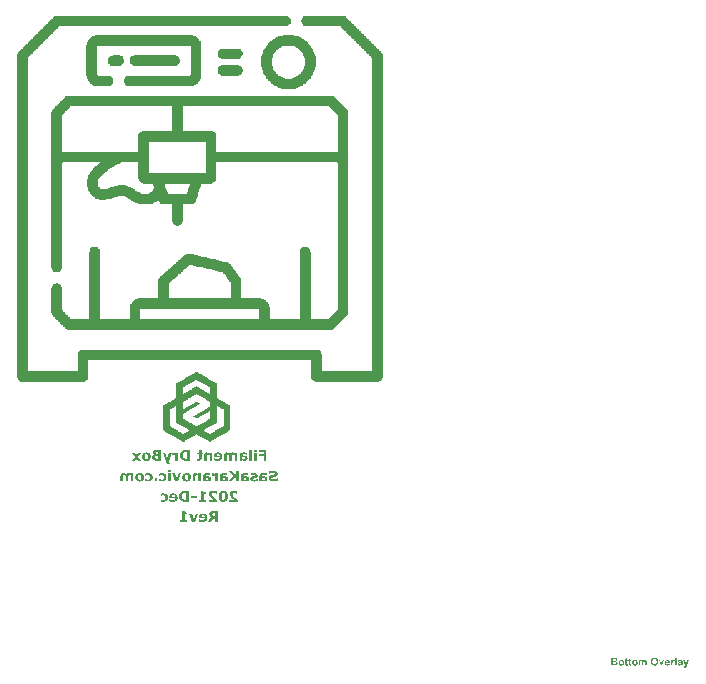
<source format=gbo>
G04*
G04 #@! TF.GenerationSoftware,Altium Limited,Altium Designer,23.3.1 (30)*
G04*
G04 Layer_Color=32896*
%FSLAX25Y25*%
%MOIN*%
G70*
G04*
G04 #@! TF.SameCoordinates,97A15D6B-2EEB-42C3-8D6F-FEDD3E2C4342*
G04*
G04*
G04 #@! TF.FilePolarity,Positive*
G04*
G01*
G75*
G36*
X13598Y62262D02*
X13836D01*
Y62023D01*
X14074D01*
Y61785D01*
X14312D01*
Y61309D01*
X14551D01*
Y60356D01*
X14312D01*
Y59879D01*
X14074D01*
Y59402D01*
X13598D01*
Y59164D01*
X13121D01*
Y58926D01*
X7641D01*
Y59164D01*
X7164D01*
Y59402D01*
X6688D01*
Y59641D01*
X6449D01*
Y60117D01*
X6211D01*
Y61547D01*
X6449D01*
Y61785D01*
X6688D01*
Y62023D01*
X6926D01*
Y62262D01*
X7164D01*
Y62500D01*
X13598D01*
Y62262D01*
D02*
G37*
G36*
X-7848Y60117D02*
X-7133D01*
Y59879D01*
X-6894D01*
Y59641D01*
X-6656D01*
Y59164D01*
X-6418D01*
Y57734D01*
X-6656D01*
Y57258D01*
X-6894D01*
Y57020D01*
X-7371D01*
Y56781D01*
X-22144D01*
Y57020D01*
X-22383D01*
Y57258D01*
X-22621D01*
Y57496D01*
X-22859D01*
Y57734D01*
X-23098D01*
Y59164D01*
X-22859D01*
Y59641D01*
X-22621D01*
Y59879D01*
X-22383D01*
Y60117D01*
X-21668D01*
Y60356D01*
X-7848D01*
Y60117D01*
D02*
G37*
G36*
X-26434D02*
X-25957D01*
Y59879D01*
X-25480D01*
Y59641D01*
X-25242D01*
Y59164D01*
X-25004D01*
Y57734D01*
X-25242D01*
Y57496D01*
X-25480D01*
Y57258D01*
X-25719D01*
Y57020D01*
X-25957D01*
Y56781D01*
X-29531D01*
Y57020D01*
X-29770D01*
Y57258D01*
X-30008D01*
Y57496D01*
X-30246D01*
Y58211D01*
X-30484D01*
Y58926D01*
X-30246D01*
Y59402D01*
X-30008D01*
Y59641D01*
X-29770D01*
Y59879D01*
X-29531D01*
Y60117D01*
X-28816D01*
Y60356D01*
X-26434D01*
Y60117D01*
D02*
G37*
G36*
X13359Y56781D02*
X13836D01*
Y56543D01*
X14074D01*
Y56305D01*
X14312D01*
Y55828D01*
X14551D01*
Y54637D01*
X14312D01*
Y54160D01*
X14074D01*
Y53922D01*
X13836D01*
Y53684D01*
X13359D01*
Y53445D01*
X7402D01*
Y53684D01*
X6926D01*
Y53922D01*
X6688D01*
Y54160D01*
X6449D01*
Y54637D01*
X6211D01*
Y55828D01*
X6449D01*
Y56305D01*
X6688D01*
Y56543D01*
X6926D01*
Y56781D01*
X7402D01*
Y57020D01*
X13359D01*
Y56781D01*
D02*
G37*
G36*
X-1891Y66789D02*
X-1414D01*
Y66551D01*
X-938D01*
Y66312D01*
X-699D01*
Y66074D01*
X-461D01*
Y65836D01*
X-223D01*
Y65598D01*
X16D01*
Y65121D01*
X254D01*
Y64883D01*
X492D01*
Y64168D01*
X730D01*
Y52731D01*
X492D01*
Y52254D01*
X254D01*
Y51777D01*
X16D01*
Y51301D01*
X-223D01*
Y51063D01*
X-461D01*
Y50824D01*
X-699D01*
Y50586D01*
X-1176D01*
Y50348D01*
X-1652D01*
Y50109D01*
X-2129D01*
Y49871D01*
X-23812D01*
Y50109D01*
X-24289D01*
Y50348D01*
X-24527D01*
Y50586D01*
X-24766D01*
Y51063D01*
X-25004D01*
Y52254D01*
X-24766D01*
Y52731D01*
X-24527D01*
Y52969D01*
X-24289D01*
Y53207D01*
X-23812D01*
Y53445D01*
X-3082D01*
Y53684D01*
X-2844D01*
Y63453D01*
X-33820D01*
Y63215D01*
X-34059D01*
Y53684D01*
X-33820D01*
Y53445D01*
X-29770D01*
Y53207D01*
X-29293D01*
Y52969D01*
X-29055D01*
Y52731D01*
X-28816D01*
Y52254D01*
X-28578D01*
Y51063D01*
X-28816D01*
Y50586D01*
X-29055D01*
Y50348D01*
X-29293D01*
Y50109D01*
X-29531D01*
Y49871D01*
X-34535D01*
Y50109D01*
X-35250D01*
Y50348D01*
X-35727D01*
Y50586D01*
X-35965D01*
Y50824D01*
X-36203D01*
Y51063D01*
X-36441D01*
Y51301D01*
X-36680D01*
Y51539D01*
X-36918D01*
Y52016D01*
X-37156D01*
Y52492D01*
X-37394D01*
Y53207D01*
X-37633D01*
Y63691D01*
X-37394D01*
Y64644D01*
X-37156D01*
Y65121D01*
X-36918D01*
Y65359D01*
X-36680D01*
Y65598D01*
X-36441D01*
Y66074D01*
X-35965D01*
Y66312D01*
X-35727D01*
Y66551D01*
X-35250D01*
Y66789D01*
X-34773D01*
Y67027D01*
X-1891D01*
Y66789D01*
D02*
G37*
G36*
X31707D02*
X32660D01*
Y66551D01*
X33375D01*
Y66312D01*
X33852D01*
Y66074D01*
X34328D01*
Y65836D01*
X34566D01*
Y65598D01*
X35043D01*
Y65359D01*
X35281D01*
Y65121D01*
X35519D01*
Y64883D01*
X35996D01*
Y64644D01*
X36234D01*
Y64406D01*
X36473D01*
Y64168D01*
X36711D01*
Y63691D01*
X36949D01*
Y63453D01*
X37187D01*
Y63215D01*
X37426D01*
Y62738D01*
X37664D01*
Y62500D01*
X37902D01*
Y62023D01*
X38141D01*
Y61309D01*
X38379D01*
Y60594D01*
X38617D01*
Y59879D01*
X38855D01*
Y56305D01*
X38617D01*
Y55352D01*
X38379D01*
Y55113D01*
Y54875D01*
Y54637D01*
X38141D01*
Y54160D01*
X37902D01*
Y53684D01*
X37664D01*
Y53207D01*
X37426D01*
Y52969D01*
X37187D01*
Y52492D01*
X36949D01*
Y52254D01*
X36711D01*
Y52016D01*
X36473D01*
Y51777D01*
X36234D01*
Y51539D01*
X35996D01*
Y51301D01*
X35758D01*
Y51063D01*
X35519D01*
Y50824D01*
X35281D01*
Y50586D01*
X34805D01*
Y50348D01*
X34566D01*
Y50109D01*
X34090D01*
Y49871D01*
X33613D01*
Y49633D01*
X33137D01*
Y49395D01*
X32422D01*
Y49156D01*
X31469D01*
Y48918D01*
X28133D01*
Y49156D01*
X27180D01*
Y49395D01*
X26465D01*
Y49633D01*
X25988D01*
Y49871D01*
X25512D01*
Y50109D01*
X25035D01*
Y50348D01*
X24797D01*
Y50586D01*
X24320D01*
Y50824D01*
X24082D01*
Y51063D01*
X23844D01*
Y51301D01*
X23606D01*
Y51539D01*
X23367D01*
Y51777D01*
X23129D01*
Y52016D01*
X22891D01*
Y52254D01*
X22652D01*
Y52492D01*
X22414D01*
Y52731D01*
X22176D01*
Y53207D01*
X21937D01*
Y53684D01*
X21699D01*
Y54160D01*
X21461D01*
Y54637D01*
X21223D01*
Y55352D01*
X20984D01*
Y56305D01*
X20746D01*
Y59879D01*
X20984D01*
Y60832D01*
X21223D01*
Y61309D01*
X21461D01*
Y62023D01*
X21699D01*
Y62500D01*
X21937D01*
Y62738D01*
X22176D01*
Y63215D01*
X22414D01*
Y63453D01*
X22652D01*
Y63691D01*
X22891D01*
Y64168D01*
X23129D01*
Y64406D01*
X23367D01*
Y64644D01*
X23606D01*
Y64883D01*
X23844D01*
Y65121D01*
X24320D01*
Y65359D01*
X24559D01*
Y65598D01*
X25035D01*
Y65836D01*
X25273D01*
Y66074D01*
X25750D01*
Y66312D01*
X26227D01*
Y66551D01*
X26941D01*
Y66789D01*
X27894D01*
Y67027D01*
X31707D01*
Y66789D01*
D02*
G37*
G36*
X44813Y46535D02*
X45051D01*
Y46297D01*
X45289D01*
Y46059D01*
X45527D01*
Y45820D01*
X45766D01*
Y45582D01*
X46004D01*
Y45344D01*
X46242D01*
Y45105D01*
X46481D01*
Y44867D01*
X46719D01*
Y44629D01*
X46957D01*
Y44391D01*
X47195D01*
Y44152D01*
X47434D01*
Y43914D01*
X47672D01*
Y43676D01*
X47910D01*
Y43437D01*
X48148D01*
Y43199D01*
X48387D01*
Y42961D01*
X48625D01*
Y42723D01*
X48863D01*
Y42484D01*
X49102D01*
Y42246D01*
X49340D01*
Y42008D01*
X49578D01*
Y41293D01*
X49816D01*
Y-25664D01*
X49578D01*
Y-26379D01*
X49340D01*
Y-26617D01*
X49102D01*
Y-26855D01*
X48863D01*
Y-27094D01*
X48625D01*
Y-27332D01*
X48387D01*
Y-27570D01*
X48148D01*
Y-27809D01*
X47910D01*
Y-28047D01*
X47672D01*
Y-28285D01*
X47434D01*
Y-28523D01*
X47195D01*
Y-28762D01*
X46957D01*
Y-29000D01*
X46719D01*
Y-29238D01*
X46481D01*
Y-29477D01*
X46242D01*
Y-29715D01*
X46004D01*
Y-29953D01*
X45766D01*
Y-30191D01*
X45527D01*
Y-30430D01*
X45289D01*
Y-30668D01*
X45051D01*
Y-30906D01*
X44574D01*
Y-31144D01*
X-44066D01*
Y-30906D01*
X-44543D01*
Y-30668D01*
X-44781D01*
Y-30430D01*
X-45020D01*
Y-30191D01*
X-45258D01*
Y-29953D01*
X-45496D01*
Y-29715D01*
X-45734D01*
Y-29477D01*
X-45973D01*
Y-29238D01*
X-46211D01*
Y-29000D01*
X-46449D01*
Y-28762D01*
X-46687D01*
Y-28523D01*
X-46926D01*
Y-28285D01*
X-47164D01*
Y-28047D01*
X-47402D01*
Y-27809D01*
X-47641D01*
Y-27570D01*
X-47879D01*
Y-27332D01*
X-48117D01*
Y-27094D01*
X-48355D01*
Y-26855D01*
X-48594D01*
Y-26617D01*
X-48832D01*
Y-26379D01*
X-49070D01*
Y-25664D01*
X-49309D01*
Y-17324D01*
X-49070D01*
Y-16609D01*
X-48832D01*
Y-16371D01*
X-48594D01*
Y-16133D01*
X-48355D01*
Y-15894D01*
X-47641D01*
Y-15656D01*
X-47164D01*
Y-15894D01*
X-46449D01*
Y-16133D01*
X-46211D01*
Y-16371D01*
X-45973D01*
Y-16848D01*
X-45734D01*
Y-24711D01*
X-45496D01*
Y-24949D01*
X-45258D01*
Y-25188D01*
X-45020D01*
Y-25426D01*
X-44781D01*
Y-25664D01*
X-44543D01*
Y-25902D01*
X-44305D01*
Y-26141D01*
X-44066D01*
Y-26379D01*
X-43828D01*
Y-26617D01*
X-43590D01*
Y-26855D01*
X-43352D01*
Y-27094D01*
X-43113D01*
Y-27332D01*
X-42875D01*
Y-27570D01*
X-36680D01*
Y-5172D01*
X-36441D01*
Y-4457D01*
X-36203D01*
Y-3980D01*
X-35965D01*
Y-3742D01*
X-35488D01*
Y-3504D01*
X-34297D01*
Y-3742D01*
X-33820D01*
Y-3980D01*
X-33582D01*
Y-4219D01*
X-33344D01*
Y-4457D01*
X-33105D01*
Y-27570D01*
X-23098D01*
Y-23519D01*
X-22859D01*
Y-22805D01*
X-22621D01*
Y-22566D01*
X-22383D01*
Y-22090D01*
X-22144D01*
Y-21852D01*
X-21906D01*
Y-21613D01*
X-21668D01*
Y-21375D01*
X-21191D01*
Y-21137D01*
X-20715D01*
Y-20898D01*
X-20238D01*
Y-20660D01*
X-13566D01*
Y-14465D01*
X-13328D01*
Y-13988D01*
X-13090D01*
Y-13512D01*
X-12852D01*
Y-13273D01*
X-12375D01*
Y-13035D01*
X-12137D01*
Y-12797D01*
X-11898D01*
Y-12559D01*
X-11660D01*
Y-12320D01*
X-11422D01*
Y-12082D01*
X-11184D01*
Y-11844D01*
X-10945D01*
Y-11605D01*
X-10469D01*
Y-11367D01*
X-10231D01*
Y-11129D01*
X-9992D01*
Y-10891D01*
X-9754D01*
Y-10652D01*
X-9516D01*
Y-10414D01*
X-9277D01*
Y-10176D01*
X-9039D01*
Y-9938D01*
X-8563D01*
Y-9699D01*
X-8324D01*
Y-9461D01*
X-8086D01*
Y-9223D01*
X-7848D01*
Y-8984D01*
X-7609D01*
Y-8746D01*
X-7371D01*
Y-8508D01*
X-7133D01*
Y-8269D01*
X-6894D01*
Y-8031D01*
X-6418D01*
Y-7793D01*
X-6180D01*
Y-7555D01*
X-5941D01*
Y-7316D01*
X-5703D01*
Y-7078D01*
X-5465D01*
Y-6840D01*
X-5227D01*
Y-6602D01*
X-4988D01*
Y-6363D01*
X-4512D01*
Y-6125D01*
X-4273D01*
Y-5887D01*
X-2606D01*
Y-6125D01*
X-1652D01*
Y-6363D01*
X-461D01*
Y-6602D01*
X492D01*
Y-6840D01*
X1445D01*
Y-7078D01*
X2637D01*
Y-7316D01*
X3590D01*
Y-7555D01*
X4543D01*
Y-7793D01*
X5734D01*
Y-8031D01*
X6688D01*
Y-8269D01*
X7641D01*
Y-8508D01*
X8832D01*
Y-8746D01*
X9785D01*
Y-8984D01*
X10023D01*
Y-9223D01*
X10500D01*
Y-9699D01*
X10738D01*
Y-9938D01*
X10977D01*
Y-10414D01*
X11215D01*
Y-10652D01*
X11453D01*
Y-10891D01*
X11691D01*
Y-11367D01*
X11930D01*
Y-11605D01*
X12168D01*
Y-12082D01*
X12406D01*
Y-12320D01*
X12644D01*
Y-12559D01*
X12883D01*
Y-13035D01*
X13121D01*
Y-13273D01*
X13359D01*
Y-13750D01*
X13598D01*
Y-13988D01*
X13836D01*
Y-14465D01*
X14074D01*
Y-20660D01*
X20746D01*
Y-20898D01*
X21223D01*
Y-21137D01*
X21699D01*
Y-21375D01*
X22176D01*
Y-21613D01*
X22414D01*
Y-21852D01*
X22652D01*
Y-22090D01*
X22891D01*
Y-22566D01*
X23129D01*
Y-22805D01*
X23367D01*
Y-23519D01*
X23606D01*
Y-27570D01*
X33613D01*
Y-4457D01*
X33852D01*
Y-4219D01*
X34090D01*
Y-3980D01*
X34328D01*
Y-3742D01*
X34805D01*
Y-3504D01*
X35996D01*
Y-3742D01*
X36234D01*
Y-3980D01*
X36711D01*
Y-4457D01*
X36949D01*
Y-5172D01*
X37187D01*
Y-27570D01*
X43383D01*
Y-27332D01*
X43621D01*
Y-27094D01*
X43859D01*
Y-26855D01*
X44098D01*
Y-26617D01*
X44336D01*
Y-26379D01*
X44574D01*
Y-26141D01*
X44813D01*
Y-25902D01*
X45051D01*
Y-25664D01*
X45289D01*
Y-25426D01*
X45527D01*
Y-25188D01*
X45766D01*
Y-24949D01*
X46004D01*
Y-24711D01*
X46242D01*
Y24375D01*
X46004D01*
Y24613D01*
X5734D01*
Y18894D01*
X5496D01*
Y18418D01*
X5258D01*
Y17941D01*
X4781D01*
Y17703D01*
X4305D01*
Y17465D01*
X730D01*
Y16988D01*
X492D01*
Y16273D01*
X254D01*
Y15559D01*
X16D01*
Y14605D01*
X-223D01*
Y13891D01*
X-461D01*
Y13176D01*
X-699D01*
Y12461D01*
X-938D01*
Y11746D01*
X-1176D01*
Y11270D01*
X-1414D01*
Y11031D01*
X-1652D01*
Y10793D01*
X-2129D01*
Y10555D01*
X-5465D01*
Y4598D01*
X-5703D01*
Y4121D01*
X-5941D01*
Y3883D01*
X-6180D01*
Y3644D01*
X-6656D01*
Y3406D01*
X-7848D01*
Y3644D01*
X-8324D01*
Y3883D01*
X-8563D01*
Y4121D01*
X-8801D01*
Y4598D01*
X-9039D01*
Y10555D01*
X-12375D01*
Y10793D01*
X-12852D01*
Y11031D01*
X-13090D01*
Y11270D01*
X-13328D01*
Y11746D01*
X-13566D01*
Y11984D01*
X-13805D01*
Y11746D01*
X-14043D01*
Y11508D01*
X-14520D01*
Y11270D01*
X-14996D01*
Y11031D01*
X-15473D01*
Y10793D01*
X-16187D01*
Y10555D01*
X-17855D01*
Y10316D01*
X-18094D01*
Y10555D01*
X-19762D01*
Y10793D01*
X-20477D01*
Y11031D01*
X-21191D01*
Y11270D01*
X-21668D01*
Y11508D01*
X-22144D01*
Y11746D01*
X-22621D01*
Y11984D01*
X-22859D01*
Y12223D01*
X-23336D01*
Y12461D01*
X-23574D01*
Y12699D01*
X-24051D01*
Y12937D01*
X-24289D01*
Y13176D01*
X-24766D01*
Y13414D01*
X-26910D01*
Y13176D01*
X-27625D01*
Y12937D01*
X-28340D01*
Y12699D01*
X-29055D01*
Y12461D01*
X-30008D01*
Y12223D01*
X-30961D01*
Y11984D01*
X-33344D01*
Y12223D01*
X-34059D01*
Y12461D01*
X-34535D01*
Y12699D01*
X-34773D01*
Y12937D01*
X-35250D01*
Y13176D01*
X-35488D01*
Y13414D01*
X-35727D01*
Y13652D01*
X-35965D01*
Y14129D01*
X-36203D01*
Y14367D01*
X-36441D01*
Y14605D01*
X-36680D01*
Y15082D01*
X-36918D01*
Y15559D01*
X-37156D01*
Y16512D01*
X-37394D01*
Y18894D01*
X-37156D01*
Y19609D01*
X-36918D01*
Y20324D01*
X-36680D01*
Y20801D01*
X-36441D01*
Y21039D01*
X-36203D01*
Y21516D01*
X-35965D01*
Y21754D01*
X-35727D01*
Y21992D01*
X-35488D01*
Y22230D01*
X-35250D01*
Y22707D01*
X-35012D01*
Y22945D01*
X-34773D01*
Y23184D01*
X-34535D01*
Y23422D01*
X-34059D01*
Y23660D01*
X-33820D01*
Y23898D01*
X-33582D01*
Y24137D01*
X-33344D01*
Y24375D01*
X-33105D01*
Y24613D01*
X-45496D01*
Y24375D01*
X-45734D01*
Y-11129D01*
X-45973D01*
Y-11605D01*
X-46211D01*
Y-11844D01*
X-46687D01*
Y-12082D01*
X-48355D01*
Y-11844D01*
X-48594D01*
Y-11605D01*
X-48832D01*
Y-11367D01*
X-49070D01*
Y-10652D01*
X-49309D01*
Y41293D01*
X-49070D01*
Y42008D01*
X-48832D01*
Y42246D01*
X-48594D01*
Y42484D01*
X-48355D01*
Y42723D01*
X-48117D01*
Y42961D01*
X-47879D01*
Y43199D01*
X-47641D01*
Y43437D01*
X-47402D01*
Y43676D01*
X-47164D01*
Y43914D01*
X-46926D01*
Y44152D01*
X-46687D01*
Y44391D01*
X-46449D01*
Y44629D01*
X-46211D01*
Y44867D01*
X-45973D01*
Y45105D01*
X-45734D01*
Y45344D01*
X-45496D01*
Y45582D01*
X-45258D01*
Y45820D01*
X-45020D01*
Y46059D01*
X-44781D01*
Y46297D01*
X-44543D01*
Y46535D01*
X-44305D01*
Y46773D01*
X44813D01*
Y46535D01*
D02*
G37*
G36*
X48387Y73223D02*
X48863D01*
Y72984D01*
X49102D01*
Y72746D01*
X49340D01*
Y72508D01*
X49578D01*
Y72269D01*
X49816D01*
Y72031D01*
X50055D01*
Y71793D01*
X50293D01*
Y71555D01*
X50531D01*
Y71316D01*
X50770D01*
Y71078D01*
X51008D01*
Y70840D01*
X51246D01*
Y70602D01*
X51484D01*
Y70363D01*
X51723D01*
Y70125D01*
X51961D01*
Y69887D01*
X52199D01*
Y69648D01*
X52438D01*
Y69410D01*
X52676D01*
Y69172D01*
X52914D01*
Y68934D01*
X53152D01*
Y68695D01*
X53391D01*
Y68457D01*
X53629D01*
Y68219D01*
X53867D01*
Y67980D01*
X54106D01*
Y67742D01*
X54344D01*
Y67504D01*
X54582D01*
Y67266D01*
X54820D01*
Y67027D01*
X55059D01*
Y66789D01*
X55297D01*
Y66551D01*
X55535D01*
Y66312D01*
X55773D01*
Y66074D01*
X56012D01*
Y65836D01*
X56250D01*
Y65598D01*
X56488D01*
Y65359D01*
X56727D01*
Y65121D01*
X56965D01*
Y64883D01*
X57203D01*
Y64644D01*
X57441D01*
Y64406D01*
X57680D01*
Y64168D01*
X57918D01*
Y63930D01*
X58156D01*
Y63691D01*
X58394D01*
Y63453D01*
X58633D01*
Y63215D01*
X58871D01*
Y62977D01*
X59109D01*
Y62738D01*
X59348D01*
Y62500D01*
X59586D01*
Y62262D01*
X59824D01*
Y62023D01*
X60062D01*
Y61785D01*
X60301D01*
Y61547D01*
X60539D01*
Y61309D01*
X60777D01*
Y61070D01*
X61016D01*
Y60594D01*
X61254D01*
Y-47348D01*
X61016D01*
Y-47824D01*
X60777D01*
Y-48063D01*
X60539D01*
Y-48301D01*
X60062D01*
Y-48539D01*
X38617D01*
Y-48301D01*
X38141D01*
Y-48063D01*
X37902D01*
Y-47824D01*
X37664D01*
Y-47586D01*
X37426D01*
Y-41391D01*
X-36918D01*
Y-47586D01*
X-37156D01*
Y-47824D01*
X-37394D01*
Y-48063D01*
X-37633D01*
Y-48301D01*
X-38109D01*
Y-48539D01*
X-59555D01*
Y-48301D01*
X-60031D01*
Y-48063D01*
X-60269D01*
Y-47824D01*
X-60508D01*
Y-47348D01*
X-60746D01*
Y60594D01*
X-60508D01*
Y61070D01*
X-60269D01*
Y61309D01*
X-60031D01*
Y61547D01*
X-59793D01*
Y61785D01*
X-59555D01*
Y62023D01*
X-59316D01*
Y62262D01*
X-59078D01*
Y62500D01*
X-58840D01*
Y62738D01*
X-58602D01*
Y62977D01*
X-58363D01*
Y63215D01*
X-58125D01*
Y63453D01*
X-57887D01*
Y63691D01*
X-57648D01*
Y63930D01*
X-57410D01*
Y64168D01*
X-57172D01*
Y64406D01*
X-56934D01*
Y64644D01*
X-56695D01*
Y64883D01*
X-56457D01*
Y65121D01*
X-56219D01*
Y65359D01*
X-55980D01*
Y65598D01*
X-55742D01*
Y65836D01*
X-55504D01*
Y66074D01*
X-55266D01*
Y66312D01*
X-55027D01*
Y66551D01*
X-54789D01*
Y66789D01*
X-54551D01*
Y67027D01*
X-54312D01*
Y67266D01*
X-54074D01*
Y67504D01*
X-53836D01*
Y67742D01*
X-53598D01*
Y67980D01*
X-53359D01*
Y68219D01*
X-53121D01*
Y68457D01*
X-52883D01*
Y68695D01*
X-52644D01*
Y68934D01*
X-52406D01*
Y69172D01*
X-52168D01*
Y69410D01*
X-51930D01*
Y69648D01*
X-51691D01*
Y69887D01*
X-51453D01*
Y70125D01*
X-51215D01*
Y70363D01*
X-50977D01*
Y70602D01*
X-50738D01*
Y70840D01*
X-50500D01*
Y71078D01*
X-50262D01*
Y71316D01*
X-50023D01*
Y71555D01*
X-49785D01*
Y71793D01*
X-49547D01*
Y72031D01*
X-49309D01*
Y72269D01*
X-49070D01*
Y72508D01*
X-48832D01*
Y72746D01*
X-48594D01*
Y72984D01*
X-48355D01*
Y73223D01*
X-47879D01*
Y73461D01*
X29324D01*
Y73223D01*
X29801D01*
Y72984D01*
X30039D01*
Y72746D01*
X30277D01*
Y72508D01*
X30516D01*
Y70840D01*
X30277D01*
Y70602D01*
X30039D01*
Y70363D01*
X29801D01*
Y70125D01*
X29324D01*
Y69887D01*
X-46687D01*
Y69648D01*
X-46926D01*
Y69410D01*
X-47164D01*
Y69172D01*
X-47402D01*
Y68934D01*
X-47641D01*
Y68695D01*
X-47879D01*
Y68457D01*
X-48117D01*
Y68219D01*
X-48355D01*
Y67980D01*
X-48594D01*
Y67742D01*
X-48832D01*
Y67504D01*
X-49070D01*
Y67266D01*
X-49309D01*
Y67027D01*
X-49547D01*
Y66789D01*
X-49785D01*
Y66551D01*
X-50023D01*
Y66312D01*
X-50262D01*
Y66074D01*
X-50500D01*
Y65836D01*
X-50738D01*
Y65598D01*
X-50977D01*
Y65359D01*
X-51215D01*
Y65121D01*
X-51453D01*
Y64883D01*
X-51691D01*
Y64644D01*
X-51930D01*
Y64406D01*
X-52168D01*
Y64168D01*
X-52406D01*
Y63930D01*
X-52644D01*
Y63691D01*
X-52883D01*
Y63453D01*
X-53121D01*
Y63215D01*
X-53359D01*
Y62977D01*
X-53598D01*
Y62738D01*
X-53836D01*
Y62500D01*
X-54074D01*
Y62262D01*
X-54312D01*
Y62023D01*
X-54551D01*
Y61785D01*
X-54789D01*
Y61547D01*
X-55027D01*
Y61309D01*
X-55266D01*
Y61070D01*
X-55504D01*
Y60832D01*
X-55742D01*
Y60594D01*
X-55980D01*
Y60356D01*
X-56219D01*
Y60117D01*
X-56457D01*
Y59879D01*
X-56695D01*
Y59641D01*
X-56934D01*
Y59402D01*
X-57172D01*
Y57020D01*
Y56781D01*
Y-44965D01*
X-40492D01*
Y-39246D01*
X-40254D01*
Y-38770D01*
X-40016D01*
Y-38293D01*
X-39777D01*
Y-38055D01*
X-39301D01*
Y-37816D01*
X39809D01*
Y-38055D01*
X40285D01*
Y-38293D01*
X40523D01*
Y-38770D01*
X40762D01*
Y-39246D01*
X41000D01*
Y-44965D01*
X57680D01*
Y59402D01*
X57441D01*
Y59641D01*
X57203D01*
Y59879D01*
X56965D01*
Y60117D01*
X56727D01*
Y60356D01*
X56488D01*
Y60594D01*
X56250D01*
Y60832D01*
X56012D01*
Y61070D01*
X55773D01*
Y61309D01*
X55535D01*
Y61547D01*
X55297D01*
Y61785D01*
X55059D01*
Y62023D01*
X54820D01*
Y62262D01*
X54582D01*
Y62500D01*
X54344D01*
Y62738D01*
X54106D01*
Y62977D01*
X53867D01*
Y63215D01*
X53629D01*
Y63453D01*
X53391D01*
Y63691D01*
X53152D01*
Y63930D01*
X52914D01*
Y64168D01*
X52676D01*
Y64406D01*
X52438D01*
Y64644D01*
X52199D01*
Y64883D01*
X51961D01*
Y65121D01*
X51723D01*
Y65359D01*
X51484D01*
Y65598D01*
X51246D01*
Y65836D01*
X51008D01*
Y66074D01*
X50770D01*
Y66312D01*
X50531D01*
Y66551D01*
X50293D01*
Y66789D01*
X50055D01*
Y67027D01*
X49816D01*
Y67266D01*
X49578D01*
Y67504D01*
X49340D01*
Y67742D01*
X49102D01*
Y67980D01*
X48863D01*
Y68219D01*
X48625D01*
Y68457D01*
X48387D01*
Y68695D01*
X48148D01*
Y68934D01*
X47910D01*
Y69172D01*
X47672D01*
Y69410D01*
X47434D01*
Y69648D01*
X47195D01*
Y69887D01*
X35281D01*
Y70125D01*
X34805D01*
Y70363D01*
X34566D01*
Y70602D01*
X34328D01*
Y71316D01*
X34090D01*
Y72031D01*
X34328D01*
Y72746D01*
X34566D01*
Y72984D01*
X34805D01*
Y73223D01*
X35281D01*
Y73461D01*
X48387D01*
Y73223D01*
D02*
G37*
G36*
X-748Y-45381D02*
X-398D01*
Y-45556D01*
X-224D01*
Y-45731D01*
X126D01*
Y-45906D01*
X476D01*
Y-46081D01*
X826D01*
Y-46256D01*
X1001D01*
Y-46431D01*
X1351D01*
Y-46606D01*
X1701D01*
Y-46781D01*
X2051D01*
Y-46956D01*
X2226D01*
Y-47131D01*
X2576D01*
Y-47306D01*
X2926D01*
Y-47481D01*
X3275D01*
Y-47656D01*
X3450D01*
Y-47831D01*
X3800D01*
Y-48006D01*
X4150D01*
Y-48180D01*
X4500D01*
Y-48355D01*
X4675D01*
Y-48530D01*
X5025D01*
Y-48705D01*
X5375D01*
Y-48880D01*
X5550D01*
Y-49055D01*
X5900D01*
Y-49230D01*
X6075D01*
Y-54129D01*
X6424D01*
Y-54303D01*
X6599D01*
Y-54479D01*
X6949D01*
Y-54653D01*
X7299D01*
Y-54828D01*
X7474D01*
Y-55003D01*
X7824D01*
Y-55178D01*
X8174D01*
Y-55353D01*
X8524D01*
Y-55528D01*
X8699D01*
Y-55703D01*
X9049D01*
Y-55878D01*
X9398D01*
Y-56053D01*
X9748D01*
Y-56228D01*
X9923D01*
Y-56403D01*
X10273D01*
Y-56578D01*
X10448D01*
Y-64800D01*
X10098D01*
Y-64975D01*
X9748D01*
Y-65150D01*
X9398D01*
Y-65325D01*
X9223D01*
Y-65500D01*
X8874D01*
Y-65675D01*
X8524D01*
Y-65850D01*
X8174D01*
Y-66025D01*
X7999D01*
Y-66200D01*
X7649D01*
Y-66375D01*
X7299D01*
Y-66550D01*
X7124D01*
Y-66725D01*
X6774D01*
Y-66900D01*
X6424D01*
Y-67075D01*
X6075D01*
Y-67249D01*
X5900D01*
Y-67424D01*
X5550D01*
Y-67599D01*
X5200D01*
Y-67774D01*
X4850D01*
Y-67949D01*
X4675D01*
Y-68124D01*
X4325D01*
Y-68299D01*
X3975D01*
Y-68474D01*
X3625D01*
Y-68649D01*
X3450D01*
Y-68474D01*
X3275D01*
Y-68299D01*
X2926D01*
Y-68124D01*
X2576D01*
Y-67949D01*
X2226D01*
Y-67774D01*
X2051D01*
Y-67599D01*
X1701D01*
Y-67424D01*
X1351D01*
Y-67249D01*
X1001D01*
Y-67075D01*
X826D01*
Y-66900D01*
X476D01*
Y-66725D01*
X126D01*
Y-66550D01*
X-224D01*
Y-66375D01*
X-398D01*
Y-66200D01*
X-748D01*
Y-66025D01*
X-923D01*
Y-66200D01*
X-1273D01*
Y-66375D01*
X-1448D01*
Y-66550D01*
X-1798D01*
Y-66725D01*
X-2148D01*
Y-66900D01*
X-2498D01*
Y-67075D01*
X-2673D01*
Y-67249D01*
X-3023D01*
Y-67424D01*
X-3373D01*
Y-67599D01*
X-3722D01*
Y-67774D01*
X-3897D01*
Y-67949D01*
X-4247D01*
Y-68124D01*
X-4597D01*
Y-68299D01*
X-4772D01*
Y-68474D01*
X-5122D01*
Y-68649D01*
X-5297D01*
Y-68474D01*
X-5647D01*
Y-68299D01*
X-5997D01*
Y-68124D01*
X-6346D01*
Y-67949D01*
X-6521D01*
Y-67774D01*
X-6871D01*
Y-67599D01*
X-7221D01*
Y-67424D01*
X-7571D01*
Y-67249D01*
X-7746D01*
Y-67075D01*
X-8096D01*
Y-66900D01*
X-8446D01*
Y-66725D01*
X-8796D01*
Y-66550D01*
X-8971D01*
Y-66375D01*
X-9321D01*
Y-66200D01*
X-9670D01*
Y-66025D01*
X-9845D01*
Y-65850D01*
X-10195D01*
Y-65675D01*
X-10545D01*
Y-65500D01*
X-10895D01*
Y-65325D01*
X-11070D01*
Y-65150D01*
X-11420D01*
Y-64975D01*
X-11770D01*
Y-64800D01*
X-12120D01*
Y-56578D01*
X-11945D01*
Y-56403D01*
X-11595D01*
Y-56228D01*
X-11420D01*
Y-56053D01*
X-11070D01*
Y-55878D01*
X-10720D01*
Y-55703D01*
X-10370D01*
Y-55528D01*
X-10195D01*
Y-55353D01*
X-9845D01*
Y-55178D01*
X-9496D01*
Y-55003D01*
X-9146D01*
Y-54828D01*
X-8971D01*
Y-54653D01*
X-8621D01*
Y-54479D01*
X-8271D01*
Y-54303D01*
X-8096D01*
Y-54129D01*
X-7746D01*
Y-49230D01*
X-7571D01*
Y-49055D01*
X-7396D01*
Y-48880D01*
X-7046D01*
Y-48705D01*
X-6696D01*
Y-48530D01*
X-6346D01*
Y-48355D01*
X-6172D01*
Y-48180D01*
X-5822D01*
Y-48006D01*
X-5472D01*
Y-47831D01*
X-5122D01*
Y-47656D01*
X-4947D01*
Y-47481D01*
X-4597D01*
Y-47306D01*
X-4247D01*
Y-47131D01*
X-4072D01*
Y-46956D01*
X-3722D01*
Y-46781D01*
X-3373D01*
Y-46606D01*
X-3023D01*
Y-46431D01*
X-2848D01*
Y-46256D01*
X-2498D01*
Y-46081D01*
X-2148D01*
Y-45906D01*
X-1798D01*
Y-45731D01*
X-1623D01*
Y-45556D01*
X-1273D01*
Y-45381D01*
X-923D01*
Y-45206D01*
X-748D01*
Y-45381D01*
D02*
G37*
G36*
X148681Y-141267D02*
X148700Y-141270D01*
X148746Y-141275D01*
X148798Y-141283D01*
X148855Y-141299D01*
X148913Y-141319D01*
X148967Y-141346D01*
X148970D01*
X148973Y-141349D01*
X148989Y-141362D01*
X149014Y-141381D01*
X149046Y-141406D01*
X149079Y-141442D01*
X149115Y-141482D01*
X149147Y-141532D01*
X149175Y-141586D01*
X149177Y-141592D01*
X149180Y-141600D01*
X149183Y-141608D01*
X149186Y-141622D01*
X149191Y-141638D01*
X149197Y-141654D01*
X149202Y-141676D01*
X149205Y-141703D01*
X149210Y-141731D01*
X149216Y-141761D01*
X149218Y-141796D01*
X149221Y-141832D01*
X149224Y-141873D01*
X149227Y-141919D01*
Y-141966D01*
Y-143131D01*
X148743D01*
Y-142088D01*
Y-142086D01*
Y-142078D01*
Y-142064D01*
Y-142045D01*
X148741Y-142023D01*
Y-141998D01*
X148738Y-141941D01*
X148730Y-141884D01*
X148722Y-141824D01*
X148716Y-141799D01*
X148708Y-141774D01*
X148700Y-141753D01*
X148691Y-141736D01*
X148689Y-141731D01*
X148678Y-141720D01*
X148664Y-141703D01*
X148642Y-141684D01*
X148612Y-141665D01*
X148577Y-141649D01*
X148536Y-141638D01*
X148487Y-141632D01*
X148470D01*
X148451Y-141635D01*
X148424Y-141641D01*
X148397Y-141649D01*
X148364Y-141660D01*
X148331Y-141674D01*
X148296Y-141695D01*
X148293Y-141698D01*
X148282Y-141706D01*
X148266Y-141723D01*
X148247Y-141742D01*
X148225Y-141766D01*
X148203Y-141799D01*
X148184Y-141835D01*
X148167Y-141878D01*
X148165Y-141884D01*
Y-141892D01*
X148162Y-141900D01*
X148159Y-141914D01*
X148156Y-141930D01*
X148151Y-141946D01*
X148148Y-141968D01*
X148145Y-141993D01*
X148140Y-142023D01*
X148137Y-142053D01*
X148135Y-142086D01*
X148132Y-142124D01*
Y-142165D01*
X148129Y-142209D01*
Y-142255D01*
Y-143131D01*
X147646D01*
Y-142132D01*
Y-142129D01*
Y-142121D01*
Y-142108D01*
Y-142088D01*
Y-142067D01*
Y-142042D01*
X147643Y-141987D01*
X147640Y-141930D01*
X147635Y-141873D01*
X147632Y-141848D01*
X147627Y-141824D01*
X147624Y-141805D01*
X147619Y-141788D01*
Y-141785D01*
X147613Y-141774D01*
X147608Y-141761D01*
X147599Y-141744D01*
X147575Y-141706D01*
X147558Y-141687D01*
X147539Y-141671D01*
X147537Y-141668D01*
X147529Y-141665D01*
X147518Y-141660D01*
X147501Y-141652D01*
X147479Y-141644D01*
X147455Y-141638D01*
X147425Y-141635D01*
X147392Y-141632D01*
X147373D01*
X147351Y-141635D01*
X147324Y-141641D01*
X147294Y-141649D01*
X147261Y-141660D01*
X147225Y-141674D01*
X147190Y-141695D01*
X147187Y-141698D01*
X147176Y-141706D01*
X147160Y-141720D01*
X147141Y-141739D01*
X147122Y-141764D01*
X147100Y-141794D01*
X147081Y-141829D01*
X147064Y-141870D01*
X147062Y-141876D01*
Y-141881D01*
X147059Y-141892D01*
X147056Y-141903D01*
X147054Y-141919D01*
X147048Y-141938D01*
X147045Y-141957D01*
X147043Y-141982D01*
X147037Y-142009D01*
X147034Y-142042D01*
X147032Y-142075D01*
X147029Y-142113D01*
Y-142154D01*
X147026Y-142198D01*
Y-142244D01*
Y-143131D01*
X146543D01*
Y-141305D01*
X146988D01*
Y-141556D01*
X146991Y-141553D01*
X146999Y-141542D01*
X147012Y-141529D01*
X147032Y-141510D01*
X147054Y-141488D01*
X147081Y-141463D01*
X147114Y-141436D01*
X147149Y-141409D01*
X147187Y-141381D01*
X147231Y-141357D01*
X147277Y-141332D01*
X147327Y-141310D01*
X147381Y-141291D01*
X147436Y-141278D01*
X147496Y-141267D01*
X147556Y-141264D01*
X147586D01*
X147599Y-141267D01*
X147619D01*
X147660Y-141272D01*
X147706Y-141283D01*
X147758Y-141294D01*
X147810Y-141313D01*
X147859Y-141338D01*
X147862D01*
X147864Y-141340D01*
X147881Y-141351D01*
X147905Y-141368D01*
X147935Y-141392D01*
X147968Y-141422D01*
X148003Y-141461D01*
X148039Y-141504D01*
X148072Y-141556D01*
X148074Y-141553D01*
X148077Y-141551D01*
X148083Y-141542D01*
X148094Y-141532D01*
X148118Y-141507D01*
X148148Y-141474D01*
X148189Y-141439D01*
X148233Y-141401D01*
X148279Y-141368D01*
X148331Y-141338D01*
X148334D01*
X148337Y-141335D01*
X148345Y-141330D01*
X148356Y-141327D01*
X148383Y-141313D01*
X148421Y-141299D01*
X148465Y-141289D01*
X148517Y-141275D01*
X148571Y-141267D01*
X148629Y-141264D01*
X148661D01*
X148681Y-141267D01*
D02*
G37*
G36*
X158225D02*
X158241Y-141270D01*
X158282Y-141275D01*
X158331Y-141286D01*
X158386Y-141302D01*
X158443Y-141327D01*
X158500Y-141357D01*
X158350Y-141777D01*
X158345Y-141774D01*
X158328Y-141764D01*
X158307Y-141753D01*
X158276Y-141736D01*
X158241Y-141723D01*
X158203Y-141709D01*
X158165Y-141701D01*
X158124Y-141698D01*
X158107D01*
X158088Y-141701D01*
X158064Y-141706D01*
X158036Y-141712D01*
X158009Y-141723D01*
X157979Y-141736D01*
X157952Y-141755D01*
X157949Y-141758D01*
X157941Y-141766D01*
X157927Y-141780D01*
X157911Y-141802D01*
X157894Y-141829D01*
X157875Y-141865D01*
X157856Y-141905D01*
X157840Y-141957D01*
Y-141960D01*
X157837Y-141966D01*
Y-141974D01*
X157834Y-141987D01*
X157832Y-142004D01*
X157829Y-142028D01*
X157823Y-142056D01*
X157821Y-142088D01*
X157818Y-142127D01*
X157812Y-142170D01*
X157810Y-142219D01*
X157807Y-142277D01*
X157804Y-142340D01*
Y-142408D01*
X157801Y-142484D01*
Y-142569D01*
Y-143131D01*
X157318D01*
Y-141305D01*
X157766D01*
Y-141567D01*
X157769Y-141564D01*
X157772Y-141559D01*
X157777Y-141551D01*
X157785Y-141537D01*
X157807Y-141504D01*
X157834Y-141466D01*
X157867Y-141425D01*
X157900Y-141387D01*
X157935Y-141351D01*
X157954Y-141335D01*
X157971Y-141324D01*
X157976Y-141321D01*
X157987Y-141316D01*
X158006Y-141305D01*
X158031Y-141294D01*
X158064Y-141283D01*
X158099Y-141272D01*
X158137Y-141267D01*
X158181Y-141264D01*
X158208D01*
X158225Y-141267D01*
D02*
G37*
G36*
X154356Y-143131D02*
X153922D01*
X153188Y-141305D01*
X153696D01*
X154040Y-142239D01*
X154138Y-142550D01*
Y-142547D01*
X154141Y-142544D01*
X154143Y-142531D01*
X154151Y-142509D01*
X154160Y-142484D01*
X154168Y-142460D01*
X154176Y-142432D01*
X154182Y-142411D01*
X154187Y-142394D01*
Y-142392D01*
X154192Y-142381D01*
X154195Y-142364D01*
X154203Y-142345D01*
X154212Y-142321D01*
X154220Y-142296D01*
X154239Y-142239D01*
X154586Y-141305D01*
X155082D01*
X154356Y-143131D01*
D02*
G37*
G36*
X162647Y-143063D02*
X162530Y-143380D01*
Y-143383D01*
X162527Y-143388D01*
X162524Y-143396D01*
X162519Y-143407D01*
X162508Y-143434D01*
X162492Y-143470D01*
X162472Y-143508D01*
X162453Y-143549D01*
X162432Y-143587D01*
X162410Y-143623D01*
X162407Y-143625D01*
X162399Y-143636D01*
X162388Y-143653D01*
X162372Y-143672D01*
X162352Y-143694D01*
X162331Y-143716D01*
X162303Y-143737D01*
X162276Y-143759D01*
X162273Y-143762D01*
X162262Y-143767D01*
X162246Y-143778D01*
X162227Y-143789D01*
X162199Y-143803D01*
X162167Y-143817D01*
X162131Y-143830D01*
X162093Y-143841D01*
X162088D01*
X162074Y-143847D01*
X162052Y-143849D01*
X162022Y-143855D01*
X161987Y-143860D01*
X161946Y-143866D01*
X161899Y-143868D01*
X161847Y-143871D01*
X161823D01*
X161795Y-143868D01*
X161763D01*
X161719Y-143863D01*
X161675Y-143858D01*
X161626Y-143852D01*
X161577Y-143841D01*
X161533Y-143462D01*
X161539D01*
X161553Y-143464D01*
X161574Y-143470D01*
X161602Y-143473D01*
X161632Y-143478D01*
X161667Y-143483D01*
X161735Y-143486D01*
X161752D01*
X161763Y-143483D01*
X161793Y-143481D01*
X161831Y-143473D01*
X161869Y-143462D01*
X161913Y-143442D01*
X161951Y-143418D01*
X161984Y-143385D01*
X161987Y-143380D01*
X161997Y-143366D01*
X162011Y-143347D01*
X162030Y-143317D01*
X162049Y-143281D01*
X162071Y-143238D01*
X162090Y-143191D01*
X162107Y-143137D01*
X161416Y-141305D01*
X161929D01*
X162363Y-142604D01*
X162792Y-141305D01*
X163292D01*
X162647Y-143063D01*
D02*
G37*
G36*
X160480Y-141267D02*
X160512D01*
X160545Y-141270D01*
X160583Y-141275D01*
X160662Y-141283D01*
X160742Y-141297D01*
X160818Y-141316D01*
X160851Y-141330D01*
X160884Y-141343D01*
X160886D01*
X160892Y-141346D01*
X160900Y-141351D01*
X160908Y-141357D01*
X160938Y-141373D01*
X160971Y-141395D01*
X161009Y-141425D01*
X161045Y-141458D01*
X161080Y-141496D01*
X161108Y-141537D01*
X161110Y-141542D01*
X161113Y-141551D01*
X161118Y-141559D01*
X161124Y-141572D01*
X161129Y-141592D01*
X161135Y-141611D01*
X161140Y-141635D01*
X161146Y-141663D01*
X161151Y-141693D01*
X161157Y-141728D01*
X161162Y-141769D01*
X161168Y-141813D01*
X161170Y-141859D01*
X161173Y-141911D01*
Y-141968D01*
X161165Y-142533D01*
Y-142536D01*
Y-142544D01*
Y-142555D01*
Y-142572D01*
Y-142594D01*
Y-142615D01*
X161168Y-142667D01*
X161170Y-142725D01*
X161173Y-142785D01*
X161179Y-142839D01*
X161184Y-142867D01*
X161187Y-142888D01*
Y-142894D01*
X161192Y-142908D01*
X161198Y-142932D01*
X161206Y-142962D01*
X161217Y-142998D01*
X161233Y-143038D01*
X161252Y-143085D01*
X161274Y-143131D01*
X160796D01*
Y-143129D01*
X160794Y-143123D01*
X160788Y-143112D01*
X160783Y-143096D01*
X160777Y-143077D01*
X160766Y-143052D01*
X160758Y-143022D01*
X160747Y-142989D01*
Y-142987D01*
X160744Y-142981D01*
X160742Y-142965D01*
X160736Y-142946D01*
X160733Y-142938D01*
X160731Y-142932D01*
X160725Y-142938D01*
X160709Y-142951D01*
X160684Y-142973D01*
X160652Y-143000D01*
X160613Y-143028D01*
X160567Y-143058D01*
X160518Y-143088D01*
X160466Y-143112D01*
X160463D01*
X160460Y-143115D01*
X160452Y-143118D01*
X160441Y-143120D01*
X160414Y-143131D01*
X160376Y-143142D01*
X160332Y-143153D01*
X160280Y-143164D01*
X160226Y-143169D01*
X160166Y-143172D01*
X160138D01*
X160119Y-143169D01*
X160095Y-143167D01*
X160067Y-143164D01*
X160037Y-143159D01*
X160005Y-143153D01*
X159934Y-143137D01*
X159860Y-143110D01*
X159822Y-143090D01*
X159786Y-143071D01*
X159753Y-143049D01*
X159721Y-143022D01*
X159718Y-143019D01*
X159713Y-143014D01*
X159707Y-143006D01*
X159696Y-142995D01*
X159683Y-142978D01*
X159669Y-142962D01*
X159655Y-142940D01*
X159642Y-142916D01*
X159625Y-142888D01*
X159611Y-142861D01*
X159584Y-142793D01*
X159573Y-142757D01*
X159568Y-142719D01*
X159562Y-142678D01*
X159560Y-142634D01*
Y-142632D01*
Y-142626D01*
Y-142618D01*
Y-142607D01*
X159562Y-142580D01*
X159568Y-142542D01*
X159579Y-142498D01*
X159590Y-142452D01*
X159609Y-142405D01*
X159633Y-142359D01*
Y-142356D01*
X159636Y-142353D01*
X159647Y-142340D01*
X159663Y-142318D01*
X159688Y-142290D01*
X159715Y-142260D01*
X159751Y-142230D01*
X159792Y-142200D01*
X159838Y-142176D01*
X159841D01*
X159844Y-142173D01*
X159852Y-142170D01*
X159863Y-142165D01*
X159876Y-142159D01*
X159893Y-142151D01*
X159915Y-142146D01*
X159936Y-142138D01*
X159961Y-142129D01*
X159991Y-142119D01*
X160024Y-142110D01*
X160056Y-142099D01*
X160095Y-142091D01*
X160136Y-142080D01*
X160177Y-142069D01*
X160223Y-142061D01*
X160226D01*
X160237Y-142058D01*
X160256Y-142056D01*
X160278Y-142050D01*
X160305Y-142045D01*
X160338Y-142039D01*
X160373Y-142031D01*
X160411Y-142023D01*
X160488Y-142004D01*
X160567Y-141985D01*
X160602Y-141974D01*
X160638Y-141963D01*
X160668Y-141952D01*
X160695Y-141941D01*
Y-141895D01*
Y-141892D01*
Y-141889D01*
Y-141870D01*
X160693Y-141846D01*
X160687Y-141815D01*
X160679Y-141783D01*
X160665Y-141750D01*
X160649Y-141717D01*
X160624Y-141693D01*
X160622Y-141690D01*
X160611Y-141684D01*
X160592Y-141674D01*
X160567Y-141663D01*
X160531Y-141652D01*
X160485Y-141641D01*
X160458Y-141638D01*
X160431Y-141635D01*
X160398Y-141632D01*
X160340D01*
X160316Y-141635D01*
X160289Y-141638D01*
X160256Y-141646D01*
X160220Y-141654D01*
X160187Y-141668D01*
X160158Y-141684D01*
X160155Y-141687D01*
X160147Y-141695D01*
X160133Y-141706D01*
X160117Y-141725D01*
X160097Y-141750D01*
X160078Y-141783D01*
X160059Y-141821D01*
X160043Y-141865D01*
X159609Y-141785D01*
Y-141783D01*
X159611Y-141774D01*
X159617Y-141761D01*
X159622Y-141742D01*
X159631Y-141720D01*
X159642Y-141695D01*
X159669Y-141638D01*
X159704Y-141572D01*
X159748Y-141507D01*
X159800Y-141447D01*
X159830Y-141417D01*
X159863Y-141392D01*
X159865Y-141390D01*
X159871Y-141387D01*
X159882Y-141381D01*
X159895Y-141373D01*
X159915Y-141362D01*
X159939Y-141351D01*
X159966Y-141340D01*
X159996Y-141327D01*
X160035Y-141316D01*
X160073Y-141305D01*
X160117Y-141294D01*
X160166Y-141283D01*
X160218Y-141275D01*
X160275Y-141270D01*
X160335Y-141264D01*
X160455D01*
X160480Y-141267D01*
D02*
G37*
G36*
X159194Y-143131D02*
X158711D01*
Y-140612D01*
X159194D01*
Y-143131D01*
D02*
G37*
G36*
X138544Y-140614D02*
X138577D01*
X138651Y-140617D01*
X138724Y-140622D01*
X138795Y-140631D01*
X138825Y-140633D01*
X138855Y-140639D01*
X138861D01*
X138869Y-140642D01*
X138880Y-140644D01*
X138907Y-140650D01*
X138943Y-140661D01*
X138984Y-140674D01*
X139027Y-140693D01*
X139074Y-140715D01*
X139117Y-140743D01*
X139120D01*
X139123Y-140745D01*
X139137Y-140756D01*
X139158Y-140775D01*
X139186Y-140797D01*
X139216Y-140830D01*
X139248Y-140865D01*
X139281Y-140906D01*
X139311Y-140953D01*
Y-140955D01*
X139314Y-140958D01*
X139319Y-140966D01*
X139325Y-140975D01*
X139336Y-141002D01*
X139352Y-141037D01*
X139366Y-141081D01*
X139380Y-141133D01*
X139388Y-141188D01*
X139390Y-141248D01*
Y-141250D01*
Y-141256D01*
Y-141264D01*
X139388Y-141278D01*
Y-141294D01*
X139385Y-141310D01*
X139380Y-141354D01*
X139366Y-141406D01*
X139349Y-141461D01*
X139328Y-141515D01*
X139295Y-141572D01*
Y-141575D01*
X139289Y-141578D01*
X139284Y-141586D01*
X139278Y-141597D01*
X139257Y-141622D01*
X139227Y-141654D01*
X139188Y-141690D01*
X139145Y-141728D01*
X139093Y-141764D01*
X139035Y-141794D01*
X139038D01*
X139046Y-141796D01*
X139057Y-141802D01*
X139074Y-141807D01*
X139093Y-141815D01*
X139115Y-141824D01*
X139166Y-141848D01*
X139221Y-141878D01*
X139281Y-141919D01*
X139339Y-141966D01*
X139388Y-142023D01*
X139390Y-142026D01*
X139393Y-142031D01*
X139399Y-142039D01*
X139407Y-142050D01*
X139418Y-142067D01*
X139429Y-142086D01*
X139439Y-142108D01*
X139450Y-142129D01*
X139472Y-142187D01*
X139494Y-142250D01*
X139508Y-142323D01*
X139513Y-142361D01*
Y-142402D01*
Y-142405D01*
Y-142411D01*
Y-142419D01*
Y-142432D01*
X139511Y-142446D01*
X139508Y-142465D01*
X139502Y-142509D01*
X139494Y-142561D01*
X139478Y-142615D01*
X139459Y-142675D01*
X139431Y-142738D01*
Y-142741D01*
X139429Y-142746D01*
X139423Y-142755D01*
X139418Y-142765D01*
X139399Y-142796D01*
X139374Y-142831D01*
X139344Y-142872D01*
X139306Y-142916D01*
X139262Y-142959D01*
X139213Y-142998D01*
X139210D01*
X139207Y-143000D01*
X139199Y-143006D01*
X139188Y-143014D01*
X139175Y-143019D01*
X139158Y-143028D01*
X139120Y-143047D01*
X139071Y-143069D01*
X139011Y-143088D01*
X138945Y-143104D01*
X138872Y-143115D01*
X138858D01*
X138844Y-143118D01*
X138828D01*
X138806Y-143120D01*
X138779D01*
X138749Y-143123D01*
X138711D01*
X138667Y-143126D01*
X138618D01*
X138560Y-143129D01*
X138427D01*
X138347Y-143131D01*
X137403D01*
Y-140612D01*
X138511D01*
X138544Y-140614D01*
D02*
G37*
G36*
X156114Y-141267D02*
X156144Y-141270D01*
X156177Y-141272D01*
X156218Y-141278D01*
X156262Y-141286D01*
X156308Y-141297D01*
X156360Y-141313D01*
X156412Y-141330D01*
X156464Y-141351D01*
X156518Y-141379D01*
X156570Y-141409D01*
X156622Y-141444D01*
X156671Y-141488D01*
X156718Y-141534D01*
X156720Y-141537D01*
X156729Y-141548D01*
X156739Y-141562D01*
X156753Y-141583D01*
X156772Y-141613D01*
X156791Y-141649D01*
X156813Y-141690D01*
X156835Y-141736D01*
X156857Y-141791D01*
X156876Y-141854D01*
X156895Y-141919D01*
X156912Y-141993D01*
X156925Y-142075D01*
X156936Y-142162D01*
X156944Y-142255D01*
Y-142356D01*
X155735D01*
Y-142359D01*
Y-142364D01*
Y-142378D01*
X155738Y-142392D01*
X155740Y-142411D01*
X155743Y-142432D01*
X155751Y-142479D01*
X155765Y-142533D01*
X155784Y-142591D01*
X155811Y-142645D01*
X155850Y-142694D01*
X155852D01*
X155855Y-142700D01*
X155869Y-142714D01*
X155893Y-142733D01*
X155926Y-142752D01*
X155967Y-142774D01*
X156016Y-142793D01*
X156071Y-142806D01*
X156101Y-142809D01*
X156131Y-142812D01*
X156150D01*
X156169Y-142809D01*
X156196Y-142804D01*
X156226Y-142798D01*
X156256Y-142787D01*
X156289Y-142771D01*
X156319Y-142752D01*
X156322Y-142749D01*
X156333Y-142741D01*
X156346Y-142725D01*
X156363Y-142703D01*
X156385Y-142675D01*
X156404Y-142640D01*
X156423Y-142599D01*
X156439Y-142550D01*
X156920Y-142632D01*
Y-142634D01*
X156914Y-142643D01*
X156909Y-142656D01*
X156903Y-142675D01*
X156892Y-142697D01*
X156879Y-142722D01*
X156865Y-142752D01*
X156849Y-142782D01*
X156808Y-142847D01*
X156756Y-142913D01*
X156696Y-142978D01*
X156660Y-143008D01*
X156625Y-143036D01*
X156622Y-143038D01*
X156617Y-143041D01*
X156606Y-143049D01*
X156589Y-143058D01*
X156570Y-143069D01*
X156546Y-143079D01*
X156518Y-143090D01*
X156488Y-143104D01*
X156453Y-143118D01*
X156415Y-143129D01*
X156374Y-143140D01*
X156330Y-143150D01*
X156284Y-143159D01*
X156232Y-143167D01*
X156180Y-143169D01*
X156125Y-143172D01*
X156103D01*
X156079Y-143169D01*
X156046Y-143167D01*
X156008Y-143164D01*
X155962Y-143156D01*
X155912Y-143148D01*
X155858Y-143134D01*
X155800Y-143118D01*
X155743Y-143096D01*
X155686Y-143071D01*
X155626Y-143041D01*
X155571Y-143006D01*
X155517Y-142965D01*
X155467Y-142918D01*
X155421Y-142864D01*
X155418Y-142861D01*
X155413Y-142853D01*
X155405Y-142839D01*
X155394Y-142817D01*
X155380Y-142793D01*
X155364Y-142765D01*
X155347Y-142730D01*
X155331Y-142692D01*
X155315Y-142648D01*
X155298Y-142599D01*
X155282Y-142547D01*
X155268Y-142492D01*
X155257Y-142432D01*
X155249Y-142370D01*
X155244Y-142301D01*
X155241Y-142233D01*
Y-142228D01*
Y-142214D01*
X155244Y-142190D01*
Y-142159D01*
X155249Y-142121D01*
X155254Y-142075D01*
X155260Y-142028D01*
X155271Y-141974D01*
X155282Y-141919D01*
X155298Y-141862D01*
X155317Y-141802D01*
X155339Y-141742D01*
X155366Y-141684D01*
X155399Y-141627D01*
X155435Y-141572D01*
X155475Y-141523D01*
X155478Y-141521D01*
X155487Y-141512D01*
X155500Y-141499D01*
X155519Y-141482D01*
X155541Y-141463D01*
X155571Y-141442D01*
X155604Y-141417D01*
X155639Y-141392D01*
X155680Y-141370D01*
X155727Y-141346D01*
X155776Y-141324D01*
X155830Y-141305D01*
X155885Y-141289D01*
X155945Y-141275D01*
X156011Y-141267D01*
X156076Y-141264D01*
X156095D01*
X156114Y-141267D01*
D02*
G37*
G36*
X145298D02*
X145325Y-141270D01*
X145361Y-141272D01*
X145402Y-141278D01*
X145448Y-141286D01*
X145497Y-141297D01*
X145549Y-141313D01*
X145604Y-141330D01*
X145661Y-141351D01*
X145716Y-141379D01*
X145773Y-141409D01*
X145830Y-141444D01*
X145882Y-141488D01*
X145934Y-141534D01*
X145937Y-141537D01*
X145945Y-141548D01*
X145959Y-141562D01*
X145975Y-141583D01*
X145997Y-141611D01*
X146019Y-141641D01*
X146041Y-141679D01*
X146068Y-141720D01*
X146092Y-141766D01*
X146114Y-141818D01*
X146139Y-141876D01*
X146158Y-141936D01*
X146174Y-141998D01*
X146188Y-142067D01*
X146196Y-142138D01*
X146199Y-142214D01*
Y-142219D01*
Y-142233D01*
X146196Y-142255D01*
Y-142282D01*
X146191Y-142318D01*
X146185Y-142359D01*
X146177Y-142405D01*
X146166Y-142454D01*
X146153Y-142509D01*
X146133Y-142563D01*
X146112Y-142621D01*
X146087Y-142678D01*
X146054Y-142738D01*
X146019Y-142793D01*
X145978Y-142850D01*
X145931Y-142902D01*
X145929Y-142905D01*
X145921Y-142913D01*
X145904Y-142927D01*
X145882Y-142943D01*
X145858Y-142965D01*
X145825Y-142987D01*
X145790Y-143011D01*
X145749Y-143036D01*
X145702Y-143063D01*
X145650Y-143088D01*
X145596Y-143110D01*
X145536Y-143129D01*
X145473Y-143148D01*
X145405Y-143161D01*
X145334Y-143169D01*
X145260Y-143172D01*
X145235D01*
X145216Y-143169D01*
X145194D01*
X145170Y-143167D01*
X145140Y-143164D01*
X145107Y-143159D01*
X145033Y-143145D01*
X144951Y-143126D01*
X144867Y-143099D01*
X144782Y-143060D01*
X144779Y-143058D01*
X144771Y-143055D01*
X144760Y-143049D01*
X144744Y-143038D01*
X144725Y-143028D01*
X144706Y-143011D01*
X144654Y-142976D01*
X144599Y-142929D01*
X144542Y-142872D01*
X144487Y-142804D01*
X144438Y-142727D01*
Y-142725D01*
X144433Y-142716D01*
X144427Y-142705D01*
X144419Y-142689D01*
X144411Y-142667D01*
X144400Y-142643D01*
X144392Y-142613D01*
X144381Y-142580D01*
X144370Y-142542D01*
X144359Y-142501D01*
X144348Y-142457D01*
X144340Y-142411D01*
X144332Y-142361D01*
X144326Y-142307D01*
X144324Y-142252D01*
X144321Y-142195D01*
Y-142192D01*
Y-142184D01*
Y-142170D01*
X144324Y-142154D01*
Y-142132D01*
X144326Y-142105D01*
X144332Y-142078D01*
X144334Y-142045D01*
X144351Y-141974D01*
X144370Y-141895D01*
X144400Y-141813D01*
X144416Y-141769D01*
X144438Y-141728D01*
X144441Y-141725D01*
X144444Y-141717D01*
X144452Y-141706D01*
X144460Y-141690D01*
X144471Y-141671D01*
X144487Y-141649D01*
X144523Y-141600D01*
X144572Y-141545D01*
X144629Y-141488D01*
X144695Y-141433D01*
X144771Y-141384D01*
X144774Y-141381D01*
X144782Y-141379D01*
X144793Y-141373D01*
X144809Y-141365D01*
X144831Y-141357D01*
X144856Y-141346D01*
X144883Y-141335D01*
X144913Y-141324D01*
X144949Y-141313D01*
X144987Y-141302D01*
X145069Y-141283D01*
X145159Y-141270D01*
X145208Y-141264D01*
X145276D01*
X145298Y-141267D01*
D02*
G37*
G36*
X143767Y-141305D02*
X144097D01*
Y-141690D01*
X143767D01*
Y-142427D01*
Y-142430D01*
Y-142438D01*
Y-142449D01*
Y-142463D01*
Y-142479D01*
Y-142501D01*
Y-142544D01*
X143769Y-142588D01*
Y-142632D01*
X143772Y-142651D01*
Y-142667D01*
X143775Y-142681D01*
Y-142689D01*
Y-142692D01*
X143778Y-142694D01*
X143783Y-142711D01*
X143797Y-142730D01*
X143816Y-142749D01*
X143818D01*
X143821Y-142752D01*
X143829Y-142755D01*
X143840Y-142760D01*
X143865Y-142768D01*
X143898Y-142771D01*
X143911D01*
X143925Y-142768D01*
X143947Y-142765D01*
X143974Y-142760D01*
X144009Y-142752D01*
X144048Y-142741D01*
X144091Y-142727D01*
X144135Y-143101D01*
X144132D01*
X144127Y-143104D01*
X144119Y-143107D01*
X144105Y-143112D01*
X144089Y-143118D01*
X144070Y-143123D01*
X144048Y-143131D01*
X144023Y-143137D01*
X143969Y-143150D01*
X143903Y-143161D01*
X143829Y-143169D01*
X143753Y-143172D01*
X143731D01*
X143707Y-143169D01*
X143674Y-143167D01*
X143638Y-143161D01*
X143600Y-143153D01*
X143559Y-143142D01*
X143518Y-143129D01*
X143513Y-143126D01*
X143502Y-143120D01*
X143483Y-143112D01*
X143461Y-143099D01*
X143436Y-143082D01*
X143409Y-143063D01*
X143387Y-143041D01*
X143365Y-143017D01*
X143362Y-143014D01*
X143357Y-143003D01*
X143349Y-142987D01*
X143338Y-142967D01*
X143327Y-142940D01*
X143316Y-142908D01*
X143305Y-142869D01*
X143297Y-142828D01*
Y-142823D01*
X143294Y-142812D01*
Y-142801D01*
X143292Y-142787D01*
Y-142771D01*
Y-142755D01*
X143289Y-142733D01*
Y-142708D01*
X143286Y-142681D01*
Y-142648D01*
X143283Y-142613D01*
Y-142574D01*
Y-142533D01*
Y-142487D01*
Y-141690D01*
X143062D01*
Y-141305D01*
X143283D01*
Y-140942D01*
X143767Y-140658D01*
Y-141305D01*
D02*
G37*
G36*
X142595D02*
X142926D01*
Y-141690D01*
X142595D01*
Y-142427D01*
Y-142430D01*
Y-142438D01*
Y-142449D01*
Y-142463D01*
Y-142479D01*
Y-142501D01*
Y-142544D01*
X142598Y-142588D01*
Y-142632D01*
X142601Y-142651D01*
Y-142667D01*
X142604Y-142681D01*
Y-142689D01*
Y-142692D01*
X142606Y-142694D01*
X142612Y-142711D01*
X142625Y-142730D01*
X142645Y-142749D01*
X142647D01*
X142650Y-142752D01*
X142658Y-142755D01*
X142669Y-142760D01*
X142694Y-142768D01*
X142726Y-142771D01*
X142740D01*
X142754Y-142768D01*
X142776Y-142765D01*
X142803Y-142760D01*
X142838Y-142752D01*
X142877Y-142741D01*
X142920Y-142727D01*
X142964Y-143101D01*
X142961D01*
X142956Y-143104D01*
X142948Y-143107D01*
X142934Y-143112D01*
X142918Y-143118D01*
X142898Y-143123D01*
X142877Y-143131D01*
X142852Y-143137D01*
X142797Y-143150D01*
X142732Y-143161D01*
X142658Y-143169D01*
X142582Y-143172D01*
X142560D01*
X142535Y-143169D01*
X142503Y-143167D01*
X142467Y-143161D01*
X142429Y-143153D01*
X142388Y-143142D01*
X142347Y-143129D01*
X142341Y-143126D01*
X142331Y-143120D01*
X142312Y-143112D01*
X142290Y-143099D01*
X142265Y-143082D01*
X142238Y-143063D01*
X142216Y-143041D01*
X142194Y-143017D01*
X142191Y-143014D01*
X142186Y-143003D01*
X142178Y-142987D01*
X142167Y-142967D01*
X142156Y-142940D01*
X142145Y-142908D01*
X142134Y-142869D01*
X142126Y-142828D01*
Y-142823D01*
X142123Y-142812D01*
Y-142801D01*
X142120Y-142787D01*
Y-142771D01*
Y-142755D01*
X142118Y-142733D01*
Y-142708D01*
X142115Y-142681D01*
Y-142648D01*
X142112Y-142613D01*
Y-142574D01*
Y-142533D01*
Y-142487D01*
Y-141690D01*
X141891D01*
Y-141305D01*
X142112D01*
Y-140942D01*
X142595Y-140658D01*
Y-141305D01*
D02*
G37*
G36*
X140807Y-141267D02*
X140834Y-141270D01*
X140870Y-141272D01*
X140911Y-141278D01*
X140957Y-141286D01*
X141007Y-141297D01*
X141058Y-141313D01*
X141113Y-141330D01*
X141170Y-141351D01*
X141225Y-141379D01*
X141282Y-141409D01*
X141340Y-141444D01*
X141392Y-141488D01*
X141443Y-141534D01*
X141446Y-141537D01*
X141454Y-141548D01*
X141468Y-141562D01*
X141484Y-141583D01*
X141506Y-141611D01*
X141528Y-141641D01*
X141550Y-141679D01*
X141577Y-141720D01*
X141602Y-141766D01*
X141623Y-141818D01*
X141648Y-141876D01*
X141667Y-141936D01*
X141684Y-141998D01*
X141697Y-142067D01*
X141705Y-142138D01*
X141708Y-142214D01*
Y-142219D01*
Y-142233D01*
X141705Y-142255D01*
Y-142282D01*
X141700Y-142318D01*
X141694Y-142359D01*
X141686Y-142405D01*
X141675Y-142454D01*
X141662Y-142509D01*
X141643Y-142563D01*
X141621Y-142621D01*
X141596Y-142678D01*
X141563Y-142738D01*
X141528Y-142793D01*
X141487Y-142850D01*
X141441Y-142902D01*
X141438Y-142905D01*
X141430Y-142913D01*
X141413Y-142927D01*
X141392Y-142943D01*
X141367Y-142965D01*
X141334Y-142987D01*
X141299Y-143011D01*
X141258Y-143036D01*
X141211Y-143063D01*
X141159Y-143088D01*
X141105Y-143110D01*
X141045Y-143129D01*
X140982Y-143148D01*
X140914Y-143161D01*
X140843Y-143169D01*
X140769Y-143172D01*
X140744D01*
X140725Y-143169D01*
X140703D01*
X140679Y-143167D01*
X140649Y-143164D01*
X140616Y-143159D01*
X140542Y-143145D01*
X140461Y-143126D01*
X140376Y-143099D01*
X140291Y-143060D01*
X140289Y-143058D01*
X140280Y-143055D01*
X140269Y-143049D01*
X140253Y-143038D01*
X140234Y-143028D01*
X140215Y-143011D01*
X140163Y-142976D01*
X140108Y-142929D01*
X140051Y-142872D01*
X139996Y-142804D01*
X139947Y-142727D01*
Y-142725D01*
X139942Y-142716D01*
X139936Y-142705D01*
X139928Y-142689D01*
X139920Y-142667D01*
X139909Y-142643D01*
X139901Y-142613D01*
X139890Y-142580D01*
X139879Y-142542D01*
X139868Y-142501D01*
X139857Y-142457D01*
X139849Y-142411D01*
X139841Y-142361D01*
X139835Y-142307D01*
X139833Y-142252D01*
X139830Y-142195D01*
Y-142192D01*
Y-142184D01*
Y-142170D01*
X139833Y-142154D01*
Y-142132D01*
X139835Y-142105D01*
X139841Y-142078D01*
X139844Y-142045D01*
X139860Y-141974D01*
X139879Y-141895D01*
X139909Y-141813D01*
X139926Y-141769D01*
X139947Y-141728D01*
X139950Y-141725D01*
X139953Y-141717D01*
X139961Y-141706D01*
X139969Y-141690D01*
X139980Y-141671D01*
X139996Y-141649D01*
X140032Y-141600D01*
X140081Y-141545D01*
X140138Y-141488D01*
X140204Y-141433D01*
X140280Y-141384D01*
X140283Y-141381D01*
X140291Y-141379D01*
X140302Y-141373D01*
X140319Y-141365D01*
X140340Y-141357D01*
X140365Y-141346D01*
X140392Y-141335D01*
X140422Y-141324D01*
X140458Y-141313D01*
X140496Y-141302D01*
X140578Y-141283D01*
X140668Y-141270D01*
X140717Y-141264D01*
X140785D01*
X140807Y-141267D01*
D02*
G37*
G36*
X151858Y-140573D02*
X151897Y-140576D01*
X151943Y-140582D01*
X151997Y-140590D01*
X152058Y-140601D01*
X152123Y-140614D01*
X152194Y-140633D01*
X152265Y-140655D01*
X152339Y-140682D01*
X152415Y-140718D01*
X152489Y-140756D01*
X152560Y-140803D01*
X152628Y-140857D01*
X152694Y-140917D01*
X152696Y-140920D01*
X152707Y-140934D01*
X152724Y-140953D01*
X152745Y-140980D01*
X152773Y-141016D01*
X152800Y-141059D01*
X152830Y-141108D01*
X152863Y-141168D01*
X152893Y-141231D01*
X152923Y-141305D01*
X152953Y-141384D01*
X152978Y-141469D01*
X152999Y-141562D01*
X153016Y-141660D01*
X153027Y-141766D01*
X153030Y-141878D01*
Y-141881D01*
Y-141886D01*
Y-141895D01*
Y-141905D01*
Y-141919D01*
X153027Y-141936D01*
X153024Y-141979D01*
X153018Y-142031D01*
X153013Y-142088D01*
X153002Y-142157D01*
X152989Y-142228D01*
X152969Y-142301D01*
X152948Y-142381D01*
X152920Y-142460D01*
X152890Y-142539D01*
X152852Y-142618D01*
X152806Y-142694D01*
X152757Y-142765D01*
X152696Y-142834D01*
X152694Y-142836D01*
X152680Y-142847D01*
X152664Y-142867D01*
X152636Y-142888D01*
X152604Y-142913D01*
X152563Y-142943D01*
X152516Y-142973D01*
X152462Y-143006D01*
X152402Y-143038D01*
X152336Y-143069D01*
X152262Y-143099D01*
X152183Y-143123D01*
X152099Y-143145D01*
X152008Y-143164D01*
X151910Y-143175D01*
X151809Y-143178D01*
X151785D01*
X151754Y-143175D01*
X151716Y-143172D01*
X151670Y-143167D01*
X151613Y-143159D01*
X151552Y-143150D01*
X151487Y-143134D01*
X151416Y-143118D01*
X151345Y-143093D01*
X151269Y-143066D01*
X151195Y-143033D01*
X151121Y-142995D01*
X151050Y-142948D01*
X150982Y-142896D01*
X150916Y-142836D01*
X150914Y-142831D01*
X150903Y-142820D01*
X150886Y-142801D01*
X150865Y-142774D01*
X150840Y-142738D01*
X150813Y-142694D01*
X150783Y-142645D01*
X150753Y-142588D01*
X150720Y-142525D01*
X150690Y-142454D01*
X150663Y-142378D01*
X150638Y-142293D01*
X150616Y-142203D01*
X150600Y-142105D01*
X150589Y-142001D01*
X150586Y-141892D01*
Y-141886D01*
Y-141876D01*
Y-141854D01*
X150589Y-141826D01*
Y-141794D01*
X150592Y-141755D01*
X150597Y-141715D01*
X150600Y-141665D01*
X150608Y-141616D01*
X150613Y-141564D01*
X150635Y-141455D01*
X150663Y-141349D01*
X150682Y-141294D01*
X150701Y-141245D01*
Y-141242D01*
X150704Y-141237D01*
X150709Y-141226D01*
X150717Y-141212D01*
X150725Y-141196D01*
X150736Y-141177D01*
X150761Y-141128D01*
X150794Y-141076D01*
X150835Y-141016D01*
X150881Y-140958D01*
X150933Y-140898D01*
X150935Y-140895D01*
X150941Y-140893D01*
X150949Y-140884D01*
X150960Y-140874D01*
X150974Y-140860D01*
X150990Y-140846D01*
X151031Y-140814D01*
X151077Y-140775D01*
X151135Y-140737D01*
X151195Y-140702D01*
X151260Y-140672D01*
X151263D01*
X151271Y-140666D01*
X151285Y-140663D01*
X151301Y-140655D01*
X151323Y-140647D01*
X151350Y-140639D01*
X151381Y-140631D01*
X151416Y-140620D01*
X151454Y-140612D01*
X151495Y-140603D01*
X151542Y-140595D01*
X151588Y-140587D01*
X151692Y-140576D01*
X151804Y-140571D01*
X151828D01*
X151858Y-140573D01*
D02*
G37*
G36*
X-9358Y-78691D02*
X-10264D01*
Y-78044D01*
X-9358D01*
Y-78691D01*
D02*
G37*
G36*
X-23483Y-78999D02*
X-23401Y-79011D01*
X-23323Y-79028D01*
X-23257Y-79044D01*
X-23204Y-79060D01*
X-23163Y-79077D01*
X-23146Y-79085D01*
X-23134Y-79089D01*
X-23130Y-79093D01*
X-23126D01*
X-23052Y-79134D01*
X-22974Y-79175D01*
X-22905Y-79220D01*
X-22843Y-79265D01*
X-22786Y-79302D01*
X-22745Y-79335D01*
X-22728Y-79347D01*
X-22716Y-79356D01*
X-22712Y-79360D01*
X-22708Y-79364D01*
Y-79069D01*
X-21851D01*
Y-81734D01*
X-22708D01*
Y-79843D01*
X-22782Y-79803D01*
X-22814Y-79786D01*
X-22847Y-79770D01*
X-22876Y-79757D01*
X-22896Y-79745D01*
X-22913Y-79741D01*
X-22917Y-79737D01*
X-22962Y-79720D01*
X-23007Y-79704D01*
X-23048Y-79696D01*
X-23085Y-79692D01*
X-23118Y-79688D01*
X-23142Y-79684D01*
X-23216D01*
X-23266Y-79692D01*
X-23306Y-79696D01*
X-23343Y-79704D01*
X-23368Y-79712D01*
X-23389Y-79716D01*
X-23401Y-79725D01*
X-23405D01*
X-23462Y-79761D01*
X-23503Y-79803D01*
X-23516Y-79819D01*
X-23528Y-79835D01*
X-23536Y-79843D01*
Y-79848D01*
X-23548Y-79880D01*
X-23561Y-79917D01*
X-23577Y-79991D01*
X-23581Y-80024D01*
X-23585Y-80049D01*
Y-80065D01*
Y-80073D01*
X-23589Y-80126D01*
X-23594Y-80180D01*
Y-80237D01*
X-23598Y-80286D01*
Y-80331D01*
Y-80368D01*
Y-80393D01*
Y-80397D01*
Y-80401D01*
Y-81734D01*
X-24454D01*
Y-79843D01*
X-24508Y-79815D01*
X-24553Y-79786D01*
X-24594Y-79766D01*
X-24631Y-79749D01*
X-24659Y-79737D01*
X-24684Y-79729D01*
X-24696Y-79720D01*
X-24701D01*
X-24778Y-79700D01*
X-24811Y-79692D01*
X-24844Y-79688D01*
X-24869Y-79684D01*
X-24967D01*
X-25016Y-79692D01*
X-25057Y-79696D01*
X-25094Y-79704D01*
X-25119Y-79712D01*
X-25139Y-79716D01*
X-25151Y-79725D01*
X-25155D01*
X-25184Y-79741D01*
X-25213Y-79761D01*
X-25233Y-79782D01*
X-25250Y-79803D01*
X-25266Y-79819D01*
X-25274Y-79835D01*
X-25283Y-79843D01*
Y-79848D01*
X-25295Y-79880D01*
X-25307Y-79917D01*
X-25324Y-79991D01*
X-25328Y-80020D01*
X-25332Y-80044D01*
Y-80065D01*
Y-80069D01*
X-25336Y-80122D01*
X-25340Y-80180D01*
Y-80233D01*
X-25344Y-80286D01*
Y-80331D01*
Y-80368D01*
Y-80393D01*
Y-80397D01*
Y-80401D01*
Y-81734D01*
X-26201D01*
Y-79999D01*
X-26197Y-79909D01*
X-26193Y-79827D01*
X-26180Y-79749D01*
X-26164Y-79680D01*
X-26148Y-79614D01*
X-26131Y-79552D01*
X-26111Y-79495D01*
X-26090Y-79446D01*
X-26066Y-79401D01*
X-26045Y-79364D01*
X-26029Y-79331D01*
X-26013Y-79306D01*
X-25996Y-79286D01*
X-25984Y-79269D01*
X-25980Y-79261D01*
X-25975Y-79257D01*
X-25931Y-79212D01*
X-25881Y-79171D01*
X-25832Y-79134D01*
X-25779Y-79106D01*
X-25725Y-79081D01*
X-25668Y-79060D01*
X-25561Y-79028D01*
X-25512Y-79015D01*
X-25467Y-79007D01*
X-25426Y-79003D01*
X-25389Y-78999D01*
X-25361Y-78995D01*
X-25320D01*
X-25233Y-78999D01*
X-25147Y-79015D01*
X-25069Y-79036D01*
X-25000Y-79056D01*
X-24938Y-79081D01*
X-24909Y-79093D01*
X-24889Y-79101D01*
X-24873Y-79110D01*
X-24860Y-79118D01*
X-24852Y-79122D01*
X-24848D01*
X-24758Y-79171D01*
X-24668Y-79224D01*
X-24586Y-79282D01*
X-24508Y-79335D01*
X-24446Y-79384D01*
X-24418Y-79405D01*
X-24397Y-79421D01*
X-24377Y-79438D01*
X-24364Y-79450D01*
X-24356Y-79454D01*
X-24352Y-79458D01*
X-24307Y-79380D01*
X-24254Y-79311D01*
X-24200Y-79249D01*
X-24151Y-79200D01*
X-24106Y-79163D01*
X-24069Y-79134D01*
X-24045Y-79118D01*
X-24040Y-79114D01*
X-24036D01*
X-23958Y-79073D01*
X-23880Y-79044D01*
X-23802Y-79023D01*
X-23729Y-79011D01*
X-23667Y-78999D01*
X-23639D01*
X-23618Y-78995D01*
X-23573D01*
X-23483Y-78999D01*
D02*
G37*
G36*
X21740Y-79003D02*
X21847Y-79011D01*
X21937Y-79019D01*
X21978Y-79023D01*
X22015Y-79027D01*
X22048Y-79032D01*
X22076Y-79036D01*
X22101Y-79040D01*
X22117D01*
X22126Y-79044D01*
X22130D01*
X22236Y-79060D01*
X22327Y-79077D01*
X22400Y-79093D01*
X22462Y-79105D01*
X22507Y-79114D01*
X22540Y-79122D01*
X22556Y-79130D01*
X22564D01*
Y-79770D01*
X22486D01*
X22441Y-79753D01*
X22388Y-79737D01*
X22335Y-79716D01*
X22277Y-79700D01*
X22228Y-79684D01*
X22183Y-79671D01*
X22167Y-79667D01*
X22158Y-79663D01*
X22150Y-79659D01*
X22146D01*
X22060Y-79634D01*
X21974Y-79614D01*
X21900Y-79602D01*
X21830Y-79589D01*
X21773Y-79585D01*
X21732Y-79581D01*
X21695D01*
X21572Y-79585D01*
X21465Y-79593D01*
X21375Y-79610D01*
X21302Y-79622D01*
X21269Y-79630D01*
X21240Y-79638D01*
X21220Y-79647D01*
X21199Y-79655D01*
X21187Y-79659D01*
X21174Y-79663D01*
X21166Y-79667D01*
X21133Y-79684D01*
X21105Y-79704D01*
X21064Y-79749D01*
X21031Y-79798D01*
X21006Y-79848D01*
X20994Y-79897D01*
X20990Y-79934D01*
X20986Y-79950D01*
Y-79962D01*
Y-79966D01*
Y-79971D01*
Y-79983D01*
X21125Y-79991D01*
X21261Y-80003D01*
X21384Y-80016D01*
X21441Y-80020D01*
X21490Y-80028D01*
X21539Y-80032D01*
X21585Y-80036D01*
X21621Y-80040D01*
X21654Y-80044D01*
X21679Y-80049D01*
X21699D01*
X21711Y-80053D01*
X21716D01*
X21843Y-80073D01*
X21953Y-80094D01*
X22056Y-80122D01*
X22138Y-80147D01*
X22175Y-80155D01*
X22208Y-80167D01*
X22236Y-80180D01*
X22261Y-80188D01*
X22277Y-80192D01*
X22290Y-80200D01*
X22298Y-80204D01*
X22302D01*
X22384Y-80245D01*
X22458Y-80294D01*
X22523Y-80344D01*
X22577Y-80389D01*
X22618Y-80430D01*
X22646Y-80467D01*
X22663Y-80487D01*
X22671Y-80491D01*
Y-80495D01*
X22712Y-80569D01*
X22745Y-80647D01*
X22765Y-80725D01*
X22782Y-80803D01*
X22790Y-80868D01*
X22794Y-80897D01*
Y-80922D01*
X22798Y-80942D01*
Y-80959D01*
Y-80967D01*
Y-80971D01*
X22794Y-81037D01*
X22786Y-81102D01*
X22773Y-81160D01*
X22757Y-81217D01*
X22716Y-81319D01*
X22696Y-81365D01*
X22671Y-81406D01*
X22646Y-81442D01*
X22626Y-81475D01*
X22601Y-81504D01*
X22585Y-81529D01*
X22569Y-81545D01*
X22556Y-81557D01*
X22548Y-81565D01*
X22544Y-81570D01*
X22495Y-81611D01*
X22445Y-81647D01*
X22392Y-81676D01*
X22339Y-81705D01*
X22286Y-81725D01*
X22232Y-81746D01*
X22130Y-81774D01*
X22085Y-81783D01*
X22044Y-81791D01*
X22003Y-81795D01*
X21970Y-81799D01*
X21945Y-81803D01*
X21851D01*
X21793Y-81799D01*
X21744Y-81795D01*
X21699Y-81787D01*
X21662Y-81783D01*
X21638Y-81779D01*
X21617Y-81774D01*
X21613D01*
X21515Y-81750D01*
X21474Y-81738D01*
X21433Y-81725D01*
X21400Y-81713D01*
X21375Y-81705D01*
X21359Y-81697D01*
X21355D01*
X21285Y-81660D01*
X21252Y-81639D01*
X21224Y-81619D01*
X21199Y-81602D01*
X21179Y-81590D01*
X21166Y-81582D01*
X21162Y-81578D01*
X21092Y-81529D01*
X21064Y-81508D01*
X21039Y-81488D01*
X21019Y-81475D01*
X21002Y-81463D01*
X20994Y-81459D01*
X20990Y-81455D01*
Y-81734D01*
X20141D01*
Y-79926D01*
X20145Y-79839D01*
X20154Y-79757D01*
X20170Y-79684D01*
X20190Y-79614D01*
X20215Y-79548D01*
X20244Y-79491D01*
X20272Y-79438D01*
X20301Y-79392D01*
X20334Y-79351D01*
X20363Y-79319D01*
X20391Y-79286D01*
X20416Y-79261D01*
X20436Y-79245D01*
X20453Y-79233D01*
X20461Y-79224D01*
X20465Y-79220D01*
X20531Y-79179D01*
X20605Y-79146D01*
X20683Y-79114D01*
X20764Y-79089D01*
X20941Y-79048D01*
X21113Y-79023D01*
X21195Y-79015D01*
X21269Y-79007D01*
X21339Y-79003D01*
X21400Y-78999D01*
X21449Y-78995D01*
X21634D01*
X21740Y-79003D01*
D02*
G37*
G36*
X15611D02*
X15717Y-79011D01*
X15808Y-79019D01*
X15849Y-79023D01*
X15886Y-79027D01*
X15918Y-79032D01*
X15947Y-79036D01*
X15971Y-79040D01*
X15988D01*
X15996Y-79044D01*
X16000D01*
X16107Y-79060D01*
X16197Y-79077D01*
X16271Y-79093D01*
X16332Y-79105D01*
X16377Y-79114D01*
X16410Y-79122D01*
X16427Y-79130D01*
X16435D01*
Y-79770D01*
X16357D01*
X16312Y-79753D01*
X16259Y-79737D01*
X16205Y-79716D01*
X16148Y-79700D01*
X16099Y-79684D01*
X16054Y-79671D01*
X16037Y-79667D01*
X16029Y-79663D01*
X16021Y-79659D01*
X16017D01*
X15931Y-79634D01*
X15845Y-79614D01*
X15771Y-79602D01*
X15701Y-79589D01*
X15643Y-79585D01*
X15603Y-79581D01*
X15566D01*
X15443Y-79585D01*
X15336Y-79593D01*
X15246Y-79610D01*
X15172Y-79622D01*
X15139Y-79630D01*
X15111Y-79638D01*
X15090Y-79647D01*
X15070Y-79655D01*
X15057Y-79659D01*
X15045Y-79663D01*
X15037Y-79667D01*
X15004Y-79684D01*
X14975Y-79704D01*
X14934Y-79749D01*
X14901Y-79798D01*
X14877Y-79848D01*
X14864Y-79897D01*
X14861Y-79934D01*
X14856Y-79950D01*
Y-79962D01*
Y-79966D01*
Y-79971D01*
Y-79983D01*
X14996Y-79991D01*
X15131Y-80003D01*
X15254Y-80016D01*
X15311Y-80020D01*
X15361Y-80028D01*
X15410Y-80032D01*
X15455Y-80036D01*
X15492Y-80040D01*
X15525Y-80044D01*
X15549Y-80049D01*
X15570D01*
X15582Y-80053D01*
X15586D01*
X15713Y-80073D01*
X15824Y-80094D01*
X15926Y-80122D01*
X16008Y-80147D01*
X16045Y-80155D01*
X16078Y-80167D01*
X16107Y-80180D01*
X16131Y-80188D01*
X16148Y-80192D01*
X16160Y-80200D01*
X16168Y-80204D01*
X16172D01*
X16254Y-80245D01*
X16328Y-80294D01*
X16394Y-80344D01*
X16447Y-80389D01*
X16488Y-80430D01*
X16517Y-80467D01*
X16533Y-80487D01*
X16542Y-80491D01*
Y-80495D01*
X16582Y-80569D01*
X16615Y-80647D01*
X16636Y-80725D01*
X16652Y-80803D01*
X16660Y-80868D01*
X16664Y-80897D01*
Y-80922D01*
X16669Y-80942D01*
Y-80959D01*
Y-80967D01*
Y-80971D01*
X16664Y-81037D01*
X16656Y-81102D01*
X16644Y-81160D01*
X16627Y-81217D01*
X16587Y-81319D01*
X16566Y-81365D01*
X16542Y-81406D01*
X16517Y-81442D01*
X16496Y-81475D01*
X16472Y-81504D01*
X16455Y-81529D01*
X16439Y-81545D01*
X16427Y-81557D01*
X16419Y-81565D01*
X16414Y-81570D01*
X16365Y-81611D01*
X16316Y-81647D01*
X16263Y-81676D01*
X16209Y-81705D01*
X16156Y-81725D01*
X16103Y-81746D01*
X16000Y-81774D01*
X15955Y-81783D01*
X15914Y-81791D01*
X15873Y-81795D01*
X15840Y-81799D01*
X15816Y-81803D01*
X15721D01*
X15664Y-81799D01*
X15615Y-81795D01*
X15570Y-81787D01*
X15533Y-81783D01*
X15508Y-81779D01*
X15488Y-81774D01*
X15484D01*
X15385Y-81750D01*
X15344Y-81738D01*
X15303Y-81725D01*
X15270Y-81713D01*
X15246Y-81705D01*
X15229Y-81697D01*
X15225D01*
X15156Y-81660D01*
X15123Y-81639D01*
X15094Y-81619D01*
X15070Y-81602D01*
X15049Y-81590D01*
X15037Y-81582D01*
X15033Y-81578D01*
X14963Y-81529D01*
X14934Y-81508D01*
X14910Y-81488D01*
X14889Y-81475D01*
X14873Y-81463D01*
X14864Y-81459D01*
X14861Y-81455D01*
Y-81734D01*
X14012D01*
Y-79926D01*
X14016Y-79839D01*
X14024Y-79757D01*
X14040Y-79684D01*
X14061Y-79614D01*
X14086Y-79548D01*
X14114Y-79491D01*
X14143Y-79438D01*
X14172Y-79392D01*
X14204Y-79351D01*
X14233Y-79319D01*
X14262Y-79286D01*
X14286Y-79261D01*
X14307Y-79245D01*
X14323Y-79233D01*
X14332Y-79224D01*
X14336Y-79220D01*
X14401Y-79179D01*
X14475Y-79146D01*
X14553Y-79114D01*
X14635Y-79089D01*
X14811Y-79048D01*
X14983Y-79023D01*
X15066Y-79015D01*
X15139Y-79007D01*
X15209Y-79003D01*
X15270Y-78999D01*
X15320Y-78995D01*
X15504D01*
X15611Y-79003D01*
D02*
G37*
G36*
X8616D02*
X8723Y-79011D01*
X8813Y-79019D01*
X8854Y-79023D01*
X8891Y-79027D01*
X8924Y-79032D01*
X8952Y-79036D01*
X8977Y-79040D01*
X8993D01*
X9002Y-79044D01*
X9006D01*
X9112Y-79060D01*
X9202Y-79077D01*
X9276Y-79093D01*
X9338Y-79105D01*
X9383Y-79114D01*
X9416Y-79122D01*
X9432Y-79130D01*
X9440D01*
Y-79770D01*
X9362D01*
X9317Y-79753D01*
X9264Y-79737D01*
X9211Y-79716D01*
X9153Y-79700D01*
X9104Y-79684D01*
X9059Y-79671D01*
X9042Y-79667D01*
X9034Y-79663D01*
X9026Y-79659D01*
X9022D01*
X8936Y-79634D01*
X8850Y-79614D01*
X8776Y-79602D01*
X8706Y-79589D01*
X8649Y-79585D01*
X8608Y-79581D01*
X8571D01*
X8448Y-79585D01*
X8342Y-79593D01*
X8251Y-79610D01*
X8178Y-79622D01*
X8145Y-79630D01*
X8116Y-79638D01*
X8095Y-79647D01*
X8075Y-79655D01*
X8063Y-79659D01*
X8050Y-79663D01*
X8042Y-79667D01*
X8009Y-79684D01*
X7981Y-79704D01*
X7940Y-79749D01*
X7907Y-79798D01*
X7882Y-79848D01*
X7870Y-79897D01*
X7866Y-79934D01*
X7862Y-79950D01*
Y-79962D01*
Y-79966D01*
Y-79971D01*
Y-79983D01*
X8001Y-79991D01*
X8136Y-80003D01*
X8259Y-80016D01*
X8317Y-80020D01*
X8366Y-80028D01*
X8415Y-80032D01*
X8460Y-80036D01*
X8497Y-80040D01*
X8530Y-80044D01*
X8555Y-80049D01*
X8575D01*
X8587Y-80053D01*
X8591D01*
X8719Y-80073D01*
X8829Y-80094D01*
X8932Y-80122D01*
X9014Y-80147D01*
X9051Y-80155D01*
X9083Y-80167D01*
X9112Y-80180D01*
X9137Y-80188D01*
X9153Y-80192D01*
X9166Y-80200D01*
X9174Y-80204D01*
X9178D01*
X9260Y-80245D01*
X9334Y-80294D01*
X9399Y-80344D01*
X9453Y-80389D01*
X9494Y-80430D01*
X9522Y-80467D01*
X9539Y-80487D01*
X9547Y-80491D01*
Y-80495D01*
X9588Y-80569D01*
X9621Y-80647D01*
X9641Y-80725D01*
X9658Y-80803D01*
X9666Y-80868D01*
X9670Y-80897D01*
Y-80922D01*
X9674Y-80942D01*
Y-80959D01*
Y-80967D01*
Y-80971D01*
X9670Y-81037D01*
X9662Y-81102D01*
X9649Y-81160D01*
X9633Y-81217D01*
X9592Y-81319D01*
X9572Y-81365D01*
X9547Y-81406D01*
X9522Y-81442D01*
X9502Y-81475D01*
X9477Y-81504D01*
X9461Y-81529D01*
X9444Y-81545D01*
X9432Y-81557D01*
X9424Y-81565D01*
X9420Y-81570D01*
X9371Y-81611D01*
X9321Y-81647D01*
X9268Y-81676D01*
X9215Y-81705D01*
X9161Y-81725D01*
X9108Y-81746D01*
X9006Y-81774D01*
X8961Y-81783D01*
X8919Y-81791D01*
X8879Y-81795D01*
X8846Y-81799D01*
X8821Y-81803D01*
X8727D01*
X8670Y-81799D01*
X8620Y-81795D01*
X8575Y-81787D01*
X8538Y-81783D01*
X8514Y-81779D01*
X8493Y-81774D01*
X8489D01*
X8391Y-81750D01*
X8350Y-81738D01*
X8309Y-81725D01*
X8276Y-81713D01*
X8251Y-81705D01*
X8235Y-81697D01*
X8231D01*
X8161Y-81660D01*
X8128Y-81639D01*
X8100Y-81619D01*
X8075Y-81602D01*
X8054Y-81590D01*
X8042Y-81582D01*
X8038Y-81578D01*
X7968Y-81529D01*
X7940Y-81508D01*
X7915Y-81488D01*
X7895Y-81475D01*
X7878Y-81463D01*
X7870Y-81459D01*
X7866Y-81455D01*
Y-81734D01*
X7017D01*
Y-79926D01*
X7021Y-79839D01*
X7029Y-79757D01*
X7046Y-79684D01*
X7066Y-79614D01*
X7091Y-79548D01*
X7120Y-79491D01*
X7148Y-79438D01*
X7177Y-79392D01*
X7210Y-79351D01*
X7238Y-79319D01*
X7267Y-79286D01*
X7292Y-79261D01*
X7312Y-79245D01*
X7329Y-79233D01*
X7337Y-79224D01*
X7341Y-79220D01*
X7407Y-79179D01*
X7480Y-79146D01*
X7558Y-79114D01*
X7640Y-79089D01*
X7817Y-79048D01*
X7989Y-79023D01*
X8071Y-79015D01*
X8145Y-79007D01*
X8214Y-79003D01*
X8276Y-78999D01*
X8325Y-78995D01*
X8510D01*
X8616Y-79003D01*
D02*
G37*
G36*
X2954D02*
X3061Y-79011D01*
X3151Y-79019D01*
X3192Y-79023D01*
X3229Y-79027D01*
X3261Y-79032D01*
X3290Y-79036D01*
X3315Y-79040D01*
X3331D01*
X3339Y-79044D01*
X3343D01*
X3450Y-79060D01*
X3540Y-79077D01*
X3614Y-79093D01*
X3676Y-79105D01*
X3721Y-79114D01*
X3754Y-79122D01*
X3770Y-79130D01*
X3778D01*
Y-79770D01*
X3700D01*
X3655Y-79753D01*
X3602Y-79737D01*
X3549Y-79716D01*
X3491Y-79700D01*
X3442Y-79684D01*
X3397Y-79671D01*
X3380Y-79667D01*
X3372Y-79663D01*
X3364Y-79659D01*
X3360D01*
X3274Y-79634D01*
X3188Y-79614D01*
X3114Y-79602D01*
X3044Y-79589D01*
X2987Y-79585D01*
X2946Y-79581D01*
X2909D01*
X2786Y-79585D01*
X2679Y-79593D01*
X2589Y-79610D01*
X2515Y-79622D01*
X2483Y-79630D01*
X2454Y-79638D01*
X2433Y-79647D01*
X2413Y-79655D01*
X2401Y-79659D01*
X2388Y-79663D01*
X2380Y-79667D01*
X2347Y-79684D01*
X2319Y-79704D01*
X2278Y-79749D01*
X2245Y-79798D01*
X2220Y-79848D01*
X2208Y-79897D01*
X2204Y-79934D01*
X2200Y-79950D01*
Y-79962D01*
Y-79966D01*
Y-79971D01*
Y-79983D01*
X2339Y-79991D01*
X2474Y-80003D01*
X2597Y-80016D01*
X2655Y-80020D01*
X2704Y-80028D01*
X2753Y-80032D01*
X2798Y-80036D01*
X2835Y-80040D01*
X2868Y-80044D01*
X2892Y-80049D01*
X2913D01*
X2925Y-80053D01*
X2929D01*
X3057Y-80073D01*
X3167Y-80094D01*
X3270Y-80122D01*
X3352Y-80147D01*
X3389Y-80155D01*
X3421Y-80167D01*
X3450Y-80180D01*
X3475Y-80188D01*
X3491Y-80192D01*
X3503Y-80200D01*
X3512Y-80204D01*
X3516D01*
X3598Y-80245D01*
X3672Y-80294D01*
X3737Y-80344D01*
X3790Y-80389D01*
X3831Y-80430D01*
X3860Y-80467D01*
X3877Y-80487D01*
X3885Y-80491D01*
Y-80495D01*
X3926Y-80569D01*
X3959Y-80647D01*
X3979Y-80725D01*
X3996Y-80803D01*
X4004Y-80868D01*
X4008Y-80897D01*
Y-80922D01*
X4012Y-80942D01*
Y-80959D01*
Y-80967D01*
Y-80971D01*
X4008Y-81037D01*
X3999Y-81102D01*
X3987Y-81160D01*
X3971Y-81217D01*
X3930Y-81319D01*
X3909Y-81365D01*
X3885Y-81406D01*
X3860Y-81442D01*
X3840Y-81475D01*
X3815Y-81504D01*
X3799Y-81529D01*
X3782Y-81545D01*
X3770Y-81557D01*
X3762Y-81565D01*
X3758Y-81570D01*
X3708Y-81611D01*
X3659Y-81647D01*
X3606Y-81676D01*
X3553Y-81705D01*
X3499Y-81725D01*
X3446Y-81746D01*
X3343Y-81774D01*
X3298Y-81783D01*
X3258Y-81791D01*
X3216Y-81795D01*
X3184Y-81799D01*
X3159Y-81803D01*
X3065D01*
X3007Y-81799D01*
X2958Y-81795D01*
X2913Y-81787D01*
X2876Y-81783D01*
X2851Y-81779D01*
X2831Y-81774D01*
X2827D01*
X2729Y-81750D01*
X2688Y-81738D01*
X2647Y-81725D01*
X2614Y-81713D01*
X2589Y-81705D01*
X2573Y-81697D01*
X2569D01*
X2499Y-81660D01*
X2466Y-81639D01*
X2437Y-81619D01*
X2413Y-81602D01*
X2392Y-81590D01*
X2380Y-81582D01*
X2376Y-81578D01*
X2306Y-81529D01*
X2278Y-81508D01*
X2253Y-81488D01*
X2232Y-81475D01*
X2216Y-81463D01*
X2208Y-81459D01*
X2204Y-81455D01*
Y-81734D01*
X1355D01*
Y-79926D01*
X1359Y-79839D01*
X1367Y-79757D01*
X1384Y-79684D01*
X1404Y-79614D01*
X1429Y-79548D01*
X1457Y-79491D01*
X1486Y-79438D01*
X1515Y-79392D01*
X1548Y-79351D01*
X1576Y-79319D01*
X1605Y-79286D01*
X1630Y-79261D01*
X1650Y-79245D01*
X1667Y-79233D01*
X1675Y-79224D01*
X1679Y-79220D01*
X1744Y-79179D01*
X1818Y-79146D01*
X1896Y-79114D01*
X1978Y-79089D01*
X2155Y-79048D01*
X2327Y-79023D01*
X2409Y-79015D01*
X2483Y-79007D01*
X2552Y-79003D01*
X2614Y-78999D01*
X2663Y-78995D01*
X2847D01*
X2954Y-79003D01*
D02*
G37*
G36*
X13179Y-81734D02*
X12269D01*
Y-80581D01*
X12060Y-80319D01*
X11002Y-81734D01*
X9879D01*
X11334Y-79835D01*
X9949Y-78199D01*
X11006D01*
X12269Y-79802D01*
Y-78199D01*
X13179D01*
Y-81734D01*
D02*
G37*
G36*
X-6915Y-81734D02*
X-7882D01*
X-8911Y-79069D01*
X-8026D01*
X-7411Y-80910D01*
X-6792Y-79069D01*
X-5894D01*
X-6915Y-81734D01*
D02*
G37*
G36*
X-12294Y-78999D02*
X-12183Y-79007D01*
X-12085Y-79019D01*
X-11999Y-79036D01*
X-11958Y-79044D01*
X-11925Y-79052D01*
X-11892Y-79056D01*
X-11867Y-79065D01*
X-11847Y-79069D01*
X-11830Y-79073D01*
X-11822Y-79077D01*
X-11818D01*
X-11716Y-79110D01*
X-11621Y-79146D01*
X-11535Y-79188D01*
X-11466Y-79229D01*
X-11404Y-79265D01*
X-11380Y-79282D01*
X-11359Y-79294D01*
X-11343Y-79306D01*
X-11330Y-79315D01*
X-11326Y-79323D01*
X-11322D01*
X-11244Y-79392D01*
X-11175Y-79466D01*
X-11113Y-79540D01*
X-11064Y-79614D01*
X-11023Y-79675D01*
X-11011Y-79700D01*
X-10998Y-79725D01*
X-10986Y-79745D01*
X-10978Y-79757D01*
X-10974Y-79766D01*
Y-79770D01*
X-10933Y-79876D01*
X-10904Y-79983D01*
X-10879Y-80094D01*
X-10867Y-80192D01*
X-10863Y-80237D01*
X-10859Y-80282D01*
X-10855Y-80319D01*
Y-80352D01*
X-10851Y-80376D01*
Y-80397D01*
Y-80409D01*
Y-80413D01*
X-10855Y-80541D01*
X-10867Y-80659D01*
X-10888Y-80766D01*
X-10896Y-80811D01*
X-10908Y-80856D01*
X-10920Y-80893D01*
X-10928Y-80930D01*
X-10941Y-80959D01*
X-10949Y-80983D01*
X-10953Y-81004D01*
X-10961Y-81020D01*
X-10965Y-81028D01*
Y-81033D01*
X-11015Y-81127D01*
X-11064Y-81213D01*
X-11121Y-81287D01*
X-11175Y-81348D01*
X-11220Y-81397D01*
X-11257Y-81434D01*
X-11285Y-81459D01*
X-11289Y-81463D01*
X-11293Y-81467D01*
X-11375Y-81529D01*
X-11462Y-81578D01*
X-11544Y-81623D01*
X-11626Y-81660D01*
X-11691Y-81684D01*
X-11720Y-81697D01*
X-11744Y-81705D01*
X-11765Y-81713D01*
X-11781Y-81717D01*
X-11789Y-81721D01*
X-11794D01*
X-11904Y-81750D01*
X-12015Y-81770D01*
X-12122Y-81783D01*
X-12220Y-81791D01*
X-12265Y-81795D01*
X-12302Y-81799D01*
X-12339D01*
X-12372Y-81803D01*
X-12429D01*
X-12528Y-81799D01*
X-12618Y-81795D01*
X-12700Y-81787D01*
X-12769Y-81775D01*
X-12831Y-81762D01*
X-12855Y-81758D01*
X-12876Y-81754D01*
X-12892Y-81750D01*
X-12905D01*
X-12909Y-81746D01*
X-12913D01*
X-12995Y-81725D01*
X-13073Y-81701D01*
X-13147Y-81676D01*
X-13208Y-81652D01*
X-13261Y-81631D01*
X-13302Y-81615D01*
X-13319Y-81607D01*
X-13331Y-81602D01*
X-13335Y-81598D01*
X-13339D01*
Y-80869D01*
X-13216D01*
X-13175Y-80910D01*
X-13138Y-80942D01*
X-13122Y-80955D01*
X-13114Y-80967D01*
X-13106Y-80971D01*
X-13102Y-80975D01*
X-13052Y-81012D01*
X-13007Y-81041D01*
X-12991Y-81057D01*
X-12974Y-81065D01*
X-12966Y-81069D01*
X-12962Y-81073D01*
X-12929Y-81090D01*
X-12892Y-81106D01*
X-12823Y-81135D01*
X-12790Y-81143D01*
X-12765Y-81151D01*
X-12749Y-81160D01*
X-12745D01*
X-12646Y-81180D01*
X-12597Y-81184D01*
X-12552Y-81188D01*
X-12515Y-81192D01*
X-12458D01*
X-12396Y-81188D01*
X-12335Y-81184D01*
X-12228Y-81160D01*
X-12134Y-81131D01*
X-12060Y-81094D01*
X-12027Y-81073D01*
X-11999Y-81057D01*
X-11974Y-81041D01*
X-11958Y-81024D01*
X-11941Y-81012D01*
X-11929Y-81004D01*
X-11925Y-81000D01*
X-11921Y-80996D01*
X-11888Y-80955D01*
X-11859Y-80914D01*
X-11814Y-80819D01*
X-11781Y-80725D01*
X-11761Y-80631D01*
X-11744Y-80545D01*
X-11740Y-80508D01*
Y-80475D01*
X-11736Y-80450D01*
Y-80430D01*
Y-80418D01*
Y-80413D01*
X-11740Y-80344D01*
X-11744Y-80282D01*
X-11765Y-80163D01*
X-11777Y-80110D01*
X-11794Y-80061D01*
X-11810Y-80020D01*
X-11826Y-79979D01*
X-11843Y-79942D01*
X-11859Y-79913D01*
X-11876Y-79884D01*
X-11888Y-79864D01*
X-11900Y-79843D01*
X-11908Y-79831D01*
X-11917Y-79827D01*
Y-79823D01*
X-11953Y-79786D01*
X-11990Y-79749D01*
X-12036Y-79720D01*
X-12077Y-79696D01*
X-12163Y-79659D01*
X-12249Y-79634D01*
X-12323Y-79618D01*
X-12355Y-79614D01*
X-12384Y-79610D01*
X-12409Y-79606D01*
X-12499D01*
X-12548Y-79610D01*
X-12597Y-79618D01*
X-12634Y-79622D01*
X-12667Y-79630D01*
X-12691Y-79638D01*
X-12708Y-79643D01*
X-12712D01*
X-12794Y-79671D01*
X-12831Y-79684D01*
X-12864Y-79696D01*
X-12888Y-79708D01*
X-12909Y-79720D01*
X-12921Y-79725D01*
X-12925Y-79729D01*
X-12995Y-79770D01*
X-13024Y-79786D01*
X-13048Y-79803D01*
X-13069Y-79819D01*
X-13085Y-79831D01*
X-13093Y-79835D01*
X-13097Y-79839D01*
X-13147Y-79880D01*
X-13183Y-79909D01*
X-13208Y-79930D01*
X-13212Y-79938D01*
X-13339D01*
Y-79212D01*
X-13261Y-79175D01*
X-13188Y-79146D01*
X-13114Y-79118D01*
X-13048Y-79097D01*
X-12991Y-79081D01*
X-12950Y-79069D01*
X-12933Y-79060D01*
X-12921D01*
X-12913Y-79056D01*
X-12909D01*
X-12823Y-79036D01*
X-12733Y-79019D01*
X-12651Y-79011D01*
X-12573Y-79003D01*
X-12503Y-78999D01*
X-12474Y-78995D01*
X-12405D01*
X-12294Y-78999D01*
D02*
G37*
G36*
X-16906D02*
X-16796Y-79007D01*
X-16697Y-79019D01*
X-16611Y-79036D01*
X-16570Y-79044D01*
X-16537Y-79052D01*
X-16505Y-79056D01*
X-16480Y-79065D01*
X-16459Y-79069D01*
X-16443Y-79073D01*
X-16435Y-79077D01*
X-16431D01*
X-16328Y-79110D01*
X-16234Y-79146D01*
X-16148Y-79188D01*
X-16078Y-79229D01*
X-16017Y-79265D01*
X-15992Y-79282D01*
X-15971Y-79294D01*
X-15955Y-79306D01*
X-15943Y-79315D01*
X-15939Y-79323D01*
X-15935D01*
X-15857Y-79392D01*
X-15787Y-79466D01*
X-15726Y-79540D01*
X-15676Y-79614D01*
X-15635Y-79675D01*
X-15623Y-79700D01*
X-15611Y-79725D01*
X-15598Y-79745D01*
X-15590Y-79757D01*
X-15586Y-79766D01*
Y-79770D01*
X-15545Y-79876D01*
X-15517Y-79983D01*
X-15492Y-80094D01*
X-15480Y-80192D01*
X-15475Y-80237D01*
X-15471Y-80282D01*
X-15467Y-80319D01*
Y-80352D01*
X-15463Y-80376D01*
Y-80397D01*
Y-80409D01*
Y-80413D01*
X-15467Y-80541D01*
X-15480Y-80659D01*
X-15500Y-80766D01*
X-15508Y-80811D01*
X-15521Y-80856D01*
X-15533Y-80893D01*
X-15541Y-80930D01*
X-15553Y-80959D01*
X-15562Y-80983D01*
X-15566Y-81004D01*
X-15574Y-81020D01*
X-15578Y-81028D01*
Y-81033D01*
X-15627Y-81127D01*
X-15676Y-81213D01*
X-15734Y-81287D01*
X-15787Y-81348D01*
X-15832Y-81397D01*
X-15869Y-81434D01*
X-15898Y-81459D01*
X-15902Y-81463D01*
X-15906Y-81467D01*
X-15988Y-81529D01*
X-16074Y-81578D01*
X-16156Y-81623D01*
X-16238Y-81660D01*
X-16304Y-81684D01*
X-16332Y-81697D01*
X-16357Y-81705D01*
X-16377Y-81713D01*
X-16394Y-81717D01*
X-16402Y-81721D01*
X-16406D01*
X-16517Y-81750D01*
X-16627Y-81770D01*
X-16734Y-81783D01*
X-16833Y-81791D01*
X-16878Y-81795D01*
X-16915Y-81799D01*
X-16951D01*
X-16984Y-81803D01*
X-17042D01*
X-17140Y-81799D01*
X-17230Y-81795D01*
X-17312Y-81787D01*
X-17382Y-81775D01*
X-17444Y-81762D01*
X-17468Y-81758D01*
X-17489Y-81754D01*
X-17505Y-81750D01*
X-17517D01*
X-17521Y-81746D01*
X-17526D01*
X-17607Y-81725D01*
X-17685Y-81701D01*
X-17759Y-81676D01*
X-17821Y-81652D01*
X-17874Y-81631D01*
X-17915Y-81615D01*
X-17931Y-81607D01*
X-17944Y-81602D01*
X-17948Y-81598D01*
X-17952D01*
Y-80869D01*
X-17829D01*
X-17788Y-80910D01*
X-17751Y-80942D01*
X-17734Y-80955D01*
X-17726Y-80967D01*
X-17718Y-80971D01*
X-17714Y-80975D01*
X-17665Y-81012D01*
X-17620Y-81041D01*
X-17603Y-81057D01*
X-17587Y-81065D01*
X-17579Y-81069D01*
X-17575Y-81073D01*
X-17542Y-81090D01*
X-17505Y-81106D01*
X-17435Y-81135D01*
X-17402Y-81143D01*
X-17378Y-81151D01*
X-17361Y-81160D01*
X-17357D01*
X-17259Y-81180D01*
X-17210Y-81184D01*
X-17165Y-81188D01*
X-17128Y-81192D01*
X-17070D01*
X-17009Y-81188D01*
X-16947Y-81184D01*
X-16841Y-81160D01*
X-16746Y-81131D01*
X-16673Y-81094D01*
X-16640Y-81073D01*
X-16611Y-81057D01*
X-16587Y-81041D01*
X-16570Y-81024D01*
X-16554Y-81012D01*
X-16542Y-81004D01*
X-16537Y-81000D01*
X-16533Y-80996D01*
X-16500Y-80955D01*
X-16472Y-80914D01*
X-16427Y-80819D01*
X-16394Y-80725D01*
X-16373Y-80631D01*
X-16357Y-80545D01*
X-16353Y-80508D01*
Y-80475D01*
X-16349Y-80450D01*
Y-80430D01*
Y-80418D01*
Y-80413D01*
X-16353Y-80344D01*
X-16357Y-80282D01*
X-16377Y-80163D01*
X-16390Y-80110D01*
X-16406Y-80061D01*
X-16423Y-80020D01*
X-16439Y-79979D01*
X-16455Y-79942D01*
X-16472Y-79913D01*
X-16488Y-79884D01*
X-16500Y-79864D01*
X-16513Y-79843D01*
X-16521Y-79831D01*
X-16529Y-79827D01*
Y-79823D01*
X-16566Y-79786D01*
X-16603Y-79749D01*
X-16648Y-79720D01*
X-16689Y-79696D01*
X-16775Y-79659D01*
X-16861Y-79634D01*
X-16935Y-79618D01*
X-16968Y-79614D01*
X-16996Y-79610D01*
X-17021Y-79606D01*
X-17111D01*
X-17161Y-79610D01*
X-17210Y-79618D01*
X-17247Y-79622D01*
X-17279Y-79630D01*
X-17304Y-79638D01*
X-17320Y-79643D01*
X-17324D01*
X-17406Y-79671D01*
X-17444Y-79684D01*
X-17476Y-79696D01*
X-17501Y-79708D01*
X-17521Y-79720D01*
X-17534Y-79725D01*
X-17538Y-79729D01*
X-17607Y-79770D01*
X-17636Y-79786D01*
X-17661Y-79803D01*
X-17681Y-79819D01*
X-17698Y-79831D01*
X-17706Y-79835D01*
X-17710Y-79839D01*
X-17759Y-79880D01*
X-17796Y-79909D01*
X-17821Y-79930D01*
X-17825Y-79938D01*
X-17952D01*
Y-79212D01*
X-17874Y-79175D01*
X-17800Y-79146D01*
X-17726Y-79118D01*
X-17661Y-79097D01*
X-17603Y-79081D01*
X-17562Y-79069D01*
X-17546Y-79060D01*
X-17534D01*
X-17526Y-79056D01*
X-17521D01*
X-17435Y-79036D01*
X-17345Y-79019D01*
X-17263Y-79011D01*
X-17185Y-79003D01*
X-17116Y-78999D01*
X-17087Y-78995D01*
X-17017D01*
X-16906Y-78999D01*
D02*
G37*
G36*
X4574Y-79064D02*
X4639Y-79073D01*
X4705Y-79085D01*
X4762Y-79101D01*
X4815Y-79118D01*
X4852Y-79130D01*
X4869Y-79134D01*
X4881Y-79138D01*
X4885Y-79142D01*
X4889D01*
X4971Y-79179D01*
X5053Y-79224D01*
X5135Y-79278D01*
X5213Y-79331D01*
X5279Y-79380D01*
X5308Y-79405D01*
X5332Y-79421D01*
X5348Y-79438D01*
X5365Y-79450D01*
X5373Y-79458D01*
X5377Y-79462D01*
Y-79069D01*
X6234D01*
Y-81734D01*
X5377D01*
Y-79954D01*
X5320Y-79934D01*
X5262Y-79917D01*
X5213Y-79901D01*
X5168Y-79893D01*
X5131Y-79884D01*
X5102Y-79876D01*
X5086Y-79872D01*
X5078D01*
X4967Y-79856D01*
X4914Y-79852D01*
X4865D01*
X4824Y-79848D01*
X4693D01*
X4627Y-79852D01*
X4598Y-79856D01*
X4578D01*
X4561Y-79860D01*
X4557D01*
X4516Y-79864D01*
X4479Y-79868D01*
X4447Y-79872D01*
X4422Y-79876D01*
X4405Y-79880D01*
X4389D01*
X4385Y-79884D01*
X4303D01*
Y-79073D01*
X4340Y-79069D01*
X4373D01*
X4397Y-79064D01*
X4405D01*
X4447Y-79060D01*
X4508D01*
X4574Y-79064D01*
D02*
G37*
G36*
X-1093Y-78999D02*
X-1007Y-79011D01*
X-924Y-79027D01*
X-855Y-79044D01*
X-797Y-79060D01*
X-756Y-79077D01*
X-740Y-79085D01*
X-728Y-79089D01*
X-724Y-79093D01*
X-720D01*
X-642Y-79130D01*
X-564Y-79175D01*
X-490Y-79220D01*
X-424Y-79265D01*
X-367Y-79302D01*
X-322Y-79335D01*
X-305Y-79347D01*
X-293Y-79356D01*
X-289Y-79360D01*
X-285Y-79364D01*
Y-79069D01*
X572D01*
Y-81734D01*
X-285D01*
Y-79843D01*
X-338Y-79815D01*
X-383Y-79790D01*
X-428Y-79770D01*
X-465Y-79753D01*
X-498Y-79741D01*
X-523Y-79733D01*
X-539Y-79725D01*
X-543D01*
X-629Y-79700D01*
X-670Y-79692D01*
X-703Y-79688D01*
X-736Y-79684D01*
X-834D01*
X-888Y-79692D01*
X-929Y-79696D01*
X-966Y-79704D01*
X-994Y-79712D01*
X-1015Y-79716D01*
X-1027Y-79725D01*
X-1031D01*
X-1064Y-79741D01*
X-1093Y-79761D01*
X-1117Y-79782D01*
X-1138Y-79807D01*
X-1154Y-79823D01*
X-1166Y-79839D01*
X-1171Y-79852D01*
X-1175Y-79856D01*
X-1187Y-79888D01*
X-1199Y-79921D01*
X-1216Y-79999D01*
X-1220Y-80036D01*
X-1224Y-80065D01*
X-1228Y-80081D01*
Y-80089D01*
X-1240Y-80208D01*
X-1244Y-80262D01*
Y-80311D01*
X-1249Y-80352D01*
Y-80385D01*
Y-80405D01*
Y-80413D01*
Y-81734D01*
X-2105D01*
Y-79999D01*
X-2101Y-79909D01*
X-2093Y-79823D01*
X-2081Y-79745D01*
X-2068Y-79671D01*
X-2048Y-79602D01*
X-2027Y-79540D01*
X-2007Y-79487D01*
X-1982Y-79438D01*
X-1958Y-79392D01*
X-1937Y-79356D01*
X-1917Y-79323D01*
X-1896Y-79294D01*
X-1884Y-79274D01*
X-1872Y-79261D01*
X-1863Y-79253D01*
X-1859Y-79249D01*
X-1810Y-79204D01*
X-1761Y-79167D01*
X-1708Y-79130D01*
X-1654Y-79101D01*
X-1597Y-79077D01*
X-1540Y-79056D01*
X-1433Y-79027D01*
X-1384Y-79015D01*
X-1335Y-79007D01*
X-1293Y-79003D01*
X-1257Y-78999D01*
X-1228Y-78995D01*
X-1187D01*
X-1093Y-78999D01*
D02*
G37*
G36*
X-9383Y-81734D02*
X-10240D01*
Y-79069D01*
X-9383D01*
Y-81734D01*
D02*
G37*
G36*
X-13934D02*
X-14819D01*
Y-80803D01*
X-13934D01*
Y-81734D01*
D02*
G37*
G36*
X24729Y-78142D02*
X24848Y-78150D01*
X24963Y-78167D01*
X25074Y-78187D01*
X25172Y-78212D01*
X25266Y-78236D01*
X25352Y-78265D01*
X25430Y-78294D01*
X25500Y-78326D01*
X25561Y-78355D01*
X25615Y-78380D01*
X25656Y-78404D01*
X25693Y-78425D01*
X25717Y-78441D01*
X25734Y-78449D01*
X25738Y-78453D01*
X25816Y-78515D01*
X25885Y-78576D01*
X25943Y-78642D01*
X25992Y-78712D01*
X26037Y-78777D01*
X26074Y-78843D01*
X26103Y-78909D01*
X26123Y-78970D01*
X26144Y-79032D01*
X26156Y-79085D01*
X26168Y-79134D01*
X26172Y-79175D01*
X26176Y-79208D01*
X26180Y-79237D01*
Y-79253D01*
Y-79257D01*
X26176Y-79323D01*
X26172Y-79388D01*
X26152Y-79511D01*
X26119Y-79614D01*
X26103Y-79663D01*
X26082Y-79704D01*
X26066Y-79745D01*
X26049Y-79778D01*
X26033Y-79807D01*
X26017Y-79831D01*
X26004Y-79852D01*
X25996Y-79864D01*
X25988Y-79872D01*
Y-79876D01*
X25947Y-79921D01*
X25902Y-79962D01*
X25803Y-80040D01*
X25697Y-80106D01*
X25590Y-80163D01*
X25541Y-80188D01*
X25496Y-80208D01*
X25455Y-80225D01*
X25418Y-80241D01*
X25385Y-80249D01*
X25365Y-80258D01*
X25348Y-80266D01*
X25344D01*
X25196Y-80311D01*
X25127Y-80327D01*
X25065Y-80344D01*
X25012Y-80356D01*
X24967Y-80364D01*
X24951Y-80368D01*
X24938Y-80372D01*
X24930D01*
X24848Y-80389D01*
X24770Y-80405D01*
X24696Y-80417D01*
X24635Y-80434D01*
X24581Y-80446D01*
X24541Y-80454D01*
X24528Y-80458D01*
X24516D01*
X24512Y-80462D01*
X24508D01*
X24442Y-80479D01*
X24385Y-80500D01*
X24336Y-80520D01*
X24295Y-80540D01*
X24262Y-80561D01*
X24237Y-80577D01*
X24225Y-80586D01*
X24221Y-80590D01*
X24188Y-80623D01*
X24163Y-80655D01*
X24143Y-80692D01*
X24130Y-80721D01*
X24122Y-80749D01*
X24118Y-80770D01*
Y-80787D01*
Y-80791D01*
X24122Y-80836D01*
X24130Y-80873D01*
X24139Y-80905D01*
X24151Y-80934D01*
X24167Y-80954D01*
X24176Y-80971D01*
X24184Y-80979D01*
X24188Y-80983D01*
X24241Y-81024D01*
X24299Y-81057D01*
X24323Y-81069D01*
X24344Y-81077D01*
X24356Y-81086D01*
X24360D01*
X24393Y-81098D01*
X24430Y-81110D01*
X24504Y-81123D01*
X24532Y-81131D01*
X24557D01*
X24577Y-81135D01*
X24581D01*
X24631Y-81139D01*
X24672Y-81143D01*
X24709D01*
X24742Y-81147D01*
X24799D01*
X24922Y-81143D01*
X25041Y-81127D01*
X25155Y-81110D01*
X25258Y-81086D01*
X25303Y-81077D01*
X25344Y-81065D01*
X25381Y-81057D01*
X25410Y-81045D01*
X25438Y-81041D01*
X25455Y-81032D01*
X25467Y-81028D01*
X25471D01*
X25598Y-80979D01*
X25717Y-80922D01*
X25824Y-80864D01*
X25918Y-80807D01*
X25959Y-80782D01*
X25996Y-80758D01*
X26025Y-80737D01*
X26053Y-80717D01*
X26074Y-80700D01*
X26090Y-80688D01*
X26099Y-80684D01*
X26103Y-80680D01*
X26201D01*
Y-81529D01*
X26094Y-81570D01*
X25988Y-81611D01*
X25885Y-81643D01*
X25791Y-81672D01*
X25750Y-81684D01*
X25713Y-81693D01*
X25676Y-81705D01*
X25648Y-81713D01*
X25627Y-81717D01*
X25607Y-81721D01*
X25598Y-81725D01*
X25594D01*
X25467Y-81750D01*
X25336Y-81766D01*
X25209Y-81783D01*
X25086Y-81791D01*
X25033D01*
X24983Y-81795D01*
X24938D01*
X24901Y-81799D01*
X24827D01*
X24688Y-81795D01*
X24557Y-81787D01*
X24434Y-81770D01*
X24319Y-81750D01*
X24208Y-81725D01*
X24110Y-81697D01*
X24020Y-81668D01*
X23938Y-81635D01*
X23864Y-81606D01*
X23802Y-81578D01*
X23749Y-81549D01*
X23704Y-81524D01*
X23667Y-81504D01*
X23643Y-81488D01*
X23626Y-81479D01*
X23622Y-81475D01*
X23544Y-81410D01*
X23474Y-81344D01*
X23417Y-81274D01*
X23368Y-81205D01*
X23323Y-81135D01*
X23286Y-81061D01*
X23257Y-80996D01*
X23233Y-80926D01*
X23216Y-80864D01*
X23204Y-80807D01*
X23192Y-80758D01*
X23188Y-80713D01*
X23183Y-80676D01*
X23179Y-80651D01*
Y-80631D01*
Y-80626D01*
X23183Y-80561D01*
X23188Y-80495D01*
X23208Y-80381D01*
X23241Y-80278D01*
X23257Y-80233D01*
X23278Y-80192D01*
X23294Y-80155D01*
X23315Y-80122D01*
X23331Y-80098D01*
X23343Y-80073D01*
X23360Y-80057D01*
X23368Y-80044D01*
X23372Y-80036D01*
X23376Y-80032D01*
X23413Y-79991D01*
X23458Y-79950D01*
X23552Y-79880D01*
X23651Y-79819D01*
X23749Y-79765D01*
X23835Y-79725D01*
X23876Y-79708D01*
X23909Y-79696D01*
X23938Y-79684D01*
X23958Y-79675D01*
X23971Y-79671D01*
X23975D01*
X24049Y-79647D01*
X24122Y-79626D01*
X24188Y-79610D01*
X24245Y-79593D01*
X24291Y-79585D01*
X24327Y-79577D01*
X24352Y-79569D01*
X24360D01*
X24495Y-79540D01*
X24557Y-79524D01*
X24614Y-79511D01*
X24664Y-79503D01*
X24701Y-79495D01*
X24725Y-79487D01*
X24733D01*
X24787Y-79475D01*
X24836Y-79462D01*
X24881Y-79450D01*
X24922Y-79438D01*
X24992Y-79417D01*
X25045Y-79397D01*
X25086Y-79376D01*
X25115Y-79364D01*
X25131Y-79356D01*
X25135Y-79351D01*
X25172Y-79323D01*
X25196Y-79286D01*
X25217Y-79253D01*
X25229Y-79216D01*
X25238Y-79188D01*
X25242Y-79163D01*
Y-79142D01*
Y-79138D01*
X25238Y-79105D01*
X25229Y-79073D01*
X25221Y-79044D01*
X25209Y-79019D01*
X25196Y-79003D01*
X25184Y-78987D01*
X25180Y-78978D01*
X25176Y-78974D01*
X25123Y-78925D01*
X25069Y-78892D01*
X25049Y-78880D01*
X25033Y-78872D01*
X25020Y-78864D01*
X25016D01*
X24938Y-78839D01*
X24905Y-78827D01*
X24873Y-78818D01*
X24844Y-78814D01*
X24823Y-78810D01*
X24807Y-78806D01*
X24803D01*
X24717Y-78798D01*
X24680Y-78794D01*
X24643Y-78790D01*
X24573D01*
X24454Y-78794D01*
X24340Y-78806D01*
X24233Y-78827D01*
X24135Y-78847D01*
X24094Y-78860D01*
X24057Y-78868D01*
X24024Y-78876D01*
X23995Y-78888D01*
X23971Y-78892D01*
X23954Y-78900D01*
X23946Y-78904D01*
X23942D01*
X23831Y-78950D01*
X23729Y-78999D01*
X23639Y-79044D01*
X23561Y-79089D01*
X23499Y-79130D01*
X23474Y-79146D01*
X23454Y-79159D01*
X23438Y-79171D01*
X23425Y-79179D01*
X23421Y-79188D01*
X23319D01*
Y-78376D01*
X23417Y-78339D01*
X23516Y-78306D01*
X23618Y-78277D01*
X23708Y-78253D01*
X23753Y-78244D01*
X23790Y-78232D01*
X23827Y-78224D01*
X23856Y-78220D01*
X23880Y-78216D01*
X23897Y-78212D01*
X23909Y-78208D01*
X23913D01*
X24040Y-78183D01*
X24163Y-78167D01*
X24282Y-78154D01*
X24385Y-78146D01*
X24430Y-78142D01*
X24475D01*
X24512Y-78138D01*
X24602D01*
X24729Y-78142D01*
D02*
G37*
G36*
X18280Y-78999D02*
X18391Y-79007D01*
X18493Y-79019D01*
X18587Y-79036D01*
X18677Y-79056D01*
X18759Y-79077D01*
X18833Y-79101D01*
X18899Y-79122D01*
X18960Y-79146D01*
X19014Y-79171D01*
X19059Y-79191D01*
X19096Y-79212D01*
X19124Y-79228D01*
X19145Y-79241D01*
X19157Y-79249D01*
X19161Y-79253D01*
X19223Y-79302D01*
X19280Y-79351D01*
X19329Y-79405D01*
X19370Y-79458D01*
X19403Y-79515D01*
X19432Y-79569D01*
X19456Y-79618D01*
X19477Y-79667D01*
X19493Y-79716D01*
X19502Y-79757D01*
X19510Y-79794D01*
X19518Y-79827D01*
Y-79856D01*
X19522Y-79876D01*
Y-79888D01*
Y-79893D01*
X19514Y-79999D01*
X19493Y-80098D01*
X19469Y-80184D01*
X19436Y-80253D01*
X19403Y-80315D01*
X19391Y-80335D01*
X19379Y-80356D01*
X19366Y-80372D01*
X19358Y-80385D01*
X19350Y-80389D01*
Y-80393D01*
X19313Y-80430D01*
X19276Y-80462D01*
X19190Y-80524D01*
X19100Y-80573D01*
X19014Y-80614D01*
X18932Y-80647D01*
X18899Y-80659D01*
X18870Y-80672D01*
X18842Y-80680D01*
X18825Y-80684D01*
X18813Y-80688D01*
X18809D01*
X18706Y-80713D01*
X18657Y-80721D01*
X18612Y-80729D01*
X18575Y-80737D01*
X18546Y-80746D01*
X18526Y-80749D01*
X18518D01*
X18460Y-80758D01*
X18407Y-80766D01*
X18362Y-80774D01*
X18325Y-80782D01*
X18296Y-80787D01*
X18276Y-80791D01*
X18263Y-80795D01*
X18259D01*
X18190Y-80811D01*
X18132Y-80823D01*
X18087Y-80840D01*
X18050Y-80852D01*
X18022Y-80864D01*
X18001Y-80873D01*
X17993Y-80877D01*
X17989Y-80881D01*
X17964Y-80897D01*
X17948Y-80918D01*
X17931Y-80942D01*
X17923Y-80967D01*
X17919Y-80987D01*
X17915Y-81004D01*
Y-81016D01*
Y-81020D01*
X17919Y-81057D01*
X17935Y-81090D01*
X17952Y-81119D01*
X17976Y-81143D01*
X17997Y-81160D01*
X18017Y-81172D01*
X18034Y-81180D01*
X18038Y-81184D01*
X18087Y-81200D01*
X18145Y-81213D01*
X18210Y-81225D01*
X18268Y-81229D01*
X18325Y-81233D01*
X18370Y-81238D01*
X18481D01*
X18551Y-81233D01*
X18608Y-81225D01*
X18665Y-81217D01*
X18710Y-81213D01*
X18743Y-81205D01*
X18764Y-81200D01*
X18772D01*
X18833Y-81184D01*
X18891Y-81172D01*
X18940Y-81155D01*
X18985Y-81139D01*
X19022Y-81127D01*
X19047Y-81114D01*
X19067Y-81110D01*
X19071Y-81106D01*
X19124Y-81082D01*
X19174Y-81061D01*
X19215Y-81045D01*
X19252Y-81024D01*
X19276Y-81012D01*
X19297Y-81000D01*
X19309Y-80996D01*
X19313Y-80991D01*
X19370Y-80954D01*
X19415Y-80922D01*
X19432Y-80910D01*
X19444Y-80901D01*
X19452Y-80893D01*
X19534D01*
Y-81594D01*
X19465Y-81623D01*
X19391Y-81652D01*
X19313Y-81676D01*
X19239Y-81697D01*
X19174Y-81717D01*
X19145Y-81725D01*
X19124Y-81729D01*
X19104Y-81734D01*
X19087Y-81738D01*
X19079Y-81742D01*
X19075D01*
X18965Y-81762D01*
X18850Y-81779D01*
X18743Y-81791D01*
X18641Y-81799D01*
X18596Y-81803D01*
X18518D01*
X18489Y-81807D01*
X18427D01*
X18308Y-81803D01*
X18198Y-81795D01*
X18095Y-81783D01*
X17997Y-81766D01*
X17907Y-81750D01*
X17825Y-81729D01*
X17747Y-81705D01*
X17681Y-81680D01*
X17620Y-81660D01*
X17567Y-81635D01*
X17521Y-81615D01*
X17480Y-81594D01*
X17452Y-81582D01*
X17431Y-81570D01*
X17419Y-81561D01*
X17415Y-81557D01*
X17349Y-81508D01*
X17292Y-81455D01*
X17243Y-81401D01*
X17198Y-81344D01*
X17165Y-81291D01*
X17132Y-81233D01*
X17107Y-81180D01*
X17087Y-81127D01*
X17074Y-81077D01*
X17062Y-81032D01*
X17054Y-80991D01*
X17046Y-80959D01*
Y-80930D01*
X17042Y-80905D01*
Y-80893D01*
Y-80889D01*
X17050Y-80791D01*
X17066Y-80696D01*
X17095Y-80618D01*
X17124Y-80549D01*
X17152Y-80495D01*
X17181Y-80454D01*
X17189Y-80442D01*
X17198Y-80430D01*
X17206Y-80426D01*
Y-80422D01*
X17239Y-80389D01*
X17271Y-80356D01*
X17349Y-80299D01*
X17431Y-80249D01*
X17513Y-80212D01*
X17587Y-80180D01*
X17620Y-80167D01*
X17648Y-80159D01*
X17669Y-80151D01*
X17685Y-80147D01*
X17698Y-80143D01*
X17702D01*
X17812Y-80118D01*
X17866Y-80106D01*
X17911Y-80098D01*
X17948Y-80089D01*
X17980Y-80085D01*
X17997Y-80081D01*
X18005D01*
X18063Y-80073D01*
X18112Y-80061D01*
X18161Y-80053D01*
X18202Y-80044D01*
X18235Y-80036D01*
X18263Y-80032D01*
X18280Y-80028D01*
X18284D01*
X18366Y-80007D01*
X18431Y-79991D01*
X18485Y-79975D01*
X18526Y-79958D01*
X18555Y-79946D01*
X18575Y-79938D01*
X18583Y-79934D01*
X18587Y-79930D01*
X18608Y-79909D01*
X18624Y-79884D01*
X18632Y-79864D01*
X18641Y-79839D01*
X18645Y-79819D01*
X18649Y-79802D01*
Y-79790D01*
Y-79786D01*
X18645Y-79749D01*
X18628Y-79716D01*
X18604Y-79688D01*
X18579Y-79663D01*
X18555Y-79647D01*
X18530Y-79634D01*
X18514Y-79626D01*
X18509Y-79622D01*
X18456Y-79602D01*
X18395Y-79589D01*
X18337Y-79577D01*
X18284Y-79573D01*
X18235Y-79569D01*
X18194Y-79565D01*
X18161D01*
X18067Y-79569D01*
X17976Y-79577D01*
X17895Y-79593D01*
X17821Y-79606D01*
X17759Y-79622D01*
X17734Y-79630D01*
X17710Y-79638D01*
X17694Y-79643D01*
X17681Y-79647D01*
X17673Y-79651D01*
X17669D01*
X17579Y-79684D01*
X17501Y-79716D01*
X17427Y-79753D01*
X17361Y-79786D01*
X17308Y-79815D01*
X17267Y-79839D01*
X17243Y-79856D01*
X17239Y-79860D01*
X17161D01*
Y-79188D01*
X17222Y-79163D01*
X17292Y-79138D01*
X17366Y-79114D01*
X17435Y-79097D01*
X17497Y-79081D01*
X17521Y-79073D01*
X17546Y-79069D01*
X17567Y-79060D01*
X17579D01*
X17587Y-79056D01*
X17591D01*
X17694Y-79036D01*
X17796Y-79019D01*
X17895Y-79011D01*
X17980Y-79003D01*
X18022Y-78999D01*
X18054D01*
X18087Y-78995D01*
X18165D01*
X18280Y-78999D01*
D02*
G37*
G36*
X-4028Y-78991D02*
X-3914Y-79003D01*
X-3799Y-79019D01*
X-3696Y-79044D01*
X-3602Y-79073D01*
X-3512Y-79106D01*
X-3434Y-79138D01*
X-3360Y-79175D01*
X-3294Y-79212D01*
X-3241Y-79245D01*
X-3192Y-79278D01*
X-3151Y-79306D01*
X-3122Y-79327D01*
X-3098Y-79347D01*
X-3085Y-79360D01*
X-3081Y-79364D01*
X-3011Y-79438D01*
X-2954Y-79515D01*
X-2901Y-79602D01*
X-2860Y-79684D01*
X-2823Y-79774D01*
X-2790Y-79860D01*
X-2765Y-79942D01*
X-2745Y-80024D01*
X-2729Y-80102D01*
X-2716Y-80176D01*
X-2708Y-80241D01*
X-2704Y-80295D01*
X-2700Y-80340D01*
X-2696Y-80376D01*
Y-80397D01*
Y-80405D01*
X-2700Y-80524D01*
X-2712Y-80639D01*
X-2733Y-80746D01*
X-2757Y-80844D01*
X-2786Y-80934D01*
X-2815Y-81020D01*
X-2851Y-81098D01*
X-2888Y-81168D01*
X-2921Y-81229D01*
X-2958Y-81283D01*
X-2987Y-81332D01*
X-3020Y-81369D01*
X-3040Y-81397D01*
X-3061Y-81422D01*
X-3073Y-81434D01*
X-3077Y-81438D01*
X-3151Y-81504D01*
X-3233Y-81561D01*
X-3319Y-81615D01*
X-3405Y-81656D01*
X-3495Y-81693D01*
X-3585Y-81725D01*
X-3676Y-81750D01*
X-3758Y-81766D01*
X-3840Y-81783D01*
X-3914Y-81795D01*
X-3983Y-81803D01*
X-4041Y-81811D01*
X-4090D01*
X-4127Y-81816D01*
X-4155D01*
X-4282Y-81811D01*
X-4401Y-81799D01*
X-4512Y-81779D01*
X-4614Y-81758D01*
X-4713Y-81730D01*
X-4799Y-81697D01*
X-4881Y-81664D01*
X-4951Y-81627D01*
X-5016Y-81590D01*
X-5074Y-81557D01*
X-5119Y-81524D01*
X-5160Y-81496D01*
X-5189Y-81471D01*
X-5213Y-81455D01*
X-5226Y-81442D01*
X-5229Y-81438D01*
X-5299Y-81365D01*
X-5357Y-81287D01*
X-5410Y-81205D01*
X-5451Y-81119D01*
X-5488Y-81033D01*
X-5521Y-80946D01*
X-5545Y-80860D01*
X-5566Y-80778D01*
X-5582Y-80704D01*
X-5594Y-80631D01*
X-5603Y-80569D01*
X-5611Y-80512D01*
Y-80467D01*
X-5615Y-80434D01*
Y-80413D01*
Y-80405D01*
X-5611Y-80286D01*
X-5599Y-80172D01*
X-5578Y-80065D01*
X-5557Y-79966D01*
X-5525Y-79872D01*
X-5496Y-79790D01*
X-5459Y-79712D01*
X-5426Y-79638D01*
X-5390Y-79577D01*
X-5353Y-79524D01*
X-5324Y-79475D01*
X-5295Y-79438D01*
X-5271Y-79409D01*
X-5250Y-79384D01*
X-5238Y-79372D01*
X-5234Y-79368D01*
X-5160Y-79302D01*
X-5078Y-79241D01*
X-4992Y-79192D01*
X-4906Y-79146D01*
X-4815Y-79110D01*
X-4725Y-79081D01*
X-4635Y-79056D01*
X-4553Y-79036D01*
X-4471Y-79019D01*
X-4397Y-79007D01*
X-4328Y-78999D01*
X-4270Y-78991D01*
X-4221D01*
X-4188Y-78987D01*
X-4155D01*
X-4028Y-78991D01*
D02*
G37*
G36*
X-19653D02*
X-19539Y-79003D01*
X-19424Y-79019D01*
X-19321Y-79044D01*
X-19227Y-79073D01*
X-19137Y-79106D01*
X-19059Y-79138D01*
X-18985Y-79175D01*
X-18920Y-79212D01*
X-18866Y-79245D01*
X-18817Y-79278D01*
X-18776Y-79306D01*
X-18747Y-79327D01*
X-18723Y-79347D01*
X-18710Y-79360D01*
X-18706Y-79364D01*
X-18636Y-79438D01*
X-18579Y-79515D01*
X-18526Y-79602D01*
X-18485Y-79684D01*
X-18448Y-79774D01*
X-18415Y-79860D01*
X-18391Y-79942D01*
X-18370Y-80024D01*
X-18354Y-80102D01*
X-18341Y-80176D01*
X-18333Y-80241D01*
X-18329Y-80295D01*
X-18325Y-80340D01*
X-18321Y-80376D01*
Y-80397D01*
Y-80405D01*
X-18325Y-80524D01*
X-18337Y-80639D01*
X-18358Y-80746D01*
X-18382Y-80844D01*
X-18411Y-80934D01*
X-18440Y-81020D01*
X-18477Y-81098D01*
X-18514Y-81168D01*
X-18546Y-81229D01*
X-18583Y-81283D01*
X-18612Y-81332D01*
X-18645Y-81369D01*
X-18665Y-81397D01*
X-18686Y-81422D01*
X-18698Y-81434D01*
X-18702Y-81438D01*
X-18776Y-81504D01*
X-18858Y-81561D01*
X-18944Y-81615D01*
X-19030Y-81656D01*
X-19120Y-81693D01*
X-19211Y-81725D01*
X-19301Y-81750D01*
X-19383Y-81766D01*
X-19465Y-81783D01*
X-19539Y-81795D01*
X-19608Y-81803D01*
X-19666Y-81811D01*
X-19715D01*
X-19752Y-81816D01*
X-19780D01*
X-19908Y-81811D01*
X-20026Y-81799D01*
X-20137Y-81779D01*
X-20240Y-81758D01*
X-20338Y-81730D01*
X-20424Y-81697D01*
X-20506Y-81664D01*
X-20576Y-81627D01*
X-20641Y-81590D01*
X-20699Y-81557D01*
X-20744Y-81524D01*
X-20785Y-81496D01*
X-20814Y-81471D01*
X-20838Y-81455D01*
X-20851Y-81442D01*
X-20855Y-81438D01*
X-20924Y-81365D01*
X-20982Y-81287D01*
X-21035Y-81205D01*
X-21076Y-81119D01*
X-21113Y-81033D01*
X-21146Y-80946D01*
X-21170Y-80860D01*
X-21191Y-80778D01*
X-21207Y-80704D01*
X-21220Y-80631D01*
X-21228Y-80569D01*
X-21236Y-80512D01*
Y-80467D01*
X-21240Y-80434D01*
Y-80413D01*
Y-80405D01*
X-21236Y-80286D01*
X-21224Y-80172D01*
X-21203Y-80065D01*
X-21183Y-79966D01*
X-21150Y-79872D01*
X-21121Y-79790D01*
X-21084Y-79712D01*
X-21051Y-79638D01*
X-21014Y-79577D01*
X-20978Y-79524D01*
X-20949Y-79475D01*
X-20920Y-79438D01*
X-20896Y-79409D01*
X-20875Y-79384D01*
X-20863Y-79372D01*
X-20859Y-79368D01*
X-20785Y-79302D01*
X-20703Y-79241D01*
X-20617Y-79192D01*
X-20531Y-79146D01*
X-20440Y-79110D01*
X-20350Y-79081D01*
X-20260Y-79056D01*
X-20178Y-79036D01*
X-20096Y-79019D01*
X-20022Y-79007D01*
X-19953Y-78999D01*
X-19895Y-78991D01*
X-19846D01*
X-19813Y-78987D01*
X-19780D01*
X-19653Y-78991D01*
D02*
G37*
G36*
X-1304Y-95236D02*
X-2271D01*
X-3300Y-92571D01*
X-2415D01*
X-1800Y-94412D01*
X-1181Y-92571D01*
X-283D01*
X-1304Y-95236D01*
D02*
G37*
G36*
X1423Y-92493D02*
X1546Y-92506D01*
X1656Y-92526D01*
X1763Y-92551D01*
X1861Y-92580D01*
X1956Y-92612D01*
X2038Y-92645D01*
X2111Y-92682D01*
X2177Y-92719D01*
X2239Y-92752D01*
X2288Y-92785D01*
X2329Y-92813D01*
X2362Y-92838D01*
X2382Y-92858D01*
X2399Y-92871D01*
X2403Y-92875D01*
X2472Y-92949D01*
X2534Y-93031D01*
X2587Y-93112D01*
X2636Y-93199D01*
X2673Y-93289D01*
X2706Y-93375D01*
X2735Y-93461D01*
X2755Y-93543D01*
X2772Y-93621D01*
X2784Y-93691D01*
X2792Y-93756D01*
X2796Y-93810D01*
X2800Y-93855D01*
X2804Y-93892D01*
Y-93912D01*
Y-93920D01*
X2800Y-94043D01*
X2784Y-94158D01*
X2763Y-94265D01*
X2739Y-94363D01*
X2706Y-94453D01*
X2669Y-94539D01*
X2632Y-94617D01*
X2591Y-94687D01*
X2550Y-94749D01*
X2513Y-94802D01*
X2476Y-94847D01*
X2444Y-94884D01*
X2419Y-94912D01*
X2394Y-94933D01*
X2382Y-94945D01*
X2378Y-94949D01*
X2292Y-95011D01*
X2202Y-95068D01*
X2107Y-95113D01*
X2005Y-95154D01*
X1907Y-95191D01*
X1804Y-95220D01*
X1702Y-95240D01*
X1603Y-95261D01*
X1513Y-95277D01*
X1427Y-95286D01*
X1349Y-95294D01*
X1283Y-95302D01*
X1230D01*
X1189Y-95306D01*
X1152D01*
X1037Y-95302D01*
X931Y-95298D01*
X836Y-95290D01*
X750Y-95277D01*
X717Y-95273D01*
X685Y-95269D01*
X656Y-95265D01*
X631Y-95261D01*
X611Y-95257D01*
X599D01*
X590Y-95253D01*
X586D01*
X488Y-95232D01*
X390Y-95208D01*
X299Y-95179D01*
X213Y-95150D01*
X143Y-95126D01*
X111Y-95117D01*
X86Y-95109D01*
X66Y-95101D01*
X49Y-95093D01*
X41Y-95089D01*
X37D01*
Y-94400D01*
X135D01*
X193Y-94441D01*
X258Y-94482D01*
X324Y-94519D01*
X390Y-94548D01*
X447Y-94576D01*
X492Y-94597D01*
X508Y-94605D01*
X521Y-94609D01*
X529Y-94613D01*
X533D01*
X627Y-94646D01*
X722Y-94671D01*
X812Y-94687D01*
X890Y-94699D01*
X959Y-94707D01*
X988D01*
X1013Y-94712D01*
X1136D01*
X1209Y-94703D01*
X1275Y-94695D01*
X1341Y-94687D01*
X1398Y-94675D01*
X1451Y-94658D01*
X1496Y-94646D01*
X1542Y-94630D01*
X1578Y-94613D01*
X1611Y-94601D01*
X1640Y-94585D01*
X1665Y-94572D01*
X1681Y-94564D01*
X1693Y-94556D01*
X1702Y-94548D01*
X1706D01*
X1743Y-94515D01*
X1779Y-94478D01*
X1808Y-94441D01*
X1833Y-94400D01*
X1874Y-94318D01*
X1902Y-94240D01*
X1923Y-94170D01*
X1927Y-94138D01*
X1935Y-94113D01*
Y-94088D01*
X1939Y-94072D01*
Y-94064D01*
Y-94060D01*
X-12D01*
Y-93764D01*
X-8Y-93654D01*
X0Y-93547D01*
X16Y-93449D01*
X37Y-93359D01*
X66Y-93273D01*
X90Y-93195D01*
X123Y-93125D01*
X152Y-93063D01*
X180Y-93006D01*
X213Y-92957D01*
X238Y-92916D01*
X262Y-92883D01*
X287Y-92854D01*
X303Y-92838D01*
X312Y-92826D01*
X316Y-92822D01*
X381Y-92764D01*
X451Y-92711D01*
X529Y-92666D01*
X607Y-92629D01*
X689Y-92596D01*
X771Y-92571D01*
X849Y-92547D01*
X927Y-92530D01*
X1005Y-92518D01*
X1070Y-92506D01*
X1136Y-92498D01*
X1189Y-92493D01*
X1234D01*
X1267Y-92489D01*
X1296D01*
X1423Y-92493D01*
D02*
G37*
G36*
X6363Y-95236D02*
X5453D01*
Y-93941D01*
X5035D01*
X4075Y-95236D01*
X2960D01*
X4141Y-93723D01*
X4022Y-93658D01*
X3920Y-93588D01*
X3829Y-93523D01*
X3756Y-93457D01*
X3698Y-93400D01*
X3657Y-93354D01*
X3645Y-93338D01*
X3633Y-93326D01*
X3624Y-93318D01*
Y-93313D01*
X3592Y-93264D01*
X3563Y-93215D01*
X3518Y-93108D01*
X3485Y-93002D01*
X3464Y-92899D01*
X3456Y-92854D01*
X3448Y-92813D01*
X3444Y-92772D01*
Y-92739D01*
X3440Y-92711D01*
Y-92690D01*
Y-92678D01*
Y-92674D01*
X3444Y-92571D01*
X3456Y-92481D01*
X3477Y-92399D01*
X3497Y-92334D01*
X3522Y-92276D01*
X3538Y-92235D01*
X3546Y-92223D01*
X3555Y-92211D01*
X3559Y-92206D01*
Y-92202D01*
X3608Y-92137D01*
X3657Y-92075D01*
X3711Y-92022D01*
X3760Y-91977D01*
X3805Y-91944D01*
X3842Y-91915D01*
X3866Y-91899D01*
X3870Y-91895D01*
X3875D01*
X3948Y-91854D01*
X4022Y-91821D01*
X4096Y-91792D01*
X4157Y-91772D01*
X4215Y-91755D01*
X4260Y-91747D01*
X4276Y-91743D01*
X4289Y-91739D01*
X4297D01*
X4383Y-91727D01*
X4477Y-91719D01*
X4567Y-91710D01*
X4654Y-91706D01*
X4727Y-91702D01*
X6363D01*
Y-95236D01*
D02*
G37*
G36*
X-4842Y-91747D02*
X-4830Y-91792D01*
X-4817Y-91833D01*
X-4805Y-91866D01*
X-4793Y-91895D01*
X-4785Y-91915D01*
X-4777Y-91928D01*
X-4772Y-91932D01*
X-4748Y-91965D01*
X-4719Y-91997D01*
X-4686Y-92022D01*
X-4658Y-92047D01*
X-4629Y-92063D01*
X-4608Y-92075D01*
X-4592Y-92084D01*
X-4588Y-92088D01*
X-4547Y-92104D01*
X-4502Y-92120D01*
X-4461Y-92133D01*
X-4420Y-92141D01*
X-4383Y-92149D01*
X-4354Y-92153D01*
X-4334Y-92157D01*
X-4326D01*
X-4211Y-92165D01*
X-4153Y-92170D01*
X-4104D01*
X-4063Y-92174D01*
X-4002D01*
Y-92752D01*
X-4748D01*
Y-94621D01*
X-4002D01*
Y-95236D01*
X-6363D01*
Y-94621D01*
X-5633D01*
Y-91694D01*
X-4846D01*
X-4842Y-91747D01*
D02*
G37*
G36*
X19323Y-71815D02*
X18417D01*
Y-71167D01*
X19323D01*
Y-71815D01*
D02*
G37*
G36*
X11099Y-72122D02*
X11181Y-72135D01*
X11259Y-72151D01*
X11324Y-72167D01*
X11377Y-72184D01*
X11418Y-72200D01*
X11435Y-72208D01*
X11447Y-72213D01*
X11451Y-72217D01*
X11455D01*
X11529Y-72258D01*
X11607Y-72299D01*
X11677Y-72344D01*
X11738Y-72389D01*
X11796Y-72426D01*
X11837Y-72459D01*
X11853Y-72471D01*
X11865Y-72479D01*
X11869Y-72483D01*
X11874Y-72487D01*
Y-72192D01*
X12731D01*
Y-74857D01*
X11874D01*
Y-72967D01*
X11800Y-72926D01*
X11767Y-72910D01*
X11734Y-72893D01*
X11705Y-72881D01*
X11685Y-72869D01*
X11669Y-72865D01*
X11665Y-72860D01*
X11619Y-72844D01*
X11574Y-72828D01*
X11533Y-72819D01*
X11496Y-72815D01*
X11464Y-72811D01*
X11439Y-72807D01*
X11365D01*
X11316Y-72815D01*
X11275Y-72819D01*
X11238Y-72828D01*
X11214Y-72836D01*
X11193Y-72840D01*
X11181Y-72848D01*
X11177D01*
X11119Y-72885D01*
X11078Y-72926D01*
X11066Y-72942D01*
X11054Y-72959D01*
X11045Y-72967D01*
Y-72971D01*
X11033Y-73004D01*
X11021Y-73041D01*
X11004Y-73115D01*
X11000Y-73147D01*
X10996Y-73172D01*
Y-73188D01*
Y-73197D01*
X10992Y-73250D01*
X10988Y-73303D01*
Y-73361D01*
X10984Y-73410D01*
Y-73455D01*
Y-73492D01*
Y-73516D01*
Y-73520D01*
Y-73525D01*
Y-74857D01*
X10127D01*
Y-72967D01*
X10074Y-72938D01*
X10029Y-72910D01*
X9988Y-72889D01*
X9951Y-72873D01*
X9922Y-72860D01*
X9897Y-72852D01*
X9885Y-72844D01*
X9881D01*
X9803Y-72824D01*
X9770Y-72815D01*
X9737Y-72811D01*
X9713Y-72807D01*
X9614D01*
X9565Y-72815D01*
X9524Y-72819D01*
X9487Y-72828D01*
X9463Y-72836D01*
X9442Y-72840D01*
X9430Y-72848D01*
X9426D01*
X9397Y-72865D01*
X9369Y-72885D01*
X9348Y-72905D01*
X9332Y-72926D01*
X9315Y-72942D01*
X9307Y-72959D01*
X9299Y-72967D01*
Y-72971D01*
X9286Y-73004D01*
X9274Y-73041D01*
X9258Y-73115D01*
X9254Y-73143D01*
X9250Y-73168D01*
Y-73188D01*
Y-73193D01*
X9245Y-73246D01*
X9241Y-73303D01*
Y-73356D01*
X9237Y-73410D01*
Y-73455D01*
Y-73492D01*
Y-73516D01*
Y-73520D01*
Y-73525D01*
Y-74857D01*
X8380D01*
Y-73123D01*
X8384Y-73033D01*
X8389Y-72951D01*
X8401Y-72873D01*
X8417Y-72803D01*
X8434Y-72737D01*
X8450Y-72676D01*
X8471Y-72619D01*
X8491Y-72569D01*
X8516Y-72524D01*
X8536Y-72487D01*
X8553Y-72455D01*
X8569Y-72430D01*
X8585Y-72409D01*
X8598Y-72393D01*
X8602Y-72385D01*
X8606Y-72381D01*
X8651Y-72336D01*
X8700Y-72295D01*
X8749Y-72258D01*
X8803Y-72229D01*
X8856Y-72204D01*
X8913Y-72184D01*
X9020Y-72151D01*
X9069Y-72139D01*
X9114Y-72131D01*
X9155Y-72127D01*
X9192Y-72122D01*
X9221Y-72118D01*
X9262D01*
X9348Y-72122D01*
X9434Y-72139D01*
X9512Y-72159D01*
X9582Y-72180D01*
X9643Y-72204D01*
X9672Y-72217D01*
X9692Y-72225D01*
X9709Y-72233D01*
X9721Y-72241D01*
X9729Y-72245D01*
X9733D01*
X9824Y-72295D01*
X9914Y-72348D01*
X9996Y-72405D01*
X10074Y-72459D01*
X10135Y-72508D01*
X10164Y-72528D01*
X10184Y-72545D01*
X10205Y-72561D01*
X10217Y-72573D01*
X10225Y-72578D01*
X10229Y-72582D01*
X10275Y-72504D01*
X10328Y-72434D01*
X10381Y-72373D01*
X10430Y-72323D01*
X10475Y-72286D01*
X10512Y-72258D01*
X10537Y-72241D01*
X10541Y-72237D01*
X10545D01*
X10623Y-72196D01*
X10701Y-72167D01*
X10779Y-72147D01*
X10853Y-72135D01*
X10914Y-72122D01*
X10943D01*
X10963Y-72118D01*
X11009D01*
X11099Y-72122D01*
D02*
G37*
G36*
X15113Y-72127D02*
X15219Y-72135D01*
X15309Y-72143D01*
X15350Y-72147D01*
X15387Y-72151D01*
X15420Y-72155D01*
X15449Y-72159D01*
X15473Y-72163D01*
X15490D01*
X15498Y-72167D01*
X15502D01*
X15609Y-72184D01*
X15699Y-72200D01*
X15773Y-72217D01*
X15834Y-72229D01*
X15879Y-72237D01*
X15912Y-72245D01*
X15928Y-72254D01*
X15937D01*
Y-72893D01*
X15859D01*
X15814Y-72877D01*
X15760Y-72860D01*
X15707Y-72840D01*
X15650Y-72824D01*
X15600Y-72807D01*
X15555Y-72795D01*
X15539Y-72791D01*
X15531Y-72787D01*
X15523Y-72782D01*
X15518D01*
X15432Y-72758D01*
X15346Y-72737D01*
X15272Y-72725D01*
X15203Y-72713D01*
X15145Y-72709D01*
X15104Y-72705D01*
X15067D01*
X14944Y-72709D01*
X14838Y-72717D01*
X14748Y-72733D01*
X14674Y-72746D01*
X14641Y-72754D01*
X14612Y-72762D01*
X14592Y-72770D01*
X14571Y-72778D01*
X14559Y-72782D01*
X14547Y-72787D01*
X14539Y-72791D01*
X14506Y-72807D01*
X14477Y-72828D01*
X14436Y-72873D01*
X14403Y-72922D01*
X14379Y-72971D01*
X14366Y-73020D01*
X14362Y-73057D01*
X14358Y-73074D01*
Y-73086D01*
Y-73090D01*
Y-73094D01*
Y-73106D01*
X14498Y-73115D01*
X14633Y-73127D01*
X14756Y-73139D01*
X14813Y-73143D01*
X14863Y-73151D01*
X14912Y-73156D01*
X14957Y-73160D01*
X14994Y-73164D01*
X15026Y-73168D01*
X15051Y-73172D01*
X15072D01*
X15084Y-73176D01*
X15088D01*
X15215Y-73197D01*
X15326Y-73217D01*
X15428Y-73246D01*
X15510Y-73270D01*
X15547Y-73279D01*
X15580Y-73291D01*
X15609Y-73303D01*
X15633Y-73311D01*
X15650Y-73316D01*
X15662Y-73324D01*
X15670Y-73328D01*
X15674D01*
X15756Y-73369D01*
X15830Y-73418D01*
X15896Y-73467D01*
X15949Y-73512D01*
X15990Y-73553D01*
X16019Y-73590D01*
X16035Y-73611D01*
X16043Y-73615D01*
Y-73619D01*
X16084Y-73693D01*
X16117Y-73771D01*
X16138Y-73848D01*
X16154Y-73926D01*
X16162Y-73992D01*
X16166Y-74021D01*
Y-74045D01*
X16170Y-74066D01*
Y-74082D01*
Y-74090D01*
Y-74094D01*
X16166Y-74160D01*
X16158Y-74226D01*
X16146Y-74283D01*
X16129Y-74340D01*
X16088Y-74443D01*
X16068Y-74488D01*
X16043Y-74529D01*
X16019Y-74566D01*
X15998Y-74599D01*
X15974Y-74628D01*
X15957Y-74652D01*
X15941Y-74669D01*
X15928Y-74681D01*
X15920Y-74689D01*
X15916Y-74693D01*
X15867Y-74734D01*
X15818Y-74771D01*
X15765Y-74800D01*
X15711Y-74828D01*
X15658Y-74849D01*
X15605Y-74869D01*
X15502Y-74898D01*
X15457Y-74906D01*
X15416Y-74914D01*
X15375Y-74919D01*
X15342Y-74923D01*
X15318Y-74927D01*
X15223D01*
X15166Y-74923D01*
X15117Y-74919D01*
X15072Y-74910D01*
X15035Y-74906D01*
X15010Y-74902D01*
X14990Y-74898D01*
X14986D01*
X14887Y-74874D01*
X14846Y-74861D01*
X14805Y-74849D01*
X14772Y-74837D01*
X14748Y-74828D01*
X14731Y-74820D01*
X14727D01*
X14658Y-74783D01*
X14625Y-74763D01*
X14596Y-74742D01*
X14571Y-74726D01*
X14551Y-74714D01*
X14539Y-74705D01*
X14535Y-74701D01*
X14465Y-74652D01*
X14436Y-74632D01*
X14412Y-74611D01*
X14391Y-74599D01*
X14375Y-74586D01*
X14366Y-74582D01*
X14362Y-74578D01*
Y-74857D01*
X13514D01*
Y-73049D01*
X13518Y-72963D01*
X13526Y-72881D01*
X13542Y-72807D01*
X13563Y-72737D01*
X13587Y-72672D01*
X13616Y-72614D01*
X13645Y-72561D01*
X13674Y-72516D01*
X13706Y-72475D01*
X13735Y-72442D01*
X13764Y-72409D01*
X13788Y-72385D01*
X13809Y-72368D01*
X13825Y-72356D01*
X13833Y-72348D01*
X13837Y-72344D01*
X13903Y-72303D01*
X13977Y-72270D01*
X14055Y-72237D01*
X14137Y-72213D01*
X14313Y-72172D01*
X14485Y-72147D01*
X14567Y-72139D01*
X14641Y-72131D01*
X14711Y-72127D01*
X14772Y-72122D01*
X14821Y-72118D01*
X15006D01*
X15113Y-72127D01*
D02*
G37*
G36*
X-20336Y-73525D02*
X-19282Y-74857D01*
X-20250D01*
X-20840Y-74058D01*
X-21414Y-74857D01*
X-22411D01*
X-21357Y-73504D01*
X-22398Y-72192D01*
X-21422D01*
X-20857Y-72979D01*
X-20291Y-72192D01*
X-19299D01*
X-20336Y-73525D01*
D02*
G37*
G36*
X-10127Y-74841D02*
X-9705Y-75833D01*
X-10627D01*
X-12111Y-72192D01*
X-11234D01*
X-10623Y-73918D01*
X-9988Y-72192D01*
X-9090D01*
X-10127Y-74841D01*
D02*
G37*
G36*
X6400Y-72114D02*
X6523Y-72127D01*
X6634Y-72147D01*
X6740Y-72172D01*
X6839Y-72200D01*
X6933Y-72233D01*
X7015Y-72266D01*
X7089Y-72303D01*
X7154Y-72340D01*
X7216Y-72373D01*
X7265Y-72405D01*
X7306Y-72434D01*
X7339Y-72459D01*
X7360Y-72479D01*
X7376Y-72491D01*
X7380Y-72496D01*
X7450Y-72569D01*
X7511Y-72651D01*
X7564Y-72733D01*
X7614Y-72819D01*
X7651Y-72910D01*
X7683Y-72996D01*
X7712Y-73082D01*
X7733Y-73164D01*
X7749Y-73242D01*
X7761Y-73311D01*
X7769Y-73377D01*
X7774Y-73430D01*
X7778Y-73475D01*
X7782Y-73512D01*
Y-73533D01*
Y-73541D01*
X7778Y-73664D01*
X7761Y-73779D01*
X7741Y-73885D01*
X7716Y-73984D01*
X7683Y-74074D01*
X7647Y-74160D01*
X7610Y-74238D01*
X7569Y-74308D01*
X7528Y-74369D01*
X7491Y-74423D01*
X7454Y-74468D01*
X7421Y-74505D01*
X7396Y-74533D01*
X7372Y-74554D01*
X7360Y-74566D01*
X7355Y-74570D01*
X7269Y-74632D01*
X7179Y-74689D01*
X7085Y-74734D01*
X6982Y-74775D01*
X6884Y-74812D01*
X6781Y-74841D01*
X6679Y-74861D01*
X6581Y-74882D01*
X6490Y-74898D01*
X6404Y-74906D01*
X6326Y-74914D01*
X6261Y-74923D01*
X6207D01*
X6166Y-74927D01*
X6129D01*
X6015Y-74923D01*
X5908Y-74919D01*
X5814Y-74910D01*
X5728Y-74898D01*
X5695Y-74894D01*
X5662Y-74890D01*
X5633Y-74886D01*
X5609Y-74882D01*
X5588Y-74878D01*
X5576D01*
X5568Y-74874D01*
X5564D01*
X5465Y-74853D01*
X5367Y-74828D01*
X5277Y-74800D01*
X5191Y-74771D01*
X5121Y-74746D01*
X5088Y-74738D01*
X5063Y-74730D01*
X5043Y-74722D01*
X5027Y-74714D01*
X5018Y-74709D01*
X5014D01*
Y-74021D01*
X5113D01*
X5170Y-74062D01*
X5236Y-74103D01*
X5301Y-74140D01*
X5367Y-74168D01*
X5424Y-74197D01*
X5469Y-74217D01*
X5486Y-74226D01*
X5498Y-74230D01*
X5506Y-74234D01*
X5510D01*
X5605Y-74267D01*
X5699Y-74291D01*
X5789Y-74308D01*
X5867Y-74320D01*
X5937Y-74328D01*
X5965D01*
X5990Y-74332D01*
X6113D01*
X6187Y-74324D01*
X6252Y-74316D01*
X6318Y-74308D01*
X6375Y-74295D01*
X6429Y-74279D01*
X6474Y-74267D01*
X6519Y-74250D01*
X6556Y-74234D01*
X6589Y-74222D01*
X6617Y-74205D01*
X6642Y-74193D01*
X6658Y-74185D01*
X6671Y-74177D01*
X6679Y-74168D01*
X6683D01*
X6720Y-74136D01*
X6757Y-74099D01*
X6786Y-74062D01*
X6810Y-74021D01*
X6851Y-73939D01*
X6880Y-73861D01*
X6900Y-73791D01*
X6904Y-73758D01*
X6913Y-73734D01*
Y-73709D01*
X6917Y-73693D01*
Y-73685D01*
Y-73680D01*
X4965D01*
Y-73385D01*
X4969Y-73274D01*
X4977Y-73168D01*
X4994Y-73070D01*
X5014Y-72979D01*
X5043Y-72893D01*
X5068Y-72815D01*
X5100Y-72746D01*
X5129Y-72684D01*
X5158Y-72627D01*
X5191Y-72578D01*
X5215Y-72536D01*
X5240Y-72504D01*
X5264Y-72475D01*
X5281Y-72459D01*
X5289Y-72446D01*
X5293Y-72442D01*
X5359Y-72385D01*
X5428Y-72332D01*
X5506Y-72286D01*
X5584Y-72250D01*
X5666Y-72217D01*
X5748Y-72192D01*
X5826Y-72167D01*
X5904Y-72151D01*
X5982Y-72139D01*
X6047Y-72127D01*
X6113Y-72118D01*
X6166Y-72114D01*
X6211D01*
X6244Y-72110D01*
X6273D01*
X6400Y-72114D01*
D02*
G37*
G36*
X849Y-72192D02*
X1201D01*
Y-72770D01*
X849D01*
Y-74021D01*
X845Y-74107D01*
X836Y-74189D01*
X828Y-74267D01*
X812Y-74332D01*
X791Y-74398D01*
X771Y-74451D01*
X750Y-74505D01*
X726Y-74550D01*
X705Y-74586D01*
X685Y-74619D01*
X664Y-74648D01*
X644Y-74669D01*
X627Y-74689D01*
X619Y-74701D01*
X611Y-74705D01*
X607Y-74709D01*
X558Y-74746D01*
X504Y-74775D01*
X447Y-74804D01*
X390Y-74824D01*
X267Y-74861D01*
X148Y-74886D01*
X90Y-74894D01*
X37Y-74898D01*
X-8Y-74902D01*
X-49Y-74906D01*
X-82Y-74910D01*
X-213D01*
X-287Y-74906D01*
X-348Y-74902D01*
X-406Y-74898D01*
X-447D01*
X-480Y-74894D01*
X-500Y-74890D01*
X-508D01*
X-566Y-74882D01*
X-619Y-74874D01*
X-672Y-74865D01*
X-713Y-74857D01*
X-750Y-74849D01*
X-779Y-74841D01*
X-795Y-74837D01*
X-804D01*
Y-74250D01*
X-730D01*
X-713Y-74259D01*
X-689Y-74271D01*
X-640Y-74287D01*
X-615Y-74291D01*
X-594Y-74300D01*
X-582Y-74304D01*
X-578D01*
X-541Y-74312D01*
X-508Y-74320D01*
X-476Y-74324D01*
X-451Y-74328D01*
X-430Y-74332D01*
X-406D01*
X-348Y-74328D01*
X-299Y-74324D01*
X-258Y-74316D01*
X-221Y-74308D01*
X-197Y-74300D01*
X-176Y-74295D01*
X-164Y-74287D01*
X-160D01*
X-131Y-74267D01*
X-107Y-74246D01*
X-86Y-74222D01*
X-74Y-74201D01*
X-62Y-74181D01*
X-53Y-74164D01*
X-45Y-74156D01*
Y-74152D01*
X-25Y-74086D01*
X-16Y-74029D01*
X-12Y-74004D01*
X-8Y-73984D01*
Y-73971D01*
Y-73967D01*
Y-73885D01*
Y-73844D01*
Y-73803D01*
Y-73771D01*
Y-73746D01*
Y-73725D01*
Y-73721D01*
Y-72770D01*
X-804D01*
Y-72192D01*
X-8D01*
Y-71430D01*
X849D01*
Y-72192D01*
D02*
G37*
G36*
X22411Y-74857D02*
X21500D01*
Y-73348D01*
X19996D01*
Y-72664D01*
X21500D01*
Y-72008D01*
X19877D01*
Y-71323D01*
X22411D01*
Y-74857D01*
D02*
G37*
G36*
X19299D02*
X18442D01*
Y-72192D01*
X19299D01*
Y-74857D01*
D02*
G37*
G36*
X17638D02*
X16781D01*
Y-71167D01*
X17638D01*
Y-74857D01*
D02*
G37*
G36*
X2698Y-72122D02*
X2784Y-72135D01*
X2866Y-72151D01*
X2936Y-72167D01*
X2993Y-72184D01*
X3034Y-72200D01*
X3050Y-72208D01*
X3063Y-72213D01*
X3067Y-72217D01*
X3071D01*
X3149Y-72254D01*
X3227Y-72299D01*
X3300Y-72344D01*
X3366Y-72389D01*
X3424Y-72426D01*
X3469Y-72459D01*
X3485Y-72471D01*
X3497Y-72479D01*
X3501Y-72483D01*
X3506Y-72487D01*
Y-72192D01*
X4362D01*
Y-74857D01*
X3506D01*
Y-72967D01*
X3452Y-72938D01*
X3407Y-72914D01*
X3362Y-72893D01*
X3325Y-72877D01*
X3292Y-72865D01*
X3268Y-72856D01*
X3251Y-72848D01*
X3247D01*
X3161Y-72824D01*
X3120Y-72815D01*
X3087Y-72811D01*
X3054Y-72807D01*
X2956D01*
X2903Y-72815D01*
X2862Y-72819D01*
X2825Y-72828D01*
X2796Y-72836D01*
X2776Y-72840D01*
X2763Y-72848D01*
X2759D01*
X2726Y-72865D01*
X2698Y-72885D01*
X2673Y-72905D01*
X2653Y-72930D01*
X2636Y-72947D01*
X2624Y-72963D01*
X2620Y-72975D01*
X2616Y-72979D01*
X2603Y-73012D01*
X2591Y-73045D01*
X2575Y-73123D01*
X2571Y-73160D01*
X2567Y-73188D01*
X2562Y-73205D01*
Y-73213D01*
X2550Y-73332D01*
X2546Y-73385D01*
Y-73434D01*
X2542Y-73475D01*
Y-73508D01*
Y-73529D01*
Y-73537D01*
Y-74857D01*
X1685D01*
Y-73123D01*
X1689Y-73033D01*
X1697Y-72947D01*
X1710Y-72869D01*
X1722Y-72795D01*
X1743Y-72725D01*
X1763Y-72664D01*
X1784Y-72610D01*
X1808Y-72561D01*
X1833Y-72516D01*
X1853Y-72479D01*
X1874Y-72446D01*
X1894Y-72418D01*
X1907Y-72397D01*
X1919Y-72385D01*
X1927Y-72377D01*
X1931Y-72373D01*
X1980Y-72327D01*
X2029Y-72290D01*
X2083Y-72254D01*
X2136Y-72225D01*
X2193Y-72200D01*
X2251Y-72180D01*
X2358Y-72151D01*
X2407Y-72139D01*
X2456Y-72131D01*
X2497Y-72127D01*
X2534Y-72122D01*
X2562Y-72118D01*
X2603D01*
X2698Y-72122D01*
D02*
G37*
G36*
X-3022Y-74857D02*
X-4264D01*
X-4416Y-74853D01*
X-4555Y-74849D01*
X-4621Y-74841D01*
X-4682Y-74837D01*
X-4735Y-74832D01*
X-4789Y-74824D01*
X-4834Y-74820D01*
X-4875Y-74816D01*
X-4908Y-74808D01*
X-4941Y-74804D01*
X-4961Y-74800D01*
X-4981D01*
X-4990Y-74796D01*
X-4994D01*
X-5109Y-74767D01*
X-5215Y-74734D01*
X-5310Y-74701D01*
X-5396Y-74664D01*
X-5432Y-74648D01*
X-5465Y-74632D01*
X-5494Y-74615D01*
X-5519Y-74603D01*
X-5539Y-74595D01*
X-5551Y-74586D01*
X-5560Y-74578D01*
X-5564D01*
X-5625Y-74537D01*
X-5687Y-74492D01*
X-5797Y-74398D01*
X-5896Y-74295D01*
X-5978Y-74201D01*
X-6015Y-74156D01*
X-6043Y-74115D01*
X-6072Y-74078D01*
X-6093Y-74045D01*
X-6109Y-74017D01*
X-6125Y-73996D01*
X-6129Y-73984D01*
X-6134Y-73980D01*
X-6175Y-73906D01*
X-6207Y-73828D01*
X-6240Y-73754D01*
X-6265Y-73676D01*
X-6306Y-73529D01*
X-6318Y-73459D01*
X-6330Y-73389D01*
X-6339Y-73328D01*
X-6347Y-73270D01*
X-6351Y-73221D01*
X-6355Y-73176D01*
X-6359Y-73143D01*
Y-73115D01*
Y-73098D01*
Y-73094D01*
X-6355Y-73000D01*
X-6351Y-72910D01*
X-6339Y-72824D01*
X-6326Y-72737D01*
X-6310Y-72659D01*
X-6294Y-72586D01*
X-6273Y-72520D01*
X-6252Y-72459D01*
X-6232Y-72401D01*
X-6211Y-72352D01*
X-6195Y-72307D01*
X-6179Y-72270D01*
X-6166Y-72241D01*
X-6154Y-72221D01*
X-6150Y-72208D01*
X-6146Y-72204D01*
X-6060Y-72069D01*
X-5970Y-71950D01*
X-5920Y-71897D01*
X-5871Y-71848D01*
X-5826Y-71803D01*
X-5781Y-71762D01*
X-5740Y-71725D01*
X-5699Y-71692D01*
X-5662Y-71667D01*
X-5633Y-71643D01*
X-5609Y-71626D01*
X-5588Y-71614D01*
X-5576Y-71606D01*
X-5572Y-71602D01*
X-5490Y-71557D01*
X-5400Y-71516D01*
X-5310Y-71479D01*
X-5227Y-71450D01*
X-5154Y-71425D01*
X-5121Y-71417D01*
X-5096Y-71409D01*
X-5072Y-71405D01*
X-5055Y-71401D01*
X-5047Y-71397D01*
X-5043D01*
X-4920Y-71372D01*
X-4797Y-71356D01*
X-4670Y-71339D01*
X-4555Y-71331D01*
X-4502Y-71327D01*
X-4412D01*
X-4375Y-71323D01*
X-3022D01*
Y-74857D01*
D02*
G37*
G36*
X-8667Y-72188D02*
X-8602Y-72196D01*
X-8536Y-72208D01*
X-8479Y-72225D01*
X-8426Y-72241D01*
X-8389Y-72254D01*
X-8372Y-72258D01*
X-8360Y-72262D01*
X-8356Y-72266D01*
X-8352D01*
X-8270Y-72303D01*
X-8188Y-72348D01*
X-8106Y-72401D01*
X-8028Y-72455D01*
X-7962Y-72504D01*
X-7933Y-72528D01*
X-7909Y-72545D01*
X-7892Y-72561D01*
X-7876Y-72573D01*
X-7868Y-72582D01*
X-7864Y-72586D01*
Y-72192D01*
X-7007D01*
Y-74857D01*
X-7864D01*
Y-73078D01*
X-7921Y-73057D01*
X-7979Y-73041D01*
X-8028Y-73024D01*
X-8073Y-73016D01*
X-8110Y-73008D01*
X-8139Y-73000D01*
X-8155Y-72996D01*
X-8163D01*
X-8274Y-72979D01*
X-8327Y-72975D01*
X-8376D01*
X-8417Y-72971D01*
X-8548D01*
X-8614Y-72975D01*
X-8643Y-72979D01*
X-8663D01*
X-8680Y-72983D01*
X-8684D01*
X-8725Y-72988D01*
X-8762Y-72992D01*
X-8794Y-72996D01*
X-8819Y-73000D01*
X-8835Y-73004D01*
X-8852D01*
X-8856Y-73008D01*
X-8938D01*
Y-72196D01*
X-8901Y-72192D01*
X-8868D01*
X-8844Y-72188D01*
X-8835D01*
X-8794Y-72184D01*
X-8733D01*
X-8667Y-72188D01*
D02*
G37*
G36*
X-12632Y-74857D02*
X-14174D01*
X-14309Y-74853D01*
X-14432Y-74845D01*
X-14489Y-74841D01*
X-14543Y-74837D01*
X-14588Y-74828D01*
X-14633Y-74824D01*
X-14670Y-74816D01*
X-14707Y-74812D01*
X-14735Y-74808D01*
X-14760Y-74800D01*
X-14781Y-74796D01*
X-14793D01*
X-14801Y-74792D01*
X-14805D01*
X-14895Y-74763D01*
X-14981Y-74730D01*
X-15059Y-74693D01*
X-15129Y-74656D01*
X-15186Y-74623D01*
X-15227Y-74595D01*
X-15244Y-74586D01*
X-15256Y-74578D01*
X-15260Y-74570D01*
X-15264D01*
X-15330Y-74517D01*
X-15383Y-74459D01*
X-15432Y-74406D01*
X-15473Y-74353D01*
X-15506Y-74304D01*
X-15527Y-74267D01*
X-15543Y-74242D01*
X-15547Y-74238D01*
Y-74234D01*
X-15584Y-74156D01*
X-15609Y-74078D01*
X-15629Y-74000D01*
X-15642Y-73931D01*
X-15650Y-73865D01*
Y-73840D01*
X-15654Y-73820D01*
Y-73799D01*
Y-73787D01*
Y-73779D01*
Y-73775D01*
X-15650Y-73709D01*
X-15646Y-73648D01*
X-15621Y-73537D01*
X-15588Y-73443D01*
X-15572Y-73397D01*
X-15551Y-73361D01*
X-15531Y-73324D01*
X-15514Y-73295D01*
X-15498Y-73270D01*
X-15482Y-73246D01*
X-15469Y-73229D01*
X-15457Y-73217D01*
X-15453Y-73213D01*
X-15449Y-73209D01*
X-15367Y-73135D01*
X-15281Y-73074D01*
X-15186Y-73024D01*
X-15100Y-72983D01*
X-15022Y-72955D01*
X-14990Y-72947D01*
X-14961Y-72934D01*
X-14936Y-72930D01*
X-14920Y-72926D01*
X-14908Y-72922D01*
X-14904D01*
Y-72901D01*
X-14990Y-72856D01*
X-15067Y-72807D01*
X-15133Y-72758D01*
X-15186Y-72709D01*
X-15227Y-72668D01*
X-15260Y-72631D01*
X-15277Y-72606D01*
X-15285Y-72602D01*
Y-72598D01*
X-15330Y-72520D01*
X-15363Y-72446D01*
X-15387Y-72368D01*
X-15404Y-72299D01*
X-15412Y-72237D01*
X-15416Y-72213D01*
X-15420Y-72188D01*
Y-72172D01*
Y-72159D01*
Y-72151D01*
Y-72147D01*
X-15416Y-72065D01*
X-15404Y-71991D01*
X-15387Y-71926D01*
X-15371Y-71868D01*
X-15350Y-71819D01*
X-15334Y-71782D01*
X-15322Y-71762D01*
X-15318Y-71753D01*
X-15277Y-71692D01*
X-15232Y-71639D01*
X-15178Y-71589D01*
X-15133Y-71552D01*
X-15088Y-71520D01*
X-15051Y-71499D01*
X-15026Y-71483D01*
X-15022Y-71479D01*
X-15018D01*
X-14944Y-71446D01*
X-14875Y-71417D01*
X-14809Y-71397D01*
X-14748Y-71376D01*
X-14698Y-71364D01*
X-14658Y-71356D01*
X-14633Y-71352D01*
X-14625D01*
X-14584Y-71347D01*
X-14543Y-71343D01*
X-14444Y-71335D01*
X-14342Y-71331D01*
X-14239Y-71327D01*
X-14190D01*
X-14145Y-71323D01*
X-12632D01*
Y-74857D01*
D02*
G37*
G36*
X-17425Y-72114D02*
X-17310Y-72127D01*
X-17195Y-72143D01*
X-17093Y-72167D01*
X-16999Y-72196D01*
X-16908Y-72229D01*
X-16830Y-72262D01*
X-16757Y-72299D01*
X-16691Y-72336D01*
X-16638Y-72368D01*
X-16589Y-72401D01*
X-16548Y-72430D01*
X-16519Y-72450D01*
X-16494Y-72471D01*
X-16482Y-72483D01*
X-16478Y-72487D01*
X-16408Y-72561D01*
X-16351Y-72639D01*
X-16297Y-72725D01*
X-16256Y-72807D01*
X-16220Y-72897D01*
X-16187Y-72983D01*
X-16162Y-73065D01*
X-16142Y-73147D01*
X-16125Y-73225D01*
X-16113Y-73299D01*
X-16105Y-73365D01*
X-16101Y-73418D01*
X-16097Y-73463D01*
X-16093Y-73500D01*
Y-73520D01*
Y-73529D01*
X-16097Y-73648D01*
X-16109Y-73762D01*
X-16129Y-73869D01*
X-16154Y-73967D01*
X-16183Y-74058D01*
X-16211Y-74144D01*
X-16248Y-74222D01*
X-16285Y-74291D01*
X-16318Y-74353D01*
X-16355Y-74406D01*
X-16384Y-74455D01*
X-16416Y-74492D01*
X-16437Y-74521D01*
X-16457Y-74546D01*
X-16470Y-74558D01*
X-16474Y-74562D01*
X-16548Y-74628D01*
X-16630Y-74685D01*
X-16716Y-74738D01*
X-16802Y-74779D01*
X-16892Y-74816D01*
X-16982Y-74849D01*
X-17072Y-74874D01*
X-17154Y-74890D01*
X-17236Y-74906D01*
X-17310Y-74919D01*
X-17380Y-74927D01*
X-17437Y-74935D01*
X-17487D01*
X-17523Y-74939D01*
X-17552D01*
X-17679Y-74935D01*
X-17798Y-74923D01*
X-17909Y-74902D01*
X-18011Y-74882D01*
X-18110Y-74853D01*
X-18196Y-74820D01*
X-18278Y-74787D01*
X-18348Y-74751D01*
X-18413Y-74714D01*
X-18471Y-74681D01*
X-18516Y-74648D01*
X-18557Y-74619D01*
X-18585Y-74595D01*
X-18610Y-74578D01*
X-18622Y-74566D01*
X-18626Y-74562D01*
X-18696Y-74488D01*
X-18753Y-74410D01*
X-18807Y-74328D01*
X-18848Y-74242D01*
X-18885Y-74156D01*
X-18917Y-74070D01*
X-18942Y-73984D01*
X-18962Y-73902D01*
X-18979Y-73828D01*
X-18991Y-73754D01*
X-18999Y-73693D01*
X-19008Y-73635D01*
Y-73590D01*
X-19012Y-73557D01*
Y-73537D01*
Y-73529D01*
X-19008Y-73410D01*
X-18995Y-73295D01*
X-18975Y-73188D01*
X-18954Y-73090D01*
X-18922Y-72996D01*
X-18893Y-72914D01*
X-18856Y-72836D01*
X-18823Y-72762D01*
X-18786Y-72701D01*
X-18749Y-72647D01*
X-18721Y-72598D01*
X-18692Y-72561D01*
X-18667Y-72532D01*
X-18647Y-72508D01*
X-18634Y-72496D01*
X-18630Y-72491D01*
X-18557Y-72426D01*
X-18475Y-72364D01*
X-18388Y-72315D01*
X-18302Y-72270D01*
X-18212Y-72233D01*
X-18122Y-72204D01*
X-18032Y-72180D01*
X-17950Y-72159D01*
X-17868Y-72143D01*
X-17794Y-72131D01*
X-17724Y-72122D01*
X-17667Y-72114D01*
X-17618D01*
X-17585Y-72110D01*
X-17552D01*
X-17425Y-72114D01*
D02*
G37*
G36*
X11708Y-84924D02*
X11826Y-84932D01*
X11937Y-84945D01*
X12036Y-84957D01*
X12081Y-84965D01*
X12117Y-84969D01*
X12154Y-84977D01*
X12183Y-84982D01*
X12208Y-84986D01*
X12224Y-84990D01*
X12236Y-84994D01*
X12241D01*
X12355Y-85022D01*
X12458Y-85047D01*
X12540Y-85072D01*
X12610Y-85096D01*
X12667Y-85113D01*
X12704Y-85129D01*
X12728Y-85137D01*
X12737Y-85141D01*
Y-85925D01*
X12663D01*
X12585Y-85875D01*
X12507Y-85830D01*
X12433Y-85789D01*
X12364Y-85756D01*
X12302Y-85732D01*
X12257Y-85711D01*
X12241Y-85703D01*
X12228Y-85699D01*
X12220Y-85695D01*
X12216D01*
X12126Y-85666D01*
X12044Y-85642D01*
X11966Y-85625D01*
X11896Y-85617D01*
X11839Y-85609D01*
X11794Y-85605D01*
X11757D01*
X11654Y-85609D01*
X11564Y-85625D01*
X11486Y-85646D01*
X11425Y-85670D01*
X11375Y-85699D01*
X11338Y-85720D01*
X11318Y-85736D01*
X11310Y-85740D01*
X11257Y-85793D01*
X11220Y-85855D01*
X11191Y-85916D01*
X11175Y-85974D01*
X11162Y-86031D01*
X11158Y-86072D01*
X11154Y-86089D01*
Y-86101D01*
Y-86109D01*
Y-86113D01*
X11158Y-86187D01*
X11175Y-86261D01*
X11191Y-86330D01*
X11216Y-86392D01*
X11236Y-86445D01*
X11257Y-86482D01*
X11265Y-86498D01*
X11273Y-86511D01*
X11277Y-86515D01*
Y-86519D01*
X11330Y-86597D01*
X11392Y-86679D01*
X11457Y-86761D01*
X11523Y-86839D01*
X11585Y-86904D01*
X11613Y-86933D01*
X11638Y-86958D01*
X11654Y-86974D01*
X11671Y-86990D01*
X11679Y-86999D01*
X11683Y-87003D01*
X11761Y-87077D01*
X11843Y-87150D01*
X11929Y-87228D01*
X12011Y-87298D01*
X12085Y-87359D01*
X12113Y-87384D01*
X12142Y-87405D01*
X12163Y-87425D01*
X12183Y-87437D01*
X12191Y-87446D01*
X12195Y-87450D01*
X12314Y-87544D01*
X12429Y-87634D01*
X12536Y-87716D01*
X12634Y-87790D01*
X12675Y-87823D01*
X12712Y-87852D01*
X12749Y-87876D01*
X12778Y-87897D01*
X12798Y-87913D01*
X12819Y-87925D01*
X12827Y-87933D01*
X12831Y-87938D01*
Y-88520D01*
X10059D01*
Y-87843D01*
X11646D01*
X11605Y-87815D01*
X11560Y-87778D01*
X11511Y-87741D01*
X11457Y-87704D01*
X11412Y-87667D01*
X11375Y-87638D01*
X11347Y-87622D01*
X11343Y-87614D01*
X11338D01*
X11257Y-87548D01*
X11179Y-87487D01*
X11105Y-87421D01*
X11039Y-87368D01*
X10982Y-87318D01*
X10941Y-87278D01*
X10925Y-87265D01*
X10912Y-87253D01*
X10908Y-87249D01*
X10904Y-87245D01*
X10842Y-87183D01*
X10781Y-87126D01*
X10728Y-87068D01*
X10678Y-87011D01*
X10592Y-86909D01*
X10519Y-86814D01*
X10490Y-86773D01*
X10461Y-86736D01*
X10441Y-86703D01*
X10424Y-86679D01*
X10408Y-86654D01*
X10400Y-86638D01*
X10391Y-86630D01*
Y-86626D01*
X10334Y-86511D01*
X10293Y-86400D01*
X10264Y-86289D01*
X10244Y-86195D01*
X10236Y-86150D01*
X10232Y-86109D01*
X10227Y-86076D01*
Y-86048D01*
X10223Y-86023D01*
Y-86006D01*
Y-85994D01*
Y-85990D01*
X10227Y-85896D01*
X10240Y-85810D01*
X10256Y-85728D01*
X10277Y-85650D01*
X10305Y-85580D01*
X10334Y-85514D01*
X10367Y-85457D01*
X10396Y-85404D01*
X10428Y-85355D01*
X10461Y-85314D01*
X10490Y-85281D01*
X10519Y-85252D01*
X10539Y-85228D01*
X10555Y-85211D01*
X10568Y-85203D01*
X10572Y-85199D01*
X10642Y-85150D01*
X10715Y-85109D01*
X10793Y-85068D01*
X10875Y-85039D01*
X10961Y-85010D01*
X11043Y-84990D01*
X11207Y-84953D01*
X11285Y-84945D01*
X11355Y-84936D01*
X11421Y-84928D01*
X11474Y-84924D01*
X11519Y-84920D01*
X11585D01*
X11708Y-84924D01*
D02*
G37*
G36*
X4803D02*
X4922Y-84932D01*
X5033Y-84945D01*
X5131Y-84957D01*
X5176Y-84965D01*
X5213Y-84969D01*
X5250Y-84977D01*
X5279Y-84982D01*
X5303Y-84986D01*
X5320Y-84990D01*
X5332Y-84994D01*
X5336D01*
X5451Y-85022D01*
X5553Y-85047D01*
X5635Y-85072D01*
X5705Y-85096D01*
X5763Y-85113D01*
X5799Y-85129D01*
X5824Y-85137D01*
X5832Y-85141D01*
Y-85925D01*
X5758D01*
X5681Y-85875D01*
X5603Y-85830D01*
X5529Y-85789D01*
X5459Y-85756D01*
X5398Y-85732D01*
X5353Y-85711D01*
X5336Y-85703D01*
X5324Y-85699D01*
X5316Y-85695D01*
X5311D01*
X5221Y-85666D01*
X5139Y-85642D01*
X5061Y-85625D01*
X4992Y-85617D01*
X4934Y-85609D01*
X4889Y-85605D01*
X4852D01*
X4750Y-85609D01*
X4660Y-85625D01*
X4582Y-85646D01*
X4520Y-85670D01*
X4471Y-85699D01*
X4434Y-85720D01*
X4414Y-85736D01*
X4405Y-85740D01*
X4352Y-85793D01*
X4315Y-85855D01*
X4287Y-85916D01*
X4270Y-85974D01*
X4258Y-86031D01*
X4254Y-86072D01*
X4250Y-86089D01*
Y-86101D01*
Y-86109D01*
Y-86113D01*
X4254Y-86187D01*
X4270Y-86261D01*
X4287Y-86330D01*
X4311Y-86392D01*
X4332Y-86445D01*
X4352Y-86482D01*
X4360Y-86498D01*
X4369Y-86511D01*
X4373Y-86515D01*
Y-86519D01*
X4426Y-86597D01*
X4487Y-86679D01*
X4553Y-86761D01*
X4619Y-86839D01*
X4680Y-86904D01*
X4709Y-86933D01*
X4733Y-86958D01*
X4750Y-86974D01*
X4766Y-86990D01*
X4775Y-86999D01*
X4778Y-87003D01*
X4857Y-87077D01*
X4939Y-87150D01*
X5024Y-87228D01*
X5107Y-87298D01*
X5180Y-87359D01*
X5209Y-87384D01*
X5238Y-87405D01*
X5258Y-87425D01*
X5279Y-87437D01*
X5287Y-87446D01*
X5291Y-87450D01*
X5410Y-87544D01*
X5525Y-87634D01*
X5631Y-87716D01*
X5730Y-87790D01*
X5771Y-87823D01*
X5808Y-87852D01*
X5845Y-87876D01*
X5873Y-87897D01*
X5894Y-87913D01*
X5914Y-87925D01*
X5922Y-87933D01*
X5927Y-87938D01*
Y-88520D01*
X3155D01*
Y-87843D01*
X4742D01*
X4701Y-87815D01*
X4656Y-87778D01*
X4606Y-87741D01*
X4553Y-87704D01*
X4508Y-87667D01*
X4471Y-87638D01*
X4442Y-87622D01*
X4438Y-87614D01*
X4434D01*
X4352Y-87548D01*
X4274Y-87487D01*
X4200Y-87421D01*
X4135Y-87368D01*
X4078Y-87318D01*
X4036Y-87278D01*
X4020Y-87265D01*
X4008Y-87253D01*
X4004Y-87249D01*
X3999Y-87245D01*
X3938Y-87183D01*
X3877Y-87126D01*
X3823Y-87068D01*
X3774Y-87011D01*
X3688Y-86909D01*
X3614Y-86814D01*
X3585Y-86773D01*
X3557Y-86736D01*
X3536Y-86703D01*
X3520Y-86679D01*
X3503Y-86654D01*
X3495Y-86638D01*
X3487Y-86630D01*
Y-86626D01*
X3430Y-86511D01*
X3389Y-86400D01*
X3360Y-86289D01*
X3339Y-86195D01*
X3331Y-86150D01*
X3327Y-86109D01*
X3323Y-86076D01*
Y-86048D01*
X3319Y-86023D01*
Y-86006D01*
Y-85994D01*
Y-85990D01*
X3323Y-85896D01*
X3335Y-85810D01*
X3352Y-85728D01*
X3372Y-85650D01*
X3401Y-85580D01*
X3430Y-85514D01*
X3462Y-85457D01*
X3491Y-85404D01*
X3524Y-85355D01*
X3557Y-85314D01*
X3585Y-85281D01*
X3614Y-85252D01*
X3635Y-85228D01*
X3651Y-85211D01*
X3663Y-85203D01*
X3667Y-85199D01*
X3737Y-85150D01*
X3811Y-85109D01*
X3889Y-85068D01*
X3971Y-85039D01*
X4057Y-85010D01*
X4139Y-84990D01*
X4303Y-84953D01*
X4381Y-84945D01*
X4451Y-84936D01*
X4516Y-84928D01*
X4569Y-84924D01*
X4614Y-84920D01*
X4680D01*
X4803Y-84924D01*
D02*
G37*
G36*
X-802Y-87294D02*
X-2610D01*
Y-86609D01*
X-802D01*
Y-87294D01*
D02*
G37*
G36*
X-11785Y-85785D02*
X-11675Y-85793D01*
X-11576Y-85806D01*
X-11490Y-85822D01*
X-11449Y-85830D01*
X-11417Y-85838D01*
X-11384Y-85843D01*
X-11359Y-85851D01*
X-11338Y-85855D01*
X-11322Y-85859D01*
X-11314Y-85863D01*
X-11310D01*
X-11207Y-85896D01*
X-11113Y-85933D01*
X-11027Y-85974D01*
X-10957Y-86015D01*
X-10896Y-86052D01*
X-10871Y-86068D01*
X-10851Y-86080D01*
X-10834Y-86093D01*
X-10822Y-86101D01*
X-10818Y-86109D01*
X-10814D01*
X-10736Y-86179D01*
X-10666Y-86252D01*
X-10605Y-86326D01*
X-10555Y-86400D01*
X-10514Y-86462D01*
X-10502Y-86486D01*
X-10490Y-86511D01*
X-10477Y-86531D01*
X-10469Y-86544D01*
X-10465Y-86552D01*
Y-86556D01*
X-10424Y-86663D01*
X-10396Y-86769D01*
X-10371Y-86880D01*
X-10359Y-86978D01*
X-10355Y-87023D01*
X-10350Y-87068D01*
X-10346Y-87105D01*
Y-87138D01*
X-10342Y-87163D01*
Y-87183D01*
Y-87195D01*
Y-87200D01*
X-10346Y-87327D01*
X-10359Y-87446D01*
X-10379Y-87552D01*
X-10387Y-87597D01*
X-10400Y-87642D01*
X-10412Y-87679D01*
X-10420Y-87716D01*
X-10432Y-87745D01*
X-10441Y-87770D01*
X-10445Y-87790D01*
X-10453Y-87806D01*
X-10457Y-87815D01*
Y-87819D01*
X-10506Y-87913D01*
X-10555Y-87999D01*
X-10613Y-88073D01*
X-10666Y-88134D01*
X-10711Y-88184D01*
X-10748Y-88221D01*
X-10777Y-88245D01*
X-10781Y-88249D01*
X-10785Y-88253D01*
X-10867Y-88315D01*
X-10953Y-88364D01*
X-11035Y-88409D01*
X-11117Y-88446D01*
X-11183Y-88471D01*
X-11212Y-88483D01*
X-11236Y-88491D01*
X-11257Y-88499D01*
X-11273Y-88503D01*
X-11281Y-88507D01*
X-11285D01*
X-11396Y-88536D01*
X-11507Y-88557D01*
X-11613Y-88569D01*
X-11712Y-88577D01*
X-11757Y-88581D01*
X-11794Y-88585D01*
X-11830D01*
X-11863Y-88590D01*
X-11921D01*
X-12019Y-88585D01*
X-12109Y-88581D01*
X-12191Y-88573D01*
X-12261Y-88561D01*
X-12323Y-88548D01*
X-12347Y-88544D01*
X-12368Y-88540D01*
X-12384Y-88536D01*
X-12396D01*
X-12400Y-88532D01*
X-12405D01*
X-12487Y-88512D01*
X-12564Y-88487D01*
X-12638Y-88462D01*
X-12700Y-88438D01*
X-12753Y-88417D01*
X-12794Y-88401D01*
X-12810Y-88393D01*
X-12823Y-88389D01*
X-12827Y-88384D01*
X-12831D01*
Y-87655D01*
X-12708D01*
X-12667Y-87696D01*
X-12630Y-87729D01*
X-12614Y-87741D01*
X-12606Y-87753D01*
X-12597Y-87757D01*
X-12593Y-87761D01*
X-12544Y-87798D01*
X-12499Y-87827D01*
X-12483Y-87843D01*
X-12466Y-87852D01*
X-12458Y-87856D01*
X-12454Y-87860D01*
X-12421Y-87876D01*
X-12384Y-87893D01*
X-12314Y-87921D01*
X-12282Y-87929D01*
X-12257Y-87938D01*
X-12241Y-87946D01*
X-12236D01*
X-12138Y-87966D01*
X-12089Y-87970D01*
X-12044Y-87975D01*
X-12007Y-87979D01*
X-11949D01*
X-11888Y-87975D01*
X-11826Y-87970D01*
X-11720Y-87946D01*
X-11626Y-87917D01*
X-11552Y-87880D01*
X-11519Y-87860D01*
X-11490Y-87843D01*
X-11466Y-87827D01*
X-11449Y-87810D01*
X-11433Y-87798D01*
X-11421Y-87790D01*
X-11417Y-87786D01*
X-11412Y-87782D01*
X-11380Y-87741D01*
X-11351Y-87700D01*
X-11306Y-87606D01*
X-11273Y-87511D01*
X-11253Y-87417D01*
X-11236Y-87331D01*
X-11232Y-87294D01*
Y-87261D01*
X-11228Y-87236D01*
Y-87216D01*
Y-87204D01*
Y-87200D01*
X-11232Y-87130D01*
X-11236Y-87068D01*
X-11257Y-86949D01*
X-11269Y-86896D01*
X-11285Y-86847D01*
X-11302Y-86806D01*
X-11318Y-86765D01*
X-11334Y-86728D01*
X-11351Y-86699D01*
X-11367Y-86671D01*
X-11380Y-86650D01*
X-11392Y-86630D01*
X-11400Y-86617D01*
X-11408Y-86613D01*
Y-86609D01*
X-11445Y-86572D01*
X-11482Y-86535D01*
X-11527Y-86507D01*
X-11568Y-86482D01*
X-11654Y-86445D01*
X-11740Y-86421D01*
X-11814Y-86404D01*
X-11847Y-86400D01*
X-11876Y-86396D01*
X-11900Y-86392D01*
X-11990D01*
X-12040Y-86396D01*
X-12089Y-86404D01*
X-12126Y-86408D01*
X-12158Y-86417D01*
X-12183Y-86425D01*
X-12200Y-86429D01*
X-12204D01*
X-12286Y-86458D01*
X-12323Y-86470D01*
X-12355Y-86482D01*
X-12380Y-86494D01*
X-12400Y-86507D01*
X-12413Y-86511D01*
X-12417Y-86515D01*
X-12487Y-86556D01*
X-12515Y-86572D01*
X-12540Y-86589D01*
X-12560Y-86605D01*
X-12577Y-86617D01*
X-12585Y-86621D01*
X-12589Y-86626D01*
X-12638Y-86667D01*
X-12675Y-86695D01*
X-12700Y-86716D01*
X-12704Y-86724D01*
X-12831D01*
Y-85998D01*
X-12753Y-85961D01*
X-12679Y-85933D01*
X-12606Y-85904D01*
X-12540Y-85883D01*
X-12483Y-85867D01*
X-12442Y-85855D01*
X-12425Y-85847D01*
X-12413D01*
X-12405Y-85843D01*
X-12400D01*
X-12314Y-85822D01*
X-12224Y-85806D01*
X-12142Y-85797D01*
X-12064Y-85789D01*
X-11994Y-85785D01*
X-11966Y-85781D01*
X-11896D01*
X-11785Y-85785D01*
D02*
G37*
G36*
X-8497Y-85777D02*
X-8374Y-85789D01*
X-8264Y-85810D01*
X-8157Y-85834D01*
X-8059Y-85863D01*
X-7964Y-85896D01*
X-7882Y-85929D01*
X-7808Y-85966D01*
X-7743Y-86002D01*
X-7681Y-86035D01*
X-7632Y-86068D01*
X-7591Y-86097D01*
X-7558Y-86121D01*
X-7538Y-86142D01*
X-7521Y-86154D01*
X-7517Y-86158D01*
X-7448Y-86232D01*
X-7386Y-86314D01*
X-7333Y-86396D01*
X-7284Y-86482D01*
X-7247Y-86572D01*
X-7214Y-86658D01*
X-7185Y-86744D01*
X-7165Y-86826D01*
X-7148Y-86904D01*
X-7136Y-86974D01*
X-7128Y-87040D01*
X-7124Y-87093D01*
X-7120Y-87138D01*
X-7116Y-87175D01*
Y-87195D01*
Y-87204D01*
X-7120Y-87327D01*
X-7136Y-87441D01*
X-7157Y-87548D01*
X-7181Y-87647D01*
X-7214Y-87737D01*
X-7251Y-87823D01*
X-7288Y-87901D01*
X-7329Y-87970D01*
X-7370Y-88032D01*
X-7407Y-88085D01*
X-7444Y-88130D01*
X-7476Y-88167D01*
X-7501Y-88196D01*
X-7525Y-88216D01*
X-7538Y-88229D01*
X-7542Y-88233D01*
X-7628Y-88294D01*
X-7718Y-88352D01*
X-7813Y-88397D01*
X-7915Y-88438D01*
X-8014Y-88475D01*
X-8116Y-88503D01*
X-8218Y-88524D01*
X-8317Y-88544D01*
X-8407Y-88561D01*
X-8493Y-88569D01*
X-8571Y-88577D01*
X-8637Y-88585D01*
X-8690D01*
X-8731Y-88590D01*
X-8768D01*
X-8883Y-88585D01*
X-8989Y-88581D01*
X-9083Y-88573D01*
X-9170Y-88561D01*
X-9202Y-88557D01*
X-9235Y-88553D01*
X-9264Y-88548D01*
X-9289Y-88544D01*
X-9309Y-88540D01*
X-9321D01*
X-9330Y-88536D01*
X-9334D01*
X-9432Y-88516D01*
X-9531Y-88491D01*
X-9621Y-88462D01*
X-9707Y-88434D01*
X-9776Y-88409D01*
X-9809Y-88401D01*
X-9834Y-88393D01*
X-9854Y-88384D01*
X-9871Y-88376D01*
X-9879Y-88372D01*
X-9883D01*
Y-87683D01*
X-9785D01*
X-9727Y-87724D01*
X-9662Y-87765D01*
X-9596Y-87802D01*
X-9531Y-87831D01*
X-9473Y-87860D01*
X-9428Y-87880D01*
X-9411Y-87888D01*
X-9399Y-87893D01*
X-9391Y-87897D01*
X-9387D01*
X-9293Y-87929D01*
X-9198Y-87954D01*
X-9108Y-87970D01*
X-9030Y-87983D01*
X-8961Y-87991D01*
X-8932D01*
X-8907Y-87995D01*
X-8784D01*
X-8710Y-87987D01*
X-8645Y-87979D01*
X-8579Y-87970D01*
X-8522Y-87958D01*
X-8469Y-87942D01*
X-8423Y-87929D01*
X-8378Y-87913D01*
X-8342Y-87897D01*
X-8309Y-87884D01*
X-8280Y-87868D01*
X-8255Y-87856D01*
X-8239Y-87847D01*
X-8227Y-87839D01*
X-8218Y-87831D01*
X-8214D01*
X-8178Y-87798D01*
X-8141Y-87761D01*
X-8112Y-87724D01*
X-8087Y-87683D01*
X-8046Y-87601D01*
X-8017Y-87524D01*
X-7997Y-87454D01*
X-7993Y-87421D01*
X-7985Y-87396D01*
Y-87372D01*
X-7981Y-87355D01*
Y-87347D01*
Y-87343D01*
X-9932D01*
Y-87048D01*
X-9928Y-86937D01*
X-9920Y-86831D01*
X-9904Y-86732D01*
X-9883Y-86642D01*
X-9854Y-86556D01*
X-9830Y-86478D01*
X-9797Y-86408D01*
X-9768Y-86347D01*
X-9740Y-86289D01*
X-9707Y-86240D01*
X-9682Y-86199D01*
X-9658Y-86166D01*
X-9633Y-86138D01*
X-9617Y-86121D01*
X-9608Y-86109D01*
X-9604Y-86105D01*
X-9539Y-86048D01*
X-9469Y-85994D01*
X-9391Y-85949D01*
X-9313Y-85912D01*
X-9231Y-85879D01*
X-9149Y-85855D01*
X-9071Y-85830D01*
X-8993Y-85814D01*
X-8915Y-85802D01*
X-8850Y-85789D01*
X-8784Y-85781D01*
X-8731Y-85777D01*
X-8686D01*
X-8653Y-85773D01*
X-8624D01*
X-8497Y-85777D01*
D02*
G37*
G36*
X1441Y-85031D02*
X1453Y-85076D01*
X1466Y-85117D01*
X1478Y-85150D01*
X1490Y-85178D01*
X1499Y-85199D01*
X1507Y-85211D01*
X1511Y-85215D01*
X1535Y-85248D01*
X1564Y-85281D01*
X1597Y-85305D01*
X1626Y-85330D01*
X1654Y-85346D01*
X1675Y-85359D01*
X1691Y-85367D01*
X1695Y-85371D01*
X1736Y-85387D01*
X1781Y-85404D01*
X1822Y-85416D01*
X1863Y-85424D01*
X1900Y-85432D01*
X1929Y-85437D01*
X1949Y-85441D01*
X1958D01*
X2073Y-85449D01*
X2130Y-85453D01*
X2179D01*
X2220Y-85457D01*
X2282D01*
Y-86035D01*
X1535D01*
Y-87905D01*
X2282D01*
Y-88520D01*
X-80D01*
Y-87905D01*
X650D01*
Y-84977D01*
X1437D01*
X1441Y-85031D01*
D02*
G37*
G36*
X-3323Y-88520D02*
X-4565D01*
X-4717Y-88516D01*
X-4857Y-88512D01*
X-4922Y-88503D01*
X-4984Y-88499D01*
X-5037Y-88495D01*
X-5090Y-88487D01*
X-5135Y-88483D01*
X-5176Y-88479D01*
X-5209Y-88471D01*
X-5242Y-88467D01*
X-5262Y-88462D01*
X-5283D01*
X-5291Y-88458D01*
X-5295D01*
X-5410Y-88430D01*
X-5517Y-88397D01*
X-5611Y-88364D01*
X-5697Y-88327D01*
X-5734Y-88311D01*
X-5767Y-88294D01*
X-5795Y-88278D01*
X-5820Y-88266D01*
X-5840Y-88257D01*
X-5853Y-88249D01*
X-5861Y-88241D01*
X-5865D01*
X-5927Y-88200D01*
X-5988Y-88155D01*
X-6099Y-88061D01*
X-6197Y-87958D01*
X-6279Y-87864D01*
X-6316Y-87819D01*
X-6345Y-87778D01*
X-6373Y-87741D01*
X-6394Y-87708D01*
X-6410Y-87679D01*
X-6427Y-87659D01*
X-6431Y-87647D01*
X-6435Y-87642D01*
X-6476Y-87569D01*
X-6509Y-87491D01*
X-6542Y-87417D01*
X-6566Y-87339D01*
X-6607Y-87191D01*
X-6620Y-87122D01*
X-6632Y-87052D01*
X-6640Y-86990D01*
X-6648Y-86933D01*
X-6652Y-86884D01*
X-6656Y-86839D01*
X-6661Y-86806D01*
Y-86777D01*
Y-86761D01*
Y-86757D01*
X-6656Y-86663D01*
X-6652Y-86572D01*
X-6640Y-86486D01*
X-6628Y-86400D01*
X-6611Y-86322D01*
X-6595Y-86248D01*
X-6574Y-86183D01*
X-6554Y-86121D01*
X-6533Y-86064D01*
X-6513Y-86015D01*
X-6497Y-85970D01*
X-6480Y-85933D01*
X-6468Y-85904D01*
X-6455Y-85883D01*
X-6451Y-85871D01*
X-6447Y-85867D01*
X-6361Y-85732D01*
X-6271Y-85613D01*
X-6222Y-85560D01*
X-6173Y-85510D01*
X-6128Y-85465D01*
X-6082Y-85424D01*
X-6041Y-85387D01*
X-6000Y-85355D01*
X-5963Y-85330D01*
X-5935Y-85305D01*
X-5910Y-85289D01*
X-5890Y-85277D01*
X-5877Y-85268D01*
X-5873Y-85264D01*
X-5791Y-85219D01*
X-5701Y-85178D01*
X-5611Y-85141D01*
X-5529Y-85113D01*
X-5455Y-85088D01*
X-5422Y-85080D01*
X-5398Y-85072D01*
X-5373Y-85068D01*
X-5357Y-85063D01*
X-5348Y-85059D01*
X-5344D01*
X-5221Y-85035D01*
X-5098Y-85018D01*
X-4971Y-85002D01*
X-4857Y-84994D01*
X-4803Y-84990D01*
X-4713D01*
X-4676Y-84986D01*
X-3323D01*
Y-88520D01*
D02*
G37*
G36*
X8231Y-84916D02*
X8362Y-84928D01*
X8477Y-84949D01*
X8526Y-84961D01*
X8575Y-84969D01*
X8616Y-84982D01*
X8653Y-84994D01*
X8686Y-85002D01*
X8715Y-85010D01*
X8735Y-85018D01*
X8751Y-85027D01*
X8760Y-85031D01*
X8764D01*
X8862Y-85080D01*
X8952Y-85133D01*
X9030Y-85191D01*
X9092Y-85248D01*
X9145Y-85297D01*
X9182Y-85342D01*
X9198Y-85359D01*
X9207Y-85367D01*
X9211Y-85375D01*
X9215Y-85379D01*
X9276Y-85469D01*
X9330Y-85568D01*
X9375Y-85662D01*
X9411Y-85752D01*
X9436Y-85834D01*
X9448Y-85867D01*
X9457Y-85896D01*
X9465Y-85920D01*
X9469Y-85937D01*
X9473Y-85949D01*
Y-85953D01*
X9498Y-86084D01*
X9518Y-86220D01*
X9531Y-86355D01*
X9543Y-86482D01*
Y-86535D01*
X9547Y-86589D01*
Y-86634D01*
X9551Y-86675D01*
Y-86708D01*
Y-86732D01*
Y-86749D01*
Y-86753D01*
X9547Y-86917D01*
X9539Y-87064D01*
X9535Y-87134D01*
X9526Y-87200D01*
X9518Y-87261D01*
X9510Y-87318D01*
X9506Y-87368D01*
X9498Y-87413D01*
X9489Y-87454D01*
X9485Y-87487D01*
X9481Y-87511D01*
X9477Y-87532D01*
X9473Y-87544D01*
Y-87548D01*
X9440Y-87671D01*
X9399Y-87782D01*
X9358Y-87880D01*
X9317Y-87966D01*
X9301Y-88003D01*
X9280Y-88036D01*
X9264Y-88061D01*
X9252Y-88085D01*
X9239Y-88102D01*
X9231Y-88114D01*
X9223Y-88122D01*
Y-88126D01*
X9153Y-88208D01*
X9075Y-88278D01*
X9002Y-88339D01*
X8928Y-88389D01*
X8866Y-88430D01*
X8838Y-88446D01*
X8813Y-88458D01*
X8797Y-88467D01*
X8780Y-88475D01*
X8772Y-88479D01*
X8768D01*
X8657Y-88516D01*
X8542Y-88544D01*
X8432Y-88565D01*
X8325Y-88577D01*
X8276Y-88585D01*
X8231D01*
X8194Y-88590D01*
X8157Y-88594D01*
X8091D01*
X7948Y-88590D01*
X7817Y-88577D01*
X7755Y-88565D01*
X7702Y-88557D01*
X7649Y-88548D01*
X7603Y-88536D01*
X7558Y-88524D01*
X7521Y-88516D01*
X7489Y-88503D01*
X7464Y-88495D01*
X7444Y-88491D01*
X7427Y-88483D01*
X7419Y-88479D01*
X7415D01*
X7316Y-88430D01*
X7230Y-88372D01*
X7153Y-88315D01*
X7087Y-88261D01*
X7034Y-88208D01*
X6997Y-88167D01*
X6980Y-88151D01*
X6972Y-88139D01*
X6964Y-88134D01*
Y-88130D01*
X6906Y-88040D01*
X6853Y-87946D01*
X6812Y-87847D01*
X6775Y-87757D01*
X6747Y-87675D01*
X6738Y-87642D01*
X6730Y-87610D01*
X6722Y-87585D01*
X6718Y-87569D01*
X6714Y-87556D01*
Y-87552D01*
X6685Y-87417D01*
X6664Y-87278D01*
X6652Y-87142D01*
X6648Y-87081D01*
X6640Y-87019D01*
Y-86966D01*
X6636Y-86913D01*
Y-86867D01*
X6632Y-86826D01*
Y-86798D01*
Y-86773D01*
Y-86757D01*
Y-86753D01*
X6636Y-86589D01*
X6644Y-86441D01*
X6652Y-86371D01*
X6656Y-86306D01*
X6664Y-86248D01*
X6673Y-86191D01*
X6681Y-86142D01*
X6689Y-86097D01*
X6693Y-86060D01*
X6701Y-86027D01*
X6706Y-85998D01*
X6710Y-85982D01*
X6714Y-85970D01*
Y-85966D01*
X6747Y-85843D01*
X6788Y-85732D01*
X6829Y-85633D01*
X6870Y-85551D01*
X6886Y-85514D01*
X6906Y-85482D01*
X6923Y-85457D01*
X6935Y-85432D01*
X6948Y-85416D01*
X6956Y-85404D01*
X6960Y-85396D01*
X6964Y-85391D01*
X7034Y-85309D01*
X7107Y-85236D01*
X7185Y-85174D01*
X7255Y-85125D01*
X7321Y-85084D01*
X7345Y-85068D01*
X7370Y-85055D01*
X7390Y-85047D01*
X7402Y-85039D01*
X7411Y-85035D01*
X7415D01*
X7521Y-84994D01*
X7636Y-84965D01*
X7751Y-84940D01*
X7858Y-84928D01*
X7903Y-84920D01*
X7948D01*
X7989Y-84916D01*
X8026Y-84912D01*
X8091D01*
X8231Y-84916D01*
D02*
G37*
%LPC*%
G36*
X31231Y63453D02*
X28371D01*
Y63215D01*
X27656D01*
Y62977D01*
X27180D01*
Y62738D01*
X26703D01*
Y62500D01*
X26465D01*
Y62262D01*
X26227D01*
Y62023D01*
X25750D01*
Y61547D01*
X25512D01*
Y61309D01*
X25273D01*
Y61070D01*
X25035D01*
Y60594D01*
X24797D01*
Y60117D01*
X24559D01*
Y59402D01*
X24320D01*
Y57258D01*
Y57020D01*
Y56543D01*
X24559D01*
Y55828D01*
X24797D01*
Y55352D01*
X25035D01*
Y54875D01*
X25273D01*
Y54637D01*
X25512D01*
Y54398D01*
X25750D01*
Y54160D01*
X25988D01*
Y53922D01*
X26227D01*
Y53684D01*
X26465D01*
Y53445D01*
X26941D01*
Y53207D01*
X27180D01*
Y52969D01*
X27894D01*
Y52731D01*
X28609D01*
Y52492D01*
X30992D01*
Y52731D01*
X31707D01*
Y52969D01*
X32422D01*
Y53207D01*
X32660D01*
Y53445D01*
X33137D01*
Y53684D01*
X33375D01*
Y53922D01*
X33613D01*
Y54160D01*
X33852D01*
Y54398D01*
X34090D01*
Y54637D01*
X34328D01*
Y55113D01*
X34566D01*
Y55352D01*
X34805D01*
Y55828D01*
X35043D01*
Y56543D01*
X35281D01*
Y59402D01*
X35043D01*
Y60117D01*
X34805D01*
Y60594D01*
X34566D01*
Y61070D01*
X34328D01*
Y61309D01*
X34090D01*
Y61547D01*
X33852D01*
Y61785D01*
X33613D01*
Y62023D01*
X33375D01*
Y62262D01*
X33137D01*
Y62500D01*
X32898D01*
Y62738D01*
X32422D01*
Y62977D01*
X31945D01*
Y63215D01*
X31231D01*
Y63453D01*
D02*
G37*
G36*
X43383Y43199D02*
X-5465D01*
Y35098D01*
X4543D01*
Y34859D01*
X5020D01*
Y34621D01*
X5258D01*
Y34383D01*
X5496D01*
Y33668D01*
X5734D01*
Y28188D01*
X46242D01*
Y40340D01*
X46004D01*
Y40578D01*
X45766D01*
Y40816D01*
X45527D01*
Y41055D01*
X45289D01*
Y41293D01*
X45051D01*
Y41531D01*
X44813D01*
Y41769D01*
X44574D01*
Y42008D01*
X44336D01*
Y42246D01*
X44098D01*
Y42484D01*
X43859D01*
Y42723D01*
X43621D01*
Y42961D01*
X43383D01*
Y43199D01*
D02*
G37*
G36*
X-9039D02*
X-42875D01*
Y42961D01*
X-43113D01*
Y42723D01*
X-43352D01*
Y42484D01*
X-43590D01*
Y42246D01*
X-43828D01*
Y42008D01*
X-44066D01*
Y41769D01*
X-44305D01*
Y41531D01*
X-44543D01*
Y41293D01*
X-44781D01*
Y41055D01*
X-45020D01*
Y40816D01*
X-45258D01*
Y40578D01*
X-45496D01*
Y40340D01*
X-45734D01*
Y28188D01*
X-20238D01*
Y28426D01*
Y33906D01*
X-20000D01*
Y34383D01*
X-19762D01*
Y34621D01*
X-19523D01*
Y34859D01*
X-19047D01*
Y35098D01*
X-9039D01*
Y43199D01*
D02*
G37*
G36*
X2160Y31523D02*
X-16664D01*
Y21039D01*
X2160D01*
Y29379D01*
Y29617D01*
Y31523D01*
D02*
G37*
G36*
X-3082Y17465D02*
X-11422D01*
Y16750D01*
X-11184D01*
Y16035D01*
X-10945D01*
Y15320D01*
X-10707D01*
Y14605D01*
X-10469D01*
Y14129D01*
X-4035D01*
Y14605D01*
X-3797D01*
Y15320D01*
X-3559D01*
Y16035D01*
X-3320D01*
Y16750D01*
X-3082D01*
Y17465D01*
D02*
G37*
G36*
X-20238Y24613D02*
X-25957D01*
Y24375D01*
X-26434D01*
Y24137D01*
X-26910D01*
Y23898D01*
X-27387D01*
Y23660D01*
X-27863D01*
Y23422D01*
X-28340D01*
Y23184D01*
X-28578D01*
Y22945D01*
X-29055D01*
Y22707D01*
X-29531D01*
Y22469D01*
X-29770D01*
Y22230D01*
X-30246D01*
Y21992D01*
X-30484D01*
Y21754D01*
X-30723D01*
Y21516D01*
X-31199D01*
Y21277D01*
X-31438D01*
Y21039D01*
X-31676D01*
Y20801D01*
X-31914D01*
Y20562D01*
X-32152D01*
Y20324D01*
X-32391D01*
Y20086D01*
X-32629D01*
Y19848D01*
X-32867D01*
Y19609D01*
X-33105D01*
Y19371D01*
X-33344D01*
Y18894D01*
X-33582D01*
Y18418D01*
X-33820D01*
Y16988D01*
X-33582D01*
Y16512D01*
X-33344D01*
Y16273D01*
X-33105D01*
Y15797D01*
X-32629D01*
Y15559D01*
X-31199D01*
Y15797D01*
X-30484D01*
Y16035D01*
X-29770D01*
Y16273D01*
X-29055D01*
Y16512D01*
X-28340D01*
Y16750D01*
X-27148D01*
Y16988D01*
X-24289D01*
Y16750D01*
X-23574D01*
Y16512D01*
X-22859D01*
Y16273D01*
X-22621D01*
Y16035D01*
X-22144D01*
Y15797D01*
X-21906D01*
Y15559D01*
X-21430D01*
Y15320D01*
X-21191D01*
Y15082D01*
X-20715D01*
Y14844D01*
X-20238D01*
Y14605D01*
X-19762D01*
Y14367D01*
X-19285D01*
Y14129D01*
X-16664D01*
Y14367D01*
X-16187D01*
Y14605D01*
X-15949D01*
Y14844D01*
X-15711D01*
Y15082D01*
X-15473D01*
Y15320D01*
X-15234D01*
Y15559D01*
X-14996D01*
Y16273D01*
Y16512D01*
Y16750D01*
X-15234D01*
Y17465D01*
X-18809D01*
Y17703D01*
X-19285D01*
Y17941D01*
X-19762D01*
Y18418D01*
X-20000D01*
Y18894D01*
X-20238D01*
Y24613D01*
D02*
G37*
G36*
X-1891Y-9699D02*
X-3320D01*
Y-9938D01*
X-3559D01*
Y-10176D01*
X-3797D01*
Y-10414D01*
X-4035D01*
Y-10652D01*
X-4273D01*
Y-10891D01*
X-4512D01*
Y-11129D01*
X-4988D01*
Y-11367D01*
X-5227D01*
Y-11605D01*
X-5465D01*
Y-11844D01*
X-5703D01*
Y-12082D01*
X-5941D01*
Y-12320D01*
X-6180D01*
Y-12559D01*
X-6418D01*
Y-12797D01*
X-6894D01*
Y-13035D01*
X-7133D01*
Y-13273D01*
X-7371D01*
Y-13512D01*
X-7609D01*
Y-13750D01*
X-7848D01*
Y-13988D01*
X-8086D01*
Y-14227D01*
X-8324D01*
Y-14465D01*
X-8801D01*
Y-14703D01*
X-9039D01*
Y-14941D01*
X-9277D01*
Y-15180D01*
X-9516D01*
Y-15418D01*
X-9754D01*
Y-15656D01*
X-9992D01*
Y-20660D01*
X10500D01*
Y-15418D01*
X10262D01*
Y-15180D01*
X10023D01*
Y-14703D01*
X9785D01*
Y-14465D01*
X9547D01*
Y-14227D01*
X9309D01*
Y-13750D01*
X9070D01*
Y-13512D01*
X8832D01*
Y-13035D01*
X8594D01*
Y-12797D01*
X8355D01*
Y-12559D01*
X8117D01*
Y-12082D01*
X7402D01*
Y-11844D01*
X6211D01*
Y-11605D01*
X5258D01*
Y-11367D01*
X4305D01*
Y-11129D01*
X3113D01*
Y-10891D01*
X2160D01*
Y-10652D01*
X1207D01*
Y-10414D01*
X16D01*
Y-10176D01*
X-938D01*
Y-9938D01*
X-1891D01*
Y-9699D01*
D02*
G37*
G36*
X20031Y-24234D02*
X-19523D01*
Y-27570D01*
X20031D01*
Y-24234D01*
D02*
G37*
G36*
X-573Y-48006D02*
X-1273D01*
Y-48180D01*
X-1448D01*
Y-48355D01*
X-1798D01*
Y-48530D01*
X-2148D01*
Y-48705D01*
X-2323D01*
Y-48880D01*
X-2673D01*
Y-49055D01*
X-3023D01*
Y-49230D01*
X-3373D01*
Y-49405D01*
X-3547D01*
Y-49580D01*
X-3897D01*
Y-49755D01*
X-4247D01*
Y-49930D01*
X-4422D01*
Y-50105D01*
X-4772D01*
Y-50280D01*
X-5122D01*
Y-50455D01*
X-5472D01*
Y-50630D01*
Y-50805D01*
Y-50980D01*
Y-51155D01*
Y-51329D01*
Y-51504D01*
Y-51679D01*
Y-51854D01*
Y-52029D01*
Y-52204D01*
Y-52379D01*
Y-52554D01*
Y-52729D01*
X-5297D01*
Y-52554D01*
X-4947D01*
Y-52379D01*
X-4597D01*
Y-52204D01*
X-4422D01*
Y-52029D01*
X-4072D01*
Y-51854D01*
X-3722D01*
Y-51679D01*
X-3373D01*
Y-51504D01*
X-3198D01*
Y-51329D01*
X-2848D01*
Y-51155D01*
X-2498D01*
Y-50980D01*
X-2323D01*
Y-50805D01*
X-1973D01*
Y-50630D01*
X-1623D01*
Y-50455D01*
X-1273D01*
Y-50280D01*
X-1098D01*
Y-50105D01*
X-573D01*
Y-50280D01*
X-398D01*
Y-50455D01*
X-49D01*
Y-50630D01*
X301D01*
Y-50805D01*
X476D01*
Y-50980D01*
X826D01*
Y-51155D01*
X1176D01*
Y-51329D01*
X1526D01*
Y-51504D01*
X1701D01*
Y-51679D01*
X2051D01*
Y-51854D01*
X2401D01*
Y-52029D01*
X2751D01*
Y-52204D01*
X2926D01*
Y-52379D01*
X3275D01*
Y-52554D01*
X3625D01*
Y-52729D01*
X3800D01*
Y-52554D01*
Y-52379D01*
Y-52204D01*
Y-52029D01*
Y-51854D01*
Y-51679D01*
Y-51504D01*
Y-51329D01*
Y-51155D01*
Y-50980D01*
Y-50805D01*
Y-50630D01*
X3625D01*
Y-50455D01*
X3450D01*
Y-50280D01*
X3101D01*
Y-50105D01*
X2751D01*
Y-49930D01*
X2576D01*
Y-49755D01*
X2226D01*
Y-49580D01*
X1876D01*
Y-49405D01*
X1526D01*
Y-49230D01*
X1351D01*
Y-49055D01*
X1001D01*
Y-48880D01*
X651D01*
Y-48705D01*
X301D01*
Y-48530D01*
X126D01*
Y-48355D01*
X-224D01*
Y-48180D01*
X-573D01*
Y-48006D01*
D02*
G37*
G36*
Y-52729D02*
X-1098D01*
Y-52904D01*
X-1448D01*
Y-53079D01*
X-1623D01*
Y-53254D01*
X-1973D01*
Y-53429D01*
X-2323D01*
Y-53604D01*
X-2673D01*
Y-53779D01*
X-2848D01*
Y-53954D01*
X-3198D01*
Y-54129D01*
X-3547D01*
Y-54303D01*
X-3722D01*
Y-54479D01*
X-4072D01*
Y-54653D01*
X-4422D01*
Y-54828D01*
X-4772D01*
Y-55003D01*
X-4947D01*
Y-55178D01*
X-5297D01*
Y-55353D01*
X-5472D01*
Y-55528D01*
Y-55703D01*
Y-55878D01*
Y-56053D01*
Y-56228D01*
Y-56403D01*
Y-56578D01*
Y-56753D01*
Y-56928D01*
Y-57103D01*
Y-57278D01*
Y-57452D01*
Y-57627D01*
Y-57802D01*
X-5122D01*
Y-57627D01*
X-4772D01*
Y-57452D01*
X-4597D01*
Y-57278D01*
X-4247D01*
Y-57103D01*
X-3897D01*
Y-56928D01*
X-3547D01*
Y-56753D01*
X-3373D01*
Y-56578D01*
X-3023D01*
Y-56403D01*
X-2673D01*
Y-56228D01*
X-2498D01*
Y-56053D01*
X-2148D01*
Y-55878D01*
X-1798D01*
Y-55703D01*
X-1448D01*
Y-55528D01*
X-1273D01*
Y-55353D01*
X-923D01*
Y-55178D01*
X-748D01*
Y-55353D01*
X-398D01*
Y-55528D01*
X-49D01*
Y-55703D01*
X301D01*
Y-55878D01*
Y-56053D01*
X126D01*
Y-56228D01*
X-224D01*
Y-56403D01*
X-573D01*
Y-56578D01*
X-748D01*
Y-56753D01*
X-1098D01*
Y-56928D01*
X-1448D01*
Y-57103D01*
X-1798D01*
Y-57278D01*
X-1973D01*
Y-57452D01*
X-2323D01*
Y-57627D01*
X-2673D01*
Y-57802D01*
X-3023D01*
Y-57977D01*
X-3198D01*
Y-58152D01*
X-3547D01*
Y-58327D01*
X-3897D01*
Y-58502D01*
X-4072D01*
Y-58677D01*
X-4422D01*
Y-58852D01*
X-4772D01*
Y-59027D01*
X-5122D01*
Y-59202D01*
X-5297D01*
Y-59377D01*
X-5472D01*
Y-59552D01*
Y-59727D01*
Y-59902D01*
Y-60077D01*
Y-60252D01*
Y-60427D01*
Y-60602D01*
Y-60777D01*
X-5297D01*
Y-60951D01*
X-4947D01*
Y-61126D01*
X-4597D01*
Y-61301D01*
X-4422D01*
Y-61476D01*
X-4072D01*
Y-61651D01*
X-3722D01*
Y-61826D01*
X-3373D01*
Y-62001D01*
X-3198D01*
Y-62176D01*
X-2848D01*
Y-62351D01*
X-2498D01*
Y-62526D01*
X-2148D01*
Y-62701D01*
X-1973D01*
Y-62876D01*
X-1623D01*
Y-63051D01*
X-1273D01*
Y-63226D01*
X-923D01*
Y-63401D01*
X-573D01*
Y-63226D01*
X-224D01*
Y-63051D01*
X126D01*
Y-62876D01*
X301D01*
Y-62701D01*
X651D01*
Y-62526D01*
X1001D01*
Y-62351D01*
X1176D01*
Y-62176D01*
X1526D01*
Y-62001D01*
X1876D01*
Y-61826D01*
X2226D01*
Y-61651D01*
X2401D01*
Y-61476D01*
X2751D01*
Y-61301D01*
X3101D01*
Y-61126D01*
X3275D01*
Y-60951D01*
X3625D01*
Y-60777D01*
X3800D01*
Y-60602D01*
Y-60427D01*
Y-60252D01*
Y-60077D01*
Y-59902D01*
Y-59727D01*
Y-59552D01*
Y-59377D01*
Y-59202D01*
Y-59027D01*
Y-58852D01*
Y-58677D01*
Y-58502D01*
Y-58327D01*
X3450D01*
Y-58502D01*
X3101D01*
Y-58677D01*
X2926D01*
Y-58852D01*
X2576D01*
Y-59027D01*
X2226D01*
Y-59202D01*
X2051D01*
Y-59377D01*
X1701D01*
Y-59552D01*
X1351D01*
Y-59727D01*
X1001D01*
Y-59902D01*
X826D01*
Y-60077D01*
X476D01*
Y-60252D01*
X126D01*
Y-60427D01*
X-49D01*
Y-60602D01*
X-398D01*
Y-60777D01*
X-1098D01*
Y-60602D01*
X-1448D01*
Y-60427D01*
X-1798D01*
Y-60252D01*
X-1973D01*
Y-60077D01*
X-1798D01*
Y-59902D01*
X-1448D01*
Y-59727D01*
X-1098D01*
Y-59552D01*
X-748D01*
Y-59377D01*
X-573D01*
Y-59202D01*
X-224D01*
Y-59027D01*
X126D01*
Y-58852D01*
X301D01*
Y-58677D01*
X651D01*
Y-58502D01*
X1001D01*
Y-58327D01*
X1351D01*
Y-58152D01*
X1526D01*
Y-57977D01*
X1876D01*
Y-57802D01*
X2226D01*
Y-57627D01*
X2576D01*
Y-57452D01*
X2751D01*
Y-57278D01*
X3101D01*
Y-57103D01*
X3450D01*
Y-56928D01*
X3625D01*
Y-56753D01*
X3800D01*
Y-56578D01*
Y-56403D01*
Y-56228D01*
Y-56053D01*
Y-55878D01*
Y-55703D01*
Y-55528D01*
Y-55353D01*
Y-55178D01*
X3450D01*
Y-55003D01*
X3101D01*
Y-54828D01*
X2751D01*
Y-54653D01*
X2576D01*
Y-54479D01*
X2226D01*
Y-54303D01*
X1876D01*
Y-54129D01*
X1526D01*
Y-53954D01*
X1351D01*
Y-53779D01*
X1001D01*
Y-53604D01*
X651D01*
Y-53429D01*
X301D01*
Y-53254D01*
X126D01*
Y-53079D01*
X-224D01*
Y-52904D01*
X-573D01*
Y-52729D01*
D02*
G37*
G36*
X6249Y-56753D02*
X6075D01*
Y-56928D01*
Y-57103D01*
Y-57278D01*
Y-57452D01*
Y-57627D01*
Y-57802D01*
Y-57977D01*
Y-58152D01*
Y-58327D01*
Y-58502D01*
Y-58677D01*
Y-58852D01*
Y-59027D01*
Y-59202D01*
Y-59377D01*
Y-59552D01*
Y-59727D01*
Y-59902D01*
Y-60077D01*
Y-60252D01*
Y-60427D01*
Y-60602D01*
Y-60777D01*
Y-60951D01*
Y-61126D01*
Y-61301D01*
Y-61476D01*
Y-61651D01*
Y-61826D01*
Y-62001D01*
Y-62176D01*
X5725D01*
Y-62351D01*
X5550D01*
Y-62526D01*
X5200D01*
Y-62701D01*
X4850D01*
Y-62876D01*
X4500D01*
Y-63051D01*
X4325D01*
Y-63226D01*
X3975D01*
Y-63401D01*
X3625D01*
Y-63576D01*
X3275D01*
Y-63750D01*
X3101D01*
Y-63925D01*
X2751D01*
Y-64100D01*
X2401D01*
Y-64275D01*
X2051D01*
Y-64450D01*
X1876D01*
Y-64625D01*
X1526D01*
Y-64800D01*
X1701D01*
Y-64975D01*
X2051D01*
Y-65150D01*
X2401D01*
Y-65325D01*
X2751D01*
Y-65500D01*
X2926D01*
Y-65675D01*
X3275D01*
Y-65850D01*
X3975D01*
Y-65675D01*
X4150D01*
Y-65500D01*
X4500D01*
Y-65325D01*
X4850D01*
Y-65150D01*
X5200D01*
Y-64975D01*
X5375D01*
Y-64800D01*
X5725D01*
Y-64625D01*
X6075D01*
Y-64450D01*
X6424D01*
Y-64275D01*
X6599D01*
Y-64100D01*
X6949D01*
Y-63925D01*
X7299D01*
Y-63750D01*
X7474D01*
Y-63576D01*
X7824D01*
Y-63401D01*
X8174D01*
Y-63226D01*
Y-63051D01*
Y-62876D01*
Y-62701D01*
Y-62526D01*
Y-62351D01*
Y-62176D01*
Y-62001D01*
Y-61826D01*
Y-61651D01*
Y-61476D01*
Y-61301D01*
Y-61126D01*
Y-60951D01*
Y-60777D01*
Y-60602D01*
Y-60427D01*
Y-60252D01*
Y-60077D01*
Y-59902D01*
Y-59727D01*
Y-59552D01*
Y-59377D01*
Y-59202D01*
Y-59027D01*
Y-58852D01*
Y-58677D01*
Y-58502D01*
Y-58327D01*
Y-58152D01*
Y-57977D01*
Y-57802D01*
X7824D01*
Y-57627D01*
X7474D01*
Y-57452D01*
X7124D01*
Y-57278D01*
X6949D01*
Y-57103D01*
X6599D01*
Y-56928D01*
X6249D01*
Y-56753D01*
D02*
G37*
G36*
X-7746D02*
X-7921D01*
Y-56928D01*
X-8271D01*
Y-57103D01*
X-8446D01*
Y-57278D01*
X-8796D01*
Y-57452D01*
X-9146D01*
Y-57627D01*
X-9496D01*
Y-57802D01*
X-9670D01*
Y-57977D01*
X-9845D01*
Y-58152D01*
Y-58327D01*
Y-58502D01*
Y-58677D01*
Y-58852D01*
Y-59027D01*
Y-59202D01*
Y-59377D01*
Y-59552D01*
Y-59727D01*
Y-59902D01*
Y-60077D01*
Y-60252D01*
Y-60427D01*
Y-60602D01*
Y-60777D01*
Y-60951D01*
Y-61126D01*
Y-61301D01*
Y-61476D01*
Y-61651D01*
Y-61826D01*
Y-62001D01*
Y-62176D01*
Y-62351D01*
Y-62526D01*
Y-62701D01*
Y-62876D01*
Y-63051D01*
Y-63226D01*
Y-63401D01*
X-9496D01*
Y-63576D01*
X-9321D01*
Y-63750D01*
X-8971D01*
Y-63925D01*
X-8621D01*
Y-64100D01*
X-8271D01*
Y-64275D01*
X-8096D01*
Y-64450D01*
X-7746D01*
Y-64625D01*
X-7396D01*
Y-64800D01*
X-7046D01*
Y-64975D01*
X-6871D01*
Y-65150D01*
X-6521D01*
Y-65325D01*
X-6172D01*
Y-65500D01*
X-5822D01*
Y-65675D01*
X-5647D01*
Y-65850D01*
X-4947D01*
Y-65675D01*
X-4597D01*
Y-65500D01*
X-4247D01*
Y-65325D01*
X-4072D01*
Y-65150D01*
X-3722D01*
Y-64975D01*
X-3373D01*
Y-64800D01*
X-3198D01*
Y-64625D01*
X-3547D01*
Y-64450D01*
X-3722D01*
Y-64275D01*
X-4072D01*
Y-64100D01*
X-4422D01*
Y-63925D01*
X-4772D01*
Y-63750D01*
X-4947D01*
Y-63576D01*
X-5297D01*
Y-63401D01*
X-5647D01*
Y-63226D01*
X-5997D01*
Y-63051D01*
X-6346D01*
Y-62876D01*
X-6521D01*
Y-62701D01*
X-6871D01*
Y-62526D01*
X-7221D01*
Y-62351D01*
X-7396D01*
Y-62176D01*
X-7746D01*
Y-62001D01*
Y-61826D01*
Y-61651D01*
Y-61476D01*
Y-61301D01*
Y-61126D01*
Y-60951D01*
Y-60777D01*
Y-60602D01*
Y-60427D01*
Y-60252D01*
Y-60077D01*
Y-59902D01*
Y-59727D01*
Y-59552D01*
Y-59377D01*
Y-59202D01*
Y-59027D01*
Y-58852D01*
Y-58677D01*
Y-58502D01*
Y-58327D01*
Y-58152D01*
Y-57977D01*
Y-57802D01*
Y-57627D01*
Y-57452D01*
Y-57278D01*
Y-57103D01*
Y-56928D01*
Y-56753D01*
D02*
G37*
G36*
X160695Y-142255D02*
X160690Y-142258D01*
X160676Y-142260D01*
X160654Y-142269D01*
X160622Y-142277D01*
X160581Y-142288D01*
X160529Y-142301D01*
X160469Y-142315D01*
X160398Y-142331D01*
X160395D01*
X160389Y-142334D01*
X160379D01*
X160365Y-142340D01*
X160332Y-142348D01*
X160291Y-142356D01*
X160248Y-142370D01*
X160204Y-142383D01*
X160166Y-142397D01*
X160149Y-142405D01*
X160136Y-142413D01*
X160133Y-142416D01*
X160122Y-142424D01*
X160106Y-142441D01*
X160089Y-142460D01*
X160073Y-142484D01*
X160056Y-142514D01*
X160046Y-142547D01*
X160043Y-142583D01*
Y-142588D01*
Y-142599D01*
X160046Y-142618D01*
X160051Y-142643D01*
X160062Y-142670D01*
X160073Y-142700D01*
X160092Y-142727D01*
X160117Y-142757D01*
X160119Y-142760D01*
X160130Y-142768D01*
X160147Y-142782D01*
X160168Y-142793D01*
X160198Y-142806D01*
X160231Y-142820D01*
X160269Y-142828D01*
X160310Y-142831D01*
X160316D01*
X160332Y-142828D01*
X160357Y-142826D01*
X160389Y-142820D01*
X160428Y-142809D01*
X160471Y-142796D01*
X160515Y-142774D01*
X160559Y-142746D01*
X160562Y-142744D01*
X160573Y-142736D01*
X160589Y-142722D01*
X160605Y-142703D01*
X160627Y-142678D01*
X160646Y-142651D01*
X160662Y-142621D01*
X160676Y-142588D01*
Y-142585D01*
X160679Y-142574D01*
X160682Y-142558D01*
X160687Y-142536D01*
X160690Y-142503D01*
X160693Y-142463D01*
X160695Y-142413D01*
Y-142353D01*
Y-142255D01*
D02*
G37*
G36*
X138377Y-141032D02*
X137911D01*
Y-141613D01*
X138402D01*
X138465Y-141611D01*
X138525D01*
X138552Y-141608D01*
X138577D01*
X138599Y-141605D01*
X138620D01*
X138637Y-141603D01*
X138662Y-141597D01*
X138689Y-141589D01*
X138722Y-141578D01*
X138757Y-141562D01*
X138790Y-141542D01*
X138820Y-141518D01*
X138822Y-141515D01*
X138831Y-141504D01*
X138844Y-141488D01*
X138858Y-141463D01*
X138872Y-141436D01*
X138885Y-141401D01*
X138893Y-141362D01*
X138896Y-141319D01*
Y-141313D01*
Y-141299D01*
X138893Y-141278D01*
X138888Y-141253D01*
X138880Y-141223D01*
X138869Y-141190D01*
X138853Y-141160D01*
X138831Y-141130D01*
X138828Y-141128D01*
X138820Y-141119D01*
X138803Y-141106D01*
X138782Y-141092D01*
X138754Y-141076D01*
X138722Y-141062D01*
X138683Y-141051D01*
X138637Y-141043D01*
X138629D01*
X138620Y-141040D01*
X138596D01*
X138577Y-141037D01*
X138530D01*
X138498Y-141035D01*
X138424D01*
X138377Y-141032D01*
D02*
G37*
G36*
X138383Y-142034D02*
X137911D01*
Y-142705D01*
X138470D01*
X138528Y-142703D01*
X138588D01*
X138645Y-142700D01*
X138670Y-142697D01*
X138694D01*
X138713Y-142694D01*
X138730Y-142692D01*
X138735D01*
X138749Y-142686D01*
X138771Y-142681D01*
X138795Y-142670D01*
X138825Y-142656D01*
X138855Y-142640D01*
X138888Y-142618D01*
X138915Y-142591D01*
X138918Y-142588D01*
X138926Y-142577D01*
X138940Y-142558D01*
X138954Y-142533D01*
X138964Y-142503D01*
X138978Y-142468D01*
X138986Y-142424D01*
X138989Y-142378D01*
Y-142372D01*
Y-142359D01*
X138986Y-142337D01*
X138981Y-142312D01*
X138975Y-142282D01*
X138964Y-142250D01*
X138951Y-142217D01*
X138932Y-142187D01*
X138929Y-142184D01*
X138921Y-142173D01*
X138910Y-142159D01*
X138891Y-142143D01*
X138869Y-142124D01*
X138842Y-142105D01*
X138809Y-142088D01*
X138773Y-142072D01*
X138768Y-142069D01*
X138762D01*
X138752Y-142067D01*
X138738Y-142064D01*
X138722Y-142061D01*
X138702Y-142056D01*
X138678Y-142053D01*
X138651Y-142050D01*
X138618Y-142045D01*
X138580Y-142042D01*
X138539Y-142039D01*
X138492Y-142037D01*
X138440D01*
X138383Y-142034D01*
D02*
G37*
G36*
X156103Y-141632D02*
X156087D01*
X156076Y-141635D01*
X156049Y-141638D01*
X156011Y-141646D01*
X155970Y-141660D01*
X155926Y-141682D01*
X155885Y-141712D01*
X155863Y-141728D01*
X155844Y-141750D01*
X155839Y-141755D01*
X155828Y-141772D01*
X155811Y-141796D01*
X155792Y-141832D01*
X155773Y-141876D01*
X155757Y-141930D01*
X155746Y-141990D01*
X155743Y-142061D01*
X156464D01*
Y-142058D01*
Y-142053D01*
Y-142042D01*
X156461Y-142026D01*
X156458Y-142009D01*
X156456Y-141990D01*
X156447Y-141944D01*
X156434Y-141892D01*
X156415Y-141840D01*
X156390Y-141788D01*
X156355Y-141744D01*
X156349Y-141739D01*
X156335Y-141728D01*
X156314Y-141709D01*
X156284Y-141687D01*
X156248Y-141668D01*
X156204Y-141649D01*
X156155Y-141638D01*
X156103Y-141632D01*
D02*
G37*
G36*
X145257Y-141657D02*
X145238D01*
X145227Y-141660D01*
X145211Y-141663D01*
X145192Y-141665D01*
X145148Y-141676D01*
X145096Y-141693D01*
X145044Y-141717D01*
X145017Y-141734D01*
X144992Y-141753D01*
X144965Y-141777D01*
X144940Y-141802D01*
Y-141805D01*
X144935Y-141807D01*
X144930Y-141818D01*
X144921Y-141829D01*
X144910Y-141843D01*
X144899Y-141862D01*
X144889Y-141884D01*
X144878Y-141908D01*
X144867Y-141936D01*
X144856Y-141968D01*
X144845Y-142001D01*
X144834Y-142039D01*
X144826Y-142080D01*
X144820Y-142124D01*
X144818Y-142170D01*
X144815Y-142219D01*
Y-142222D01*
Y-142230D01*
Y-142247D01*
X144818Y-142263D01*
Y-142288D01*
X144820Y-142312D01*
X144826Y-142342D01*
X144831Y-142375D01*
X144845Y-142441D01*
X144867Y-142512D01*
X144899Y-142577D01*
X144919Y-142610D01*
X144940Y-142637D01*
X144943Y-142640D01*
X144946Y-142643D01*
X144954Y-142651D01*
X144962Y-142659D01*
X144992Y-142681D01*
X145028Y-142708D01*
X145074Y-142736D01*
X145129Y-142757D01*
X145189Y-142774D01*
X145222Y-142776D01*
X145257Y-142779D01*
X145276D01*
X145290Y-142776D01*
X145304Y-142774D01*
X145323Y-142771D01*
X145366Y-142760D01*
X145418Y-142744D01*
X145470Y-142719D01*
X145497Y-142703D01*
X145525Y-142684D01*
X145549Y-142662D01*
X145574Y-142637D01*
X145577Y-142634D01*
X145579Y-142629D01*
X145585Y-142621D01*
X145593Y-142610D01*
X145604Y-142596D01*
X145615Y-142577D01*
X145626Y-142555D01*
X145639Y-142531D01*
X145650Y-142503D01*
X145661Y-142471D01*
X145672Y-142435D01*
X145683Y-142400D01*
X145691Y-142359D01*
X145697Y-142315D01*
X145702Y-142266D01*
Y-142217D01*
Y-142214D01*
Y-142206D01*
Y-142190D01*
X145699Y-142173D01*
Y-142148D01*
X145697Y-142124D01*
X145691Y-142094D01*
X145686Y-142064D01*
X145672Y-141996D01*
X145648Y-141927D01*
X145617Y-141862D01*
X145596Y-141829D01*
X145574Y-141802D01*
X145571Y-141799D01*
X145568Y-141796D01*
X145560Y-141788D01*
X145552Y-141780D01*
X145525Y-141755D01*
X145486Y-141728D01*
X145440Y-141703D01*
X145386Y-141679D01*
X145325Y-141663D01*
X145293Y-141660D01*
X145257Y-141657D01*
D02*
G37*
G36*
X140766D02*
X140747D01*
X140736Y-141660D01*
X140720Y-141663D01*
X140701Y-141665D01*
X140657Y-141676D01*
X140605Y-141693D01*
X140553Y-141717D01*
X140526Y-141734D01*
X140501Y-141753D01*
X140474Y-141777D01*
X140450Y-141802D01*
Y-141805D01*
X140444Y-141807D01*
X140439Y-141818D01*
X140430Y-141829D01*
X140420Y-141843D01*
X140409Y-141862D01*
X140398Y-141884D01*
X140387Y-141908D01*
X140376Y-141936D01*
X140365Y-141968D01*
X140354Y-142001D01*
X140343Y-142039D01*
X140335Y-142080D01*
X140330Y-142124D01*
X140327Y-142170D01*
X140324Y-142219D01*
Y-142222D01*
Y-142230D01*
Y-142247D01*
X140327Y-142263D01*
Y-142288D01*
X140330Y-142312D01*
X140335Y-142342D01*
X140340Y-142375D01*
X140354Y-142441D01*
X140376Y-142512D01*
X140409Y-142577D01*
X140428Y-142610D01*
X140450Y-142637D01*
X140452Y-142640D01*
X140455Y-142643D01*
X140463Y-142651D01*
X140471Y-142659D01*
X140501Y-142681D01*
X140537Y-142708D01*
X140583Y-142736D01*
X140638Y-142757D01*
X140698Y-142774D01*
X140731Y-142776D01*
X140766Y-142779D01*
X140785D01*
X140799Y-142776D01*
X140813Y-142774D01*
X140832Y-142771D01*
X140875Y-142760D01*
X140927Y-142744D01*
X140979Y-142719D01*
X141007Y-142703D01*
X141034Y-142684D01*
X141058Y-142662D01*
X141083Y-142637D01*
X141086Y-142634D01*
X141088Y-142629D01*
X141094Y-142621D01*
X141102Y-142610D01*
X141113Y-142596D01*
X141124Y-142577D01*
X141135Y-142555D01*
X141148Y-142531D01*
X141159Y-142503D01*
X141170Y-142471D01*
X141181Y-142435D01*
X141192Y-142400D01*
X141200Y-142359D01*
X141206Y-142315D01*
X141211Y-142266D01*
Y-142217D01*
Y-142214D01*
Y-142206D01*
Y-142190D01*
X141209Y-142173D01*
Y-142148D01*
X141206Y-142124D01*
X141200Y-142094D01*
X141195Y-142064D01*
X141181Y-141996D01*
X141157Y-141927D01*
X141127Y-141862D01*
X141105Y-141829D01*
X141083Y-141802D01*
X141080Y-141799D01*
X141077Y-141796D01*
X141069Y-141788D01*
X141061Y-141780D01*
X141034Y-141755D01*
X140996Y-141728D01*
X140949Y-141703D01*
X140895Y-141679D01*
X140834Y-141663D01*
X140802Y-141660D01*
X140766Y-141657D01*
D02*
G37*
G36*
X151809Y-141005D02*
X151779D01*
X151757Y-141007D01*
X151730Y-141010D01*
X151700Y-141016D01*
X151664Y-141024D01*
X151629Y-141032D01*
X151588Y-141043D01*
X151547Y-141057D01*
X151506Y-141076D01*
X151462Y-141097D01*
X151421Y-141122D01*
X151378Y-141152D01*
X151340Y-141185D01*
X151301Y-141223D01*
X151299Y-141226D01*
X151293Y-141234D01*
X151285Y-141245D01*
X151271Y-141264D01*
X151258Y-141286D01*
X151241Y-141313D01*
X151225Y-141346D01*
X151206Y-141384D01*
X151189Y-141428D01*
X151170Y-141477D01*
X151154Y-141529D01*
X151140Y-141589D01*
X151127Y-141652D01*
X151119Y-141720D01*
X151113Y-141794D01*
X151110Y-141873D01*
Y-141878D01*
Y-141892D01*
X151113Y-141914D01*
Y-141944D01*
X151116Y-141979D01*
X151121Y-142020D01*
X151127Y-142067D01*
X151135Y-142116D01*
X151146Y-142168D01*
X151159Y-142219D01*
X151173Y-142274D01*
X151192Y-142329D01*
X151217Y-142381D01*
X151241Y-142430D01*
X151271Y-142479D01*
X151307Y-142523D01*
X151310Y-142525D01*
X151315Y-142531D01*
X151326Y-142542D01*
X151342Y-142558D01*
X151361Y-142574D01*
X151386Y-142594D01*
X151413Y-142613D01*
X151443Y-142632D01*
X151479Y-142654D01*
X151517Y-142673D01*
X151558Y-142692D01*
X151602Y-142708D01*
X151648Y-142722D01*
X151700Y-142733D01*
X151754Y-142741D01*
X151809Y-142744D01*
X151823D01*
X151839Y-142741D01*
X151861D01*
X151886Y-142738D01*
X151916Y-142733D01*
X151948Y-142725D01*
X151987Y-142716D01*
X152025Y-142705D01*
X152063Y-142689D01*
X152107Y-142673D01*
X152148Y-142651D01*
X152189Y-142626D01*
X152230Y-142596D01*
X152270Y-142563D01*
X152309Y-142525D01*
X152312Y-142523D01*
X152317Y-142514D01*
X152328Y-142503D01*
X152339Y-142484D01*
X152355Y-142463D01*
X152372Y-142432D01*
X152388Y-142400D01*
X152407Y-142361D01*
X152426Y-142318D01*
X152443Y-142269D01*
X152459Y-142214D01*
X152475Y-142157D01*
X152486Y-142091D01*
X152497Y-142023D01*
X152503Y-141946D01*
X152505Y-141867D01*
Y-141862D01*
Y-141848D01*
Y-141826D01*
X152503Y-141796D01*
X152500Y-141761D01*
X152494Y-141720D01*
X152489Y-141674D01*
X152481Y-141624D01*
X152472Y-141572D01*
X152459Y-141518D01*
X152443Y-141463D01*
X152426Y-141411D01*
X152402Y-141359D01*
X152377Y-141310D01*
X152347Y-141261D01*
X152314Y-141220D01*
X152312Y-141218D01*
X152306Y-141212D01*
X152295Y-141201D01*
X152279Y-141188D01*
X152260Y-141171D01*
X152238Y-141152D01*
X152210Y-141133D01*
X152180Y-141111D01*
X152145Y-141092D01*
X152107Y-141073D01*
X152066Y-141054D01*
X152019Y-141037D01*
X151973Y-141024D01*
X151921Y-141013D01*
X151866Y-141007D01*
X151809Y-141005D01*
D02*
G37*
G36*
X20998Y-80483D02*
X20990D01*
Y-81037D01*
X21068Y-81094D01*
X21109Y-81119D01*
X21146Y-81139D01*
X21179Y-81155D01*
X21203Y-81168D01*
X21220Y-81172D01*
X21224Y-81176D01*
X21273Y-81192D01*
X21318Y-81205D01*
X21363Y-81213D01*
X21400Y-81217D01*
X21433Y-81221D01*
X21461Y-81225D01*
X21539D01*
X21585Y-81221D01*
X21625Y-81217D01*
X21662Y-81213D01*
X21687D01*
X21703Y-81209D01*
X21716Y-81205D01*
X21720D01*
X21769Y-81184D01*
X21810Y-81164D01*
X21826Y-81151D01*
X21839Y-81143D01*
X21843Y-81135D01*
X21847D01*
X21867Y-81114D01*
X21884Y-81098D01*
X21904Y-81065D01*
X21913Y-81045D01*
X21917Y-81041D01*
Y-81037D01*
X21925Y-80991D01*
X21929Y-80950D01*
Y-80930D01*
Y-80914D01*
Y-80905D01*
Y-80901D01*
X21925Y-80856D01*
X21917Y-80815D01*
X21908Y-80782D01*
X21896Y-80754D01*
X21884Y-80729D01*
X21871Y-80713D01*
X21867Y-80704D01*
X21863Y-80700D01*
X21835Y-80672D01*
X21806Y-80647D01*
X21740Y-80610D01*
X21716Y-80598D01*
X21691Y-80590D01*
X21675Y-80581D01*
X21671D01*
X21625Y-80569D01*
X21576Y-80557D01*
X21527Y-80549D01*
X21478Y-80540D01*
X21433Y-80532D01*
X21396Y-80528D01*
X21371Y-80524D01*
X21363D01*
X21289Y-80516D01*
X21220Y-80508D01*
X21158Y-80500D01*
X21101Y-80495D01*
X21056Y-80491D01*
X21019Y-80487D01*
X20998Y-80483D01*
D02*
G37*
G36*
X14869D02*
X14861D01*
Y-81037D01*
X14938Y-81094D01*
X14979Y-81119D01*
X15016Y-81139D01*
X15049Y-81155D01*
X15074Y-81168D01*
X15090Y-81172D01*
X15094Y-81176D01*
X15143Y-81192D01*
X15189Y-81205D01*
X15234Y-81213D01*
X15270Y-81217D01*
X15303Y-81221D01*
X15332Y-81225D01*
X15410D01*
X15455Y-81221D01*
X15496Y-81217D01*
X15533Y-81213D01*
X15558D01*
X15574Y-81209D01*
X15586Y-81205D01*
X15590D01*
X15639Y-81184D01*
X15680Y-81164D01*
X15697Y-81151D01*
X15709Y-81143D01*
X15713Y-81135D01*
X15717D01*
X15738Y-81114D01*
X15754Y-81098D01*
X15775Y-81065D01*
X15783Y-81045D01*
X15787Y-81041D01*
Y-81037D01*
X15795Y-80991D01*
X15799Y-80950D01*
Y-80930D01*
Y-80914D01*
Y-80905D01*
Y-80901D01*
X15795Y-80856D01*
X15787Y-80815D01*
X15779Y-80782D01*
X15767Y-80754D01*
X15754Y-80729D01*
X15742Y-80713D01*
X15738Y-80704D01*
X15734Y-80700D01*
X15705Y-80672D01*
X15676Y-80647D01*
X15611Y-80610D01*
X15586Y-80598D01*
X15562Y-80590D01*
X15545Y-80581D01*
X15541D01*
X15496Y-80569D01*
X15447Y-80557D01*
X15398Y-80549D01*
X15348Y-80540D01*
X15303Y-80532D01*
X15266Y-80528D01*
X15242Y-80524D01*
X15234D01*
X15160Y-80516D01*
X15090Y-80508D01*
X15029Y-80500D01*
X14971Y-80495D01*
X14926Y-80491D01*
X14889Y-80487D01*
X14869Y-80483D01*
D02*
G37*
G36*
X7874D02*
X7866D01*
Y-81037D01*
X7944Y-81094D01*
X7985Y-81119D01*
X8022Y-81139D01*
X8054Y-81155D01*
X8079Y-81168D01*
X8095Y-81172D01*
X8100Y-81176D01*
X8149Y-81192D01*
X8194Y-81205D01*
X8239Y-81213D01*
X8276Y-81217D01*
X8309Y-81221D01*
X8337Y-81225D01*
X8415D01*
X8460Y-81221D01*
X8501Y-81217D01*
X8538Y-81213D01*
X8563D01*
X8579Y-81209D01*
X8591Y-81205D01*
X8596D01*
X8645Y-81184D01*
X8686Y-81164D01*
X8702Y-81151D01*
X8715Y-81143D01*
X8719Y-81135D01*
X8723D01*
X8743Y-81114D01*
X8760Y-81098D01*
X8780Y-81065D01*
X8788Y-81045D01*
X8792Y-81041D01*
Y-81037D01*
X8801Y-80991D01*
X8805Y-80950D01*
Y-80930D01*
Y-80914D01*
Y-80905D01*
Y-80901D01*
X8801Y-80856D01*
X8792Y-80815D01*
X8784Y-80782D01*
X8772Y-80754D01*
X8760Y-80729D01*
X8747Y-80713D01*
X8743Y-80704D01*
X8739Y-80700D01*
X8710Y-80672D01*
X8682Y-80647D01*
X8616Y-80610D01*
X8591Y-80598D01*
X8567Y-80590D01*
X8551Y-80581D01*
X8546D01*
X8501Y-80569D01*
X8452Y-80557D01*
X8403Y-80549D01*
X8354Y-80540D01*
X8309Y-80532D01*
X8272Y-80528D01*
X8247Y-80524D01*
X8239D01*
X8165Y-80516D01*
X8095Y-80508D01*
X8034Y-80500D01*
X7977Y-80495D01*
X7931Y-80491D01*
X7895Y-80487D01*
X7874Y-80483D01*
D02*
G37*
G36*
X2212D02*
X2204D01*
Y-81037D01*
X2282Y-81094D01*
X2323Y-81119D01*
X2360Y-81139D01*
X2392Y-81155D01*
X2417Y-81168D01*
X2433Y-81172D01*
X2437Y-81176D01*
X2487Y-81192D01*
X2532Y-81205D01*
X2577Y-81213D01*
X2614Y-81217D01*
X2647Y-81221D01*
X2675Y-81225D01*
X2753D01*
X2798Y-81221D01*
X2839Y-81217D01*
X2876Y-81213D01*
X2901D01*
X2917Y-81209D01*
X2929Y-81205D01*
X2933D01*
X2983Y-81184D01*
X3024Y-81164D01*
X3040Y-81151D01*
X3052Y-81143D01*
X3057Y-81135D01*
X3061D01*
X3081Y-81114D01*
X3098Y-81098D01*
X3118Y-81065D01*
X3126Y-81045D01*
X3130Y-81041D01*
Y-81037D01*
X3139Y-80991D01*
X3143Y-80950D01*
Y-80930D01*
Y-80914D01*
Y-80905D01*
Y-80901D01*
X3139Y-80856D01*
X3130Y-80815D01*
X3122Y-80782D01*
X3110Y-80754D01*
X3098Y-80729D01*
X3085Y-80713D01*
X3081Y-80704D01*
X3077Y-80700D01*
X3048Y-80672D01*
X3020Y-80647D01*
X2954Y-80610D01*
X2929Y-80598D01*
X2905Y-80590D01*
X2888Y-80581D01*
X2884D01*
X2839Y-80569D01*
X2790Y-80557D01*
X2741Y-80549D01*
X2692Y-80540D01*
X2647Y-80532D01*
X2610Y-80528D01*
X2585Y-80524D01*
X2577D01*
X2503Y-80516D01*
X2433Y-80508D01*
X2372Y-80500D01*
X2314Y-80495D01*
X2269Y-80491D01*
X2232Y-80487D01*
X2212Y-80483D01*
D02*
G37*
G36*
X-4110Y-79581D02*
X-4155D01*
X-4241Y-79589D01*
X-4282Y-79593D01*
X-4315Y-79602D01*
X-4344Y-79610D01*
X-4369Y-79614D01*
X-4381Y-79622D01*
X-4385D01*
X-4422Y-79638D01*
X-4459Y-79659D01*
X-4487Y-79684D01*
X-4516Y-79708D01*
X-4537Y-79729D01*
X-4553Y-79745D01*
X-4561Y-79757D01*
X-4565Y-79761D01*
X-4594Y-79798D01*
X-4619Y-79839D01*
X-4639Y-79884D01*
X-4656Y-79926D01*
X-4668Y-79958D01*
X-4676Y-79991D01*
X-4684Y-80007D01*
Y-80016D01*
X-4701Y-80077D01*
X-4709Y-80143D01*
X-4717Y-80208D01*
X-4725Y-80274D01*
Y-80327D01*
X-4729Y-80368D01*
Y-80385D01*
Y-80397D01*
Y-80405D01*
Y-80409D01*
Y-80500D01*
X-4721Y-80577D01*
X-4717Y-80647D01*
X-4709Y-80704D01*
X-4701Y-80750D01*
X-4693Y-80782D01*
X-4688Y-80799D01*
X-4684Y-80807D01*
X-4668Y-80860D01*
X-4647Y-80905D01*
X-4627Y-80946D01*
X-4606Y-80983D01*
X-4590Y-81012D01*
X-4574Y-81037D01*
X-4565Y-81049D01*
X-4561Y-81053D01*
X-4532Y-81086D01*
X-4504Y-81110D01*
X-4471Y-81135D01*
X-4442Y-81151D01*
X-4418Y-81168D01*
X-4397Y-81176D01*
X-4385Y-81180D01*
X-4381Y-81184D01*
X-4303Y-81205D01*
X-4266Y-81213D01*
X-4233Y-81217D01*
X-4205D01*
X-4180Y-81221D01*
X-4110D01*
X-4065Y-81213D01*
X-4024Y-81209D01*
X-3987Y-81201D01*
X-3959Y-81192D01*
X-3938Y-81188D01*
X-3922Y-81180D01*
X-3918D01*
X-3881Y-81164D01*
X-3848Y-81143D01*
X-3815Y-81119D01*
X-3790Y-81098D01*
X-3766Y-81078D01*
X-3749Y-81061D01*
X-3741Y-81049D01*
X-3737Y-81045D01*
X-3708Y-81004D01*
X-3684Y-80963D01*
X-3667Y-80918D01*
X-3647Y-80877D01*
X-3635Y-80844D01*
X-3626Y-80811D01*
X-3618Y-80795D01*
Y-80787D01*
X-3606Y-80725D01*
X-3598Y-80659D01*
X-3590Y-80598D01*
X-3585Y-80536D01*
Y-80487D01*
X-3581Y-80446D01*
Y-80430D01*
Y-80418D01*
Y-80413D01*
Y-80409D01*
X-3585Y-80319D01*
X-3590Y-80241D01*
X-3598Y-80172D01*
X-3606Y-80114D01*
X-3614Y-80065D01*
X-3618Y-80032D01*
X-3626Y-80012D01*
Y-80003D01*
X-3643Y-79946D01*
X-3663Y-79897D01*
X-3684Y-79852D01*
X-3704Y-79815D01*
X-3721Y-79786D01*
X-3737Y-79766D01*
X-3745Y-79753D01*
X-3749Y-79749D01*
X-3782Y-79716D01*
X-3815Y-79688D01*
X-3848Y-79663D01*
X-3877Y-79647D01*
X-3901Y-79634D01*
X-3918Y-79626D01*
X-3930Y-79618D01*
X-3934D01*
X-4008Y-79598D01*
X-4045Y-79589D01*
X-4082Y-79585D01*
X-4110Y-79581D01*
D02*
G37*
G36*
X-19735D02*
X-19780D01*
X-19867Y-79589D01*
X-19908Y-79593D01*
X-19940Y-79602D01*
X-19969Y-79610D01*
X-19994Y-79614D01*
X-20006Y-79622D01*
X-20010D01*
X-20047Y-79638D01*
X-20084Y-79659D01*
X-20112Y-79684D01*
X-20141Y-79708D01*
X-20162Y-79729D01*
X-20178Y-79745D01*
X-20186Y-79757D01*
X-20190Y-79761D01*
X-20219Y-79798D01*
X-20244Y-79839D01*
X-20264Y-79884D01*
X-20281Y-79926D01*
X-20293Y-79958D01*
X-20301Y-79991D01*
X-20309Y-80007D01*
Y-80016D01*
X-20326Y-80077D01*
X-20334Y-80143D01*
X-20342Y-80208D01*
X-20350Y-80274D01*
Y-80327D01*
X-20354Y-80368D01*
Y-80385D01*
Y-80397D01*
Y-80405D01*
Y-80409D01*
Y-80500D01*
X-20346Y-80577D01*
X-20342Y-80647D01*
X-20334Y-80704D01*
X-20326Y-80750D01*
X-20317Y-80782D01*
X-20313Y-80799D01*
X-20309Y-80807D01*
X-20293Y-80860D01*
X-20272Y-80905D01*
X-20252Y-80946D01*
X-20232Y-80983D01*
X-20215Y-81012D01*
X-20199Y-81037D01*
X-20190Y-81049D01*
X-20186Y-81053D01*
X-20158Y-81086D01*
X-20129Y-81110D01*
X-20096Y-81135D01*
X-20067Y-81151D01*
X-20043Y-81168D01*
X-20022Y-81176D01*
X-20010Y-81180D01*
X-20006Y-81184D01*
X-19928Y-81205D01*
X-19891Y-81213D01*
X-19858Y-81217D01*
X-19830D01*
X-19805Y-81221D01*
X-19735D01*
X-19690Y-81213D01*
X-19649Y-81209D01*
X-19612Y-81201D01*
X-19584Y-81192D01*
X-19563Y-81188D01*
X-19547Y-81180D01*
X-19543D01*
X-19506Y-81164D01*
X-19473Y-81143D01*
X-19440Y-81119D01*
X-19415Y-81098D01*
X-19391Y-81078D01*
X-19375Y-81061D01*
X-19366Y-81049D01*
X-19362Y-81045D01*
X-19333Y-81004D01*
X-19309Y-80963D01*
X-19293Y-80918D01*
X-19272Y-80877D01*
X-19260Y-80844D01*
X-19252Y-80811D01*
X-19243Y-80795D01*
Y-80787D01*
X-19231Y-80725D01*
X-19223Y-80659D01*
X-19215Y-80598D01*
X-19211Y-80536D01*
Y-80487D01*
X-19207Y-80446D01*
Y-80430D01*
Y-80418D01*
Y-80413D01*
Y-80409D01*
X-19211Y-80319D01*
X-19215Y-80241D01*
X-19223Y-80172D01*
X-19231Y-80114D01*
X-19239Y-80065D01*
X-19243Y-80032D01*
X-19252Y-80012D01*
Y-80003D01*
X-19268Y-79946D01*
X-19288Y-79897D01*
X-19309Y-79852D01*
X-19329Y-79815D01*
X-19346Y-79786D01*
X-19362Y-79766D01*
X-19370Y-79753D01*
X-19375Y-79749D01*
X-19407Y-79716D01*
X-19440Y-79688D01*
X-19473Y-79663D01*
X-19502Y-79647D01*
X-19526Y-79634D01*
X-19543Y-79626D01*
X-19555Y-79618D01*
X-19559D01*
X-19633Y-79598D01*
X-19670Y-79589D01*
X-19707Y-79585D01*
X-19735Y-79581D01*
D02*
G37*
G36*
X1402Y-93022D02*
X1361D01*
X1267Y-93026D01*
X1189Y-93043D01*
X1119Y-93063D01*
X1066Y-93088D01*
X1025Y-93117D01*
X996Y-93137D01*
X976Y-93154D01*
X972Y-93158D01*
X931Y-93215D01*
X898Y-93277D01*
X873Y-93342D01*
X857Y-93408D01*
X845Y-93469D01*
X840Y-93514D01*
X836Y-93535D01*
Y-93547D01*
Y-93555D01*
Y-93559D01*
X1943D01*
X1931Y-93461D01*
X1907Y-93379D01*
X1878Y-93309D01*
X1849Y-93252D01*
X1816Y-93207D01*
X1792Y-93178D01*
X1775Y-93158D01*
X1767Y-93154D01*
X1706Y-93108D01*
X1636Y-93076D01*
X1570Y-93055D01*
X1505Y-93039D01*
X1447Y-93031D01*
X1402Y-93022D01*
D02*
G37*
G36*
X5453Y-92354D02*
X5014D01*
X4965Y-92358D01*
X4924D01*
X4891Y-92362D01*
X4863D01*
X4846Y-92366D01*
X4842D01*
X4797Y-92370D01*
X4756Y-92379D01*
X4719Y-92383D01*
X4690Y-92391D01*
X4666Y-92399D01*
X4645Y-92407D01*
X4633Y-92412D01*
X4629D01*
X4584Y-92432D01*
X4543Y-92457D01*
X4514Y-92481D01*
X4485Y-92506D01*
X4469Y-92526D01*
X4453Y-92543D01*
X4448Y-92555D01*
X4444Y-92559D01*
X4424Y-92596D01*
X4412Y-92633D01*
X4399Y-92670D01*
X4395Y-92707D01*
X4391Y-92739D01*
X4387Y-92764D01*
Y-92780D01*
Y-92785D01*
Y-92838D01*
X4395Y-92887D01*
X4399Y-92928D01*
X4408Y-92961D01*
X4416Y-92989D01*
X4424Y-93010D01*
X4428Y-93022D01*
X4432Y-93026D01*
X4453Y-93059D01*
X4473Y-93088D01*
X4518Y-93137D01*
X4539Y-93158D01*
X4555Y-93174D01*
X4567Y-93182D01*
X4572Y-93186D01*
X4608Y-93211D01*
X4649Y-93231D01*
X4690Y-93248D01*
X4731Y-93260D01*
X4764Y-93268D01*
X4793Y-93277D01*
X4809Y-93281D01*
X4817D01*
X4875Y-93289D01*
X4932Y-93293D01*
X4994Y-93297D01*
X5051D01*
X5100Y-93301D01*
X5453D01*
Y-92354D01*
D02*
G37*
G36*
X14370Y-73607D02*
X14362D01*
Y-74160D01*
X14440Y-74217D01*
X14481Y-74242D01*
X14518Y-74263D01*
X14551Y-74279D01*
X14575Y-74291D01*
X14592Y-74295D01*
X14596Y-74300D01*
X14645Y-74316D01*
X14690Y-74328D01*
X14735Y-74336D01*
X14772Y-74340D01*
X14805Y-74345D01*
X14834Y-74349D01*
X14912D01*
X14957Y-74345D01*
X14998Y-74340D01*
X15035Y-74336D01*
X15059D01*
X15076Y-74332D01*
X15088Y-74328D01*
X15092D01*
X15141Y-74308D01*
X15182Y-74287D01*
X15199Y-74275D01*
X15211Y-74267D01*
X15215Y-74259D01*
X15219D01*
X15240Y-74238D01*
X15256Y-74222D01*
X15277Y-74189D01*
X15285Y-74168D01*
X15289Y-74164D01*
Y-74160D01*
X15297Y-74115D01*
X15301Y-74074D01*
Y-74054D01*
Y-74037D01*
Y-74029D01*
Y-74025D01*
X15297Y-73980D01*
X15289Y-73939D01*
X15281Y-73906D01*
X15268Y-73877D01*
X15256Y-73853D01*
X15244Y-73836D01*
X15240Y-73828D01*
X15236Y-73824D01*
X15207Y-73795D01*
X15178Y-73771D01*
X15113Y-73734D01*
X15088Y-73721D01*
X15063Y-73713D01*
X15047Y-73705D01*
X15043D01*
X14998Y-73693D01*
X14949Y-73680D01*
X14899Y-73672D01*
X14850Y-73664D01*
X14805Y-73656D01*
X14768Y-73652D01*
X14744Y-73648D01*
X14735D01*
X14662Y-73639D01*
X14592Y-73631D01*
X14530Y-73623D01*
X14473Y-73619D01*
X14428Y-73615D01*
X14391Y-73611D01*
X14370Y-73607D01*
D02*
G37*
G36*
X6380Y-72643D02*
X6339D01*
X6244Y-72647D01*
X6166Y-72664D01*
X6097Y-72684D01*
X6043Y-72709D01*
X6002Y-72737D01*
X5974Y-72758D01*
X5953Y-72774D01*
X5949Y-72778D01*
X5908Y-72836D01*
X5875Y-72897D01*
X5851Y-72963D01*
X5834Y-73028D01*
X5822Y-73090D01*
X5818Y-73135D01*
X5814Y-73156D01*
Y-73168D01*
Y-73176D01*
Y-73180D01*
X6921D01*
X6909Y-73082D01*
X6884Y-73000D01*
X6855Y-72930D01*
X6826Y-72873D01*
X6794Y-72828D01*
X6769Y-72799D01*
X6753Y-72778D01*
X6745Y-72774D01*
X6683Y-72729D01*
X6613Y-72696D01*
X6548Y-72676D01*
X6482Y-72659D01*
X6425Y-72651D01*
X6380Y-72643D01*
D02*
G37*
G36*
X-3932Y-71983D02*
X-4260D01*
X-4350Y-71987D01*
X-4428Y-71991D01*
X-4490Y-71995D01*
X-4535Y-72004D01*
X-4567Y-72008D01*
X-4588Y-72012D01*
X-4596D01*
X-4703Y-72036D01*
X-4752Y-72053D01*
X-4797Y-72065D01*
X-4830Y-72081D01*
X-4859Y-72090D01*
X-4879Y-72098D01*
X-4883Y-72102D01*
X-4977Y-72159D01*
X-5063Y-72221D01*
X-5129Y-72286D01*
X-5187Y-72348D01*
X-5232Y-72405D01*
X-5260Y-72450D01*
X-5273Y-72467D01*
X-5281Y-72479D01*
X-5285Y-72487D01*
Y-72491D01*
X-5326Y-72586D01*
X-5359Y-72688D01*
X-5379Y-72787D01*
X-5396Y-72881D01*
X-5400Y-72922D01*
X-5404Y-72963D01*
X-5408Y-72996D01*
X-5412Y-73028D01*
Y-73053D01*
Y-73070D01*
Y-73082D01*
Y-73086D01*
X-5408Y-73213D01*
X-5396Y-73324D01*
X-5375Y-73426D01*
X-5355Y-73508D01*
X-5342Y-73545D01*
X-5330Y-73578D01*
X-5322Y-73607D01*
X-5314Y-73631D01*
X-5305Y-73648D01*
X-5297Y-73660D01*
X-5293Y-73668D01*
Y-73672D01*
X-5244Y-73758D01*
X-5187Y-73832D01*
X-5129Y-73898D01*
X-5068Y-73951D01*
X-5014Y-73996D01*
X-4969Y-74029D01*
X-4953Y-74037D01*
X-4941Y-74045D01*
X-4932Y-74054D01*
X-4928D01*
X-4875Y-74082D01*
X-4822Y-74103D01*
X-4772Y-74123D01*
X-4727Y-74136D01*
X-4690Y-74148D01*
X-4658Y-74156D01*
X-4641Y-74160D01*
X-4633D01*
X-4567Y-74168D01*
X-4494Y-74177D01*
X-4416Y-74181D01*
X-4338Y-74185D01*
X-4268Y-74189D01*
X-3932D01*
Y-71983D01*
D02*
G37*
G36*
X-13542Y-71971D02*
X-13936D01*
X-13981Y-71975D01*
X-14042D01*
X-14096Y-71979D01*
X-14145Y-71983D01*
X-14186Y-71991D01*
X-14223Y-71995D01*
X-14252Y-72004D01*
X-14272Y-72012D01*
X-14284Y-72016D01*
X-14288D01*
X-14325Y-72036D01*
X-14358Y-72057D01*
X-14387Y-72077D01*
X-14407Y-72102D01*
X-14424Y-72118D01*
X-14436Y-72135D01*
X-14444Y-72147D01*
Y-72151D01*
X-14461Y-72184D01*
X-14469Y-72213D01*
X-14485Y-72270D01*
Y-72290D01*
X-14489Y-72307D01*
Y-72319D01*
Y-72323D01*
X-14481Y-72401D01*
X-14477Y-72438D01*
X-14469Y-72467D01*
X-14461Y-72491D01*
X-14457Y-72508D01*
X-14448Y-72520D01*
Y-72524D01*
X-14432Y-72553D01*
X-14407Y-72582D01*
X-14354Y-72627D01*
X-14330Y-72643D01*
X-14309Y-72655D01*
X-14293Y-72659D01*
X-14288Y-72664D01*
X-14256Y-72676D01*
X-14215Y-72688D01*
X-14137Y-72705D01*
X-14104Y-72709D01*
X-14075D01*
X-14059Y-72713D01*
X-13993D01*
X-13928Y-72717D01*
X-13542D01*
Y-71971D01*
D02*
G37*
G36*
Y-73328D02*
X-14006D01*
X-14055Y-73332D01*
X-14124D01*
X-14190Y-73336D01*
X-14252Y-73340D01*
X-14301Y-73344D01*
X-14342Y-73348D01*
X-14375Y-73356D01*
X-14399Y-73361D01*
X-14416Y-73365D01*
X-14420D01*
X-14473Y-73385D01*
X-14522Y-73406D01*
X-14559Y-73430D01*
X-14588Y-73451D01*
X-14612Y-73471D01*
X-14629Y-73488D01*
X-14637Y-73500D01*
X-14641Y-73504D01*
X-14662Y-73541D01*
X-14678Y-73582D01*
X-14690Y-73627D01*
X-14698Y-73668D01*
X-14703Y-73705D01*
X-14707Y-73734D01*
Y-73754D01*
Y-73762D01*
X-14703Y-73808D01*
X-14698Y-73853D01*
X-14690Y-73889D01*
X-14682Y-73922D01*
X-14670Y-73951D01*
X-14662Y-73971D01*
X-14658Y-73984D01*
X-14653Y-73988D01*
X-14629Y-74025D01*
X-14600Y-74054D01*
X-14567Y-74082D01*
X-14535Y-74103D01*
X-14506Y-74123D01*
X-14481Y-74136D01*
X-14465Y-74144D01*
X-14457Y-74148D01*
X-14403Y-74168D01*
X-14350Y-74181D01*
X-14301Y-74193D01*
X-14252Y-74201D01*
X-14211Y-74205D01*
X-14182Y-74209D01*
X-13542D01*
Y-73328D01*
D02*
G37*
G36*
X-17507Y-72705D02*
X-17552D01*
X-17638Y-72713D01*
X-17679Y-72717D01*
X-17712Y-72725D01*
X-17741Y-72733D01*
X-17765Y-72737D01*
X-17778Y-72746D01*
X-17782D01*
X-17819Y-72762D01*
X-17855Y-72782D01*
X-17884Y-72807D01*
X-17913Y-72832D01*
X-17933Y-72852D01*
X-17950Y-72869D01*
X-17958Y-72881D01*
X-17962Y-72885D01*
X-17991Y-72922D01*
X-18015Y-72963D01*
X-18036Y-73008D01*
X-18052Y-73049D01*
X-18065Y-73082D01*
X-18073Y-73115D01*
X-18081Y-73131D01*
Y-73139D01*
X-18097Y-73201D01*
X-18106Y-73266D01*
X-18114Y-73332D01*
X-18122Y-73397D01*
Y-73451D01*
X-18126Y-73492D01*
Y-73508D01*
Y-73520D01*
Y-73529D01*
Y-73533D01*
Y-73623D01*
X-18118Y-73701D01*
X-18114Y-73771D01*
X-18106Y-73828D01*
X-18097Y-73873D01*
X-18089Y-73906D01*
X-18085Y-73922D01*
X-18081Y-73931D01*
X-18065Y-73984D01*
X-18044Y-74029D01*
X-18024Y-74070D01*
X-18003Y-74107D01*
X-17987Y-74136D01*
X-17970Y-74160D01*
X-17962Y-74172D01*
X-17958Y-74177D01*
X-17929Y-74209D01*
X-17901Y-74234D01*
X-17868Y-74259D01*
X-17839Y-74275D01*
X-17815Y-74291D01*
X-17794Y-74300D01*
X-17782Y-74304D01*
X-17778Y-74308D01*
X-17700Y-74328D01*
X-17663Y-74336D01*
X-17630Y-74340D01*
X-17601D01*
X-17577Y-74345D01*
X-17507D01*
X-17462Y-74336D01*
X-17421Y-74332D01*
X-17384Y-74324D01*
X-17355Y-74316D01*
X-17335Y-74312D01*
X-17318Y-74304D01*
X-17314D01*
X-17277Y-74287D01*
X-17245Y-74267D01*
X-17212Y-74242D01*
X-17187Y-74222D01*
X-17163Y-74201D01*
X-17146Y-74185D01*
X-17138Y-74172D01*
X-17134Y-74168D01*
X-17105Y-74127D01*
X-17081Y-74086D01*
X-17064Y-74041D01*
X-17044Y-74000D01*
X-17031Y-73967D01*
X-17023Y-73935D01*
X-17015Y-73918D01*
Y-73910D01*
X-17003Y-73848D01*
X-16995Y-73783D01*
X-16986Y-73721D01*
X-16982Y-73660D01*
Y-73611D01*
X-16978Y-73570D01*
Y-73553D01*
Y-73541D01*
Y-73537D01*
Y-73533D01*
X-16982Y-73443D01*
X-16986Y-73365D01*
X-16995Y-73295D01*
X-17003Y-73238D01*
X-17011Y-73188D01*
X-17015Y-73156D01*
X-17023Y-73135D01*
Y-73127D01*
X-17040Y-73070D01*
X-17060Y-73020D01*
X-17081Y-72975D01*
X-17101Y-72938D01*
X-17118Y-72910D01*
X-17134Y-72889D01*
X-17142Y-72877D01*
X-17146Y-72873D01*
X-17179Y-72840D01*
X-17212Y-72811D01*
X-17245Y-72787D01*
X-17273Y-72770D01*
X-17298Y-72758D01*
X-17314Y-72750D01*
X-17327Y-72742D01*
X-17331D01*
X-17404Y-72721D01*
X-17441Y-72713D01*
X-17478Y-72709D01*
X-17507Y-72705D01*
D02*
G37*
G36*
X-8518Y-86306D02*
X-8559D01*
X-8653Y-86310D01*
X-8731Y-86326D01*
X-8801Y-86347D01*
X-8854Y-86371D01*
X-8895Y-86400D01*
X-8924Y-86421D01*
X-8944Y-86437D01*
X-8948Y-86441D01*
X-8989Y-86498D01*
X-9022Y-86560D01*
X-9047Y-86626D01*
X-9063Y-86691D01*
X-9075Y-86753D01*
X-9079Y-86798D01*
X-9083Y-86818D01*
Y-86831D01*
Y-86839D01*
Y-86843D01*
X-7977D01*
X-7989Y-86744D01*
X-8014Y-86663D01*
X-8042Y-86593D01*
X-8071Y-86535D01*
X-8104Y-86490D01*
X-8128Y-86462D01*
X-8145Y-86441D01*
X-8153Y-86437D01*
X-8214Y-86392D01*
X-8284Y-86359D01*
X-8350Y-86339D01*
X-8415Y-86322D01*
X-8473Y-86314D01*
X-8518Y-86306D01*
D02*
G37*
G36*
X-4233Y-85646D02*
X-4561D01*
X-4651Y-85650D01*
X-4729Y-85654D01*
X-4791Y-85658D01*
X-4836Y-85666D01*
X-4869Y-85670D01*
X-4889Y-85674D01*
X-4897D01*
X-5004Y-85699D01*
X-5053Y-85715D01*
X-5098Y-85728D01*
X-5131Y-85744D01*
X-5160Y-85752D01*
X-5180Y-85760D01*
X-5184Y-85765D01*
X-5279Y-85822D01*
X-5365Y-85883D01*
X-5430Y-85949D01*
X-5488Y-86011D01*
X-5533Y-86068D01*
X-5562Y-86113D01*
X-5574Y-86129D01*
X-5582Y-86142D01*
X-5586Y-86150D01*
Y-86154D01*
X-5627Y-86248D01*
X-5660Y-86351D01*
X-5681Y-86449D01*
X-5697Y-86544D01*
X-5701Y-86585D01*
X-5705Y-86626D01*
X-5709Y-86658D01*
X-5713Y-86691D01*
Y-86716D01*
Y-86732D01*
Y-86744D01*
Y-86749D01*
X-5709Y-86876D01*
X-5697Y-86986D01*
X-5676Y-87089D01*
X-5656Y-87171D01*
X-5644Y-87208D01*
X-5631Y-87241D01*
X-5623Y-87269D01*
X-5615Y-87294D01*
X-5607Y-87310D01*
X-5599Y-87323D01*
X-5594Y-87331D01*
Y-87335D01*
X-5545Y-87421D01*
X-5488Y-87495D01*
X-5430Y-87560D01*
X-5369Y-87614D01*
X-5316Y-87659D01*
X-5271Y-87692D01*
X-5254Y-87700D01*
X-5242Y-87708D01*
X-5234Y-87716D01*
X-5229D01*
X-5176Y-87745D01*
X-5123Y-87765D01*
X-5074Y-87786D01*
X-5029Y-87798D01*
X-4992Y-87810D01*
X-4959Y-87819D01*
X-4942Y-87823D01*
X-4934D01*
X-4869Y-87831D01*
X-4795Y-87839D01*
X-4717Y-87843D01*
X-4639Y-87847D01*
X-4569Y-87852D01*
X-4233D01*
Y-85646D01*
D02*
G37*
G36*
X8120Y-85564D02*
X8091D01*
X8038Y-85568D01*
X7993Y-85576D01*
X7948Y-85588D01*
X7907Y-85605D01*
X7833Y-85650D01*
X7776Y-85699D01*
X7730Y-85752D01*
X7702Y-85793D01*
X7689Y-85814D01*
X7681Y-85826D01*
X7677Y-85834D01*
Y-85838D01*
X7657Y-85892D01*
X7636Y-85953D01*
X7620Y-86023D01*
X7603Y-86097D01*
X7583Y-86248D01*
X7566Y-86396D01*
X7562Y-86470D01*
X7558Y-86535D01*
X7554Y-86597D01*
X7550Y-86646D01*
Y-86691D01*
Y-86724D01*
Y-86744D01*
Y-86753D01*
Y-86867D01*
X7554Y-86974D01*
X7562Y-87072D01*
X7571Y-87163D01*
X7579Y-87245D01*
X7591Y-87323D01*
X7603Y-87388D01*
X7616Y-87450D01*
X7628Y-87499D01*
X7640Y-87544D01*
X7653Y-87581D01*
X7661Y-87614D01*
X7669Y-87638D01*
X7677Y-87655D01*
X7681Y-87663D01*
Y-87667D01*
X7706Y-87716D01*
X7735Y-87757D01*
X7767Y-87794D01*
X7800Y-87827D01*
X7833Y-87852D01*
X7866Y-87876D01*
X7936Y-87909D01*
X7997Y-87925D01*
X8046Y-87938D01*
X8063Y-87942D01*
X8091D01*
X8145Y-87938D01*
X8190Y-87929D01*
X8235Y-87917D01*
X8276Y-87897D01*
X8350Y-87856D01*
X8407Y-87802D01*
X8448Y-87753D01*
X8481Y-87708D01*
X8493Y-87692D01*
X8497Y-87679D01*
X8506Y-87671D01*
Y-87667D01*
X8526Y-87610D01*
X8546Y-87548D01*
X8563Y-87478D01*
X8579Y-87409D01*
X8600Y-87257D01*
X8616Y-87105D01*
X8620Y-87036D01*
X8624Y-86970D01*
X8628Y-86913D01*
Y-86859D01*
X8633Y-86818D01*
Y-86786D01*
Y-86765D01*
Y-86757D01*
Y-86638D01*
X8628Y-86531D01*
X8620Y-86433D01*
X8612Y-86339D01*
X8604Y-86257D01*
X8591Y-86183D01*
X8583Y-86113D01*
X8571Y-86056D01*
X8559Y-86002D01*
X8546Y-85957D01*
X8538Y-85920D01*
X8530Y-85892D01*
X8522Y-85867D01*
X8514Y-85851D01*
X8510Y-85843D01*
Y-85838D01*
X8485Y-85789D01*
X8456Y-85748D01*
X8423Y-85711D01*
X8391Y-85678D01*
X8358Y-85654D01*
X8321Y-85629D01*
X8251Y-85597D01*
X8190Y-85580D01*
X8161Y-85572D01*
X8141Y-85568D01*
X8120Y-85564D01*
D02*
G37*
%LPD*%
M02*

</source>
